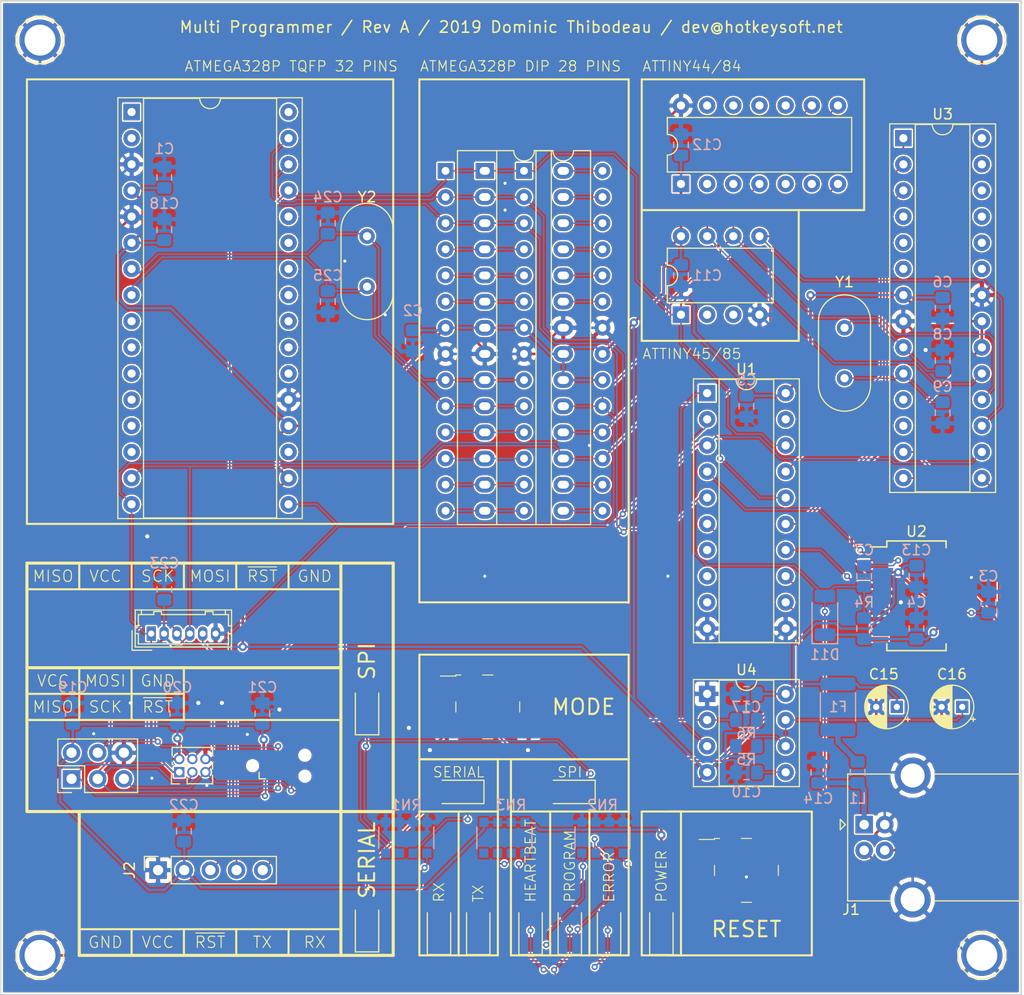
<source format=kicad_pcb>
(kicad_pcb (version 20171130) (host pcbnew "(5.0.0)")
  (layers (0 F.Cu signal) (31 B.Cu signal) (34 B.Paste user hide) (35 F.Paste user hide) (36 B.SilkS user) (37 F.SilkS user) (38 B.Mask user) (39 F.Mask user) (44 Edge.Cuts user))
  (net 0 "")
  (net 1 "Net-(U3-Pad4)")
  (net 2 "Net-(U3-Pad11)")
  (net 3 "Net-(U3-Pad12)")
  (net 4 "Net-(U3-Pad23)")
  (net 5 "Net-(U3-Pad24)")
  (net 6 "Net-(U3-Pad25)")
  (net 7 "Net-(U3-Pad26)")
  (net 8 "Net-(U3-Pad27)")
  (net 9 "Net-(U3-Pad28)")
  (net 10 "Net-(U1-Pad19)")
  (net 11 VCC)
  (net 12 GND)
  (net 13 /S_SCK)
  (net 14 /S_XTAL1)
  (net 15 /S_XTAL2)
  (net 16 /S_MOSI)
  (net 17 /S_MISO)
  (net 18 "Net-(U3-Pad5)")
  (net 19 "Net-(U3-Pad6)")
  (net 20 /RXD)
  (net 21 /TXD)
  (net 22 /~RESET)
  (net 23 /DTR)
  (net 24 /HB_LED)
  (net 25 /PRG_LED)
  (net 26 /ERR_LED)
  (net 27 "Net-(D6-Pad1)")
  (net 28 "Net-(D4-Pad1)")
  (net 29 "Net-(D8-Pad1)")
  (net 30 "Net-(D7-Pad1)")
  (net 31 "Net-(D3-Pad1)")
  (net 32 /SERIAL_LED)
  (net 33 "Net-(D2-Pad1)")
  (net 34 "Net-(D1-Pad1)")
  (net 35 /ICSP_LED)
  (net 36 "Net-(D5-Pad1)")
  (net 37 /MODE_SW)
  (net 38 "Net-(C8-Pad2)")
  (net 39 "Net-(C9-Pad2)")
  (net 40 /TXD_ICSP)
  (net 41 /TXD_SER)
  (net 42 /RXD_SER)
  (net 43 /RXD_ICSP)
  (net 44 /~RST_ICSP)
  (net 45 "Net-(U2-Pad6)")
  (net 46 "Net-(U2-Pad9)")
  (net 47 "Net-(U2-Pad10)")
  (net 48 "Net-(U2-Pad11)")
  (net 49 "Net-(U2-Pad12)")
  (net 50 "Net-(U2-Pad13)")
  (net 51 "Net-(U2-Pad14)")
  (net 52 "Net-(U2-Pad27)")
  (net 53 "Net-(U2-Pad28)")
  (net 54 "Net-(SK1-Pad1)")
  (net 55 "Net-(SK1-Pad2)")
  (net 56 "Net-(SK1-Pad19)")
  (net 57 "Net-(SK1-Pad22)")
  (net 58 "Net-(SK1-Pad23)")
  (net 59 "Net-(SK1-Pad24)")
  (net 60 "Net-(SK1-Pad9)")
  (net 61 "Net-(SK1-Pad25)")
  (net 62 "Net-(SK1-Pad10)")
  (net 63 "Net-(SK1-Pad26)")
  (net 64 "Net-(SK1-Pad11)")
  (net 65 "Net-(SK1-Pad27)")
  (net 66 "Net-(SK1-Pad12)")
  (net 67 "Net-(SK1-Pad28)")
  (net 68 "Net-(SK1-Pad13)")
  (net 69 "Net-(SK1-Pad14)")
  (net 70 "Net-(SK1-Pad32)")
  (net 71 /~U2RESET)
  (net 72 "Net-(D9-Pad2)")
  (net 73 "Net-(RN3-Pad3)")
  (net 74 "Net-(D10-Pad2)")
  (net 75 "Net-(RN3-Pad4)")
  (net 76 /~TX_LED)
  (net 77 /~RX_LED)
  (net 78 "Net-(C16-Pad1)")
  (net 79 "Net-(R6-Pad1)")
  (net 80 "Net-(C10-Pad2)")
  (net 81 "Net-(SK2-Pad15)")
  (net 82 "Net-(SK2-Pad16)")
  (net 83 "Net-(SK2-Pad4)")
  (net 84 "Net-(SK2-Pad5)")
  (net 85 "Net-(SK2-Pad6)")
  (net 86 "Net-(SK2-Pad23)")
  (net 87 "Net-(SK2-Pad24)")
  (net 88 "Net-(SK2-Pad11)")
  (net 89 "Net-(SK2-Pad25)")
  (net 90 "Net-(SK2-Pad12)")
  (net 91 "Net-(SK2-Pad26)")
  (net 92 "Net-(SK2-Pad13)")
  (net 93 "Net-(SK2-Pad27)")
  (net 94 "Net-(SK2-Pad14)")
  (net 95 "Net-(SK2-Pad28)")
  (net 96 +3V3)
  (net 97 "Net-(U2-Pad3)")
  (net 98 /~SCK_RST)
  (net 99 /~PRG_RST)
  (net 100 /VBUS)
  (net 101 /VFUSE)
  (net 102 /USB_P)
  (net 103 /USB_N)
  (net 104 "Net-(SK3-Pad2)")
  (net 105 "Net-(SK3-Pad3)")
  (net 106 "Net-(SK4-Pad2)")
  (net 107 "Net-(SK4-Pad3)")
  (net 108 "Net-(SK4-Pad10)")
  (net 109 "Net-(SK4-Pad11)")
  (net 110 "Net-(SK4-Pad5)")
  (net 111 "Net-(SK4-Pad12)")
  (net 112 "Net-(SK4-Pad6)")
  (net 113 "Net-(SK4-Pad13)")
  (module Capacitor_SMD:C_0805_2012Metric_Pad1.15x1.40mm_HandSolder (layer B.Cu) (at 133.35 80.01 90)
    (fp_text reference C25 (at 2.54 0 180) (layer B.SilkS) (effects (justify mirror)))
    (fp_text value 22)
    (pad 2 smd roundrect (at 1.025 0 90) (size 1.15 1.4) (layers B.Cu B.Paste B.Mask) (roundrect_rratio 0.217391) (net 15 /S_XTAL2))
    (pad 1 smd roundrect (at -1.025 0 90) (size 1.15 1.4) (layers B.Cu B.Paste B.Mask) (roundrect_rratio 0.217391) (net 12 GND))
  )
  (module Capacitor_SMD:C_0805_2012Metric_Pad1.15x1.40mm_HandSolder (layer B.Cu) (at 133.35 72.39 270)
    (fp_text reference C24 (at -2.54 0) (layer B.SilkS) (effects (justify mirror)))
    (fp_text value 22)
    (pad 1 smd roundrect (at -1.025 0 270) (size 1.15 1.4) (layers B.Cu B.Paste B.Mask) (roundrect_rratio 0.217391) (net 12 GND))
    (pad 2 smd roundrect (at 1.025 0 270) (size 1.15 1.4) (layers B.Cu B.Paste B.Mask) (roundrect_rratio 0.217391) (net 14 /S_XTAL1))
  )
  (module Crystal:Crystal_HC18-U_Vertical (layer F.Cu) (at 137.16 73.66 270)
    (fp_text reference Y2 (at -3.81 0) (layer F.SilkS))
    (fp_text value 16MHz)
    (pad 1 thru_hole circle (at 0 0 270) (size 1.5 1.5) (drill 0.8) (layers *.Cu *.Mask) (net 14 /S_XTAL1))
    (pad 2 thru_hole circle (at 4.9 0 270) (size 1.5 1.5) (drill 0.8) (layers *.Cu *.Mask) (net 15 /S_XTAL2))
  )
  (module Package_DIP:DIP-14_W7.62mm (layer F.Cu) (at 167.64 68.58 90)
    (fp_text reference SK4 hide)
    (fp_text value ATtiny44/84)
    (pad 1 thru_hole rect (at 0 0 90) (size 1.6 1.6) (drill 0.8) (layers *.Cu *.Mask) (net 11 VCC))
    (pad 8 thru_hole oval (at 7.62 15.24 90) (size 1.6 1.6) (drill 0.8) (layers *.Cu *.Mask) (net 17 /S_MISO))
    (pad 2 thru_hole oval (at 0 2.54 90) (size 1.6 1.6) (drill 0.8) (layers *.Cu *.Mask) (net 106 "Net-(SK4-Pad2)"))
    (pad 9 thru_hole oval (at 7.62 12.7 90) (size 1.6 1.6) (drill 0.8) (layers *.Cu *.Mask) (net 13 /S_SCK))
    (pad 3 thru_hole oval (at 0 5.08 90) (size 1.6 1.6) (drill 0.8) (layers *.Cu *.Mask) (net 107 "Net-(SK4-Pad3)"))
    (pad 10 thru_hole oval (at 7.62 10.16 90) (size 1.6 1.6) (drill 0.8) (layers *.Cu *.Mask) (net 108 "Net-(SK4-Pad10)"))
    (pad 4 thru_hole oval (at 0 7.62 90) (size 1.6 1.6) (drill 0.8) (layers *.Cu *.Mask) (net 98 /~SCK_RST))
    (pad 11 thru_hole oval (at 7.62 7.62 90) (size 1.6 1.6) (drill 0.8) (layers *.Cu *.Mask) (net 109 "Net-(SK4-Pad11)"))
    (pad 5 thru_hole oval (at 0 10.16 90) (size 1.6 1.6) (drill 0.8) (layers *.Cu *.Mask) (net 110 "Net-(SK4-Pad5)"))
    (pad 12 thru_hole oval (at 7.62 5.08 90) (size 1.6 1.6) (drill 0.8) (layers *.Cu *.Mask) (net 111 "Net-(SK4-Pad12)"))
    (pad 6 thru_hole oval (at 0 12.7 90) (size 1.6 1.6) (drill 0.8) (layers *.Cu *.Mask) (net 112 "Net-(SK4-Pad6)"))
    (pad 13 thru_hole oval (at 7.62 2.54 90) (size 1.6 1.6) (drill 0.8) (layers *.Cu *.Mask) (net 113 "Net-(SK4-Pad13)"))
    (pad 7 thru_hole oval (at 0 15.24 90) (size 1.6 1.6) (drill 0.8) (layers *.Cu *.Mask) (net 16 /S_MOSI))
    (pad 14 thru_hole oval (at 7.62 0 90) (size 1.6 1.6) (drill 0.8) (layers *.Cu *.Mask) (net 12 GND))
  )
  (module Package_DIP:DIP-8_W7.62mm (layer F.Cu) (at 167.64 81.28 90)
    (fp_text reference SK3 hide)
    (fp_text value ATtiny45/85)
    (pad 1 thru_hole rect (at 0 0 90) (size 1.6 1.6) (drill 0.8) (layers *.Cu *.Mask) (net 98 /~SCK_RST))
    (pad 5 thru_hole oval (at 7.62 7.62 90) (size 1.6 1.6) (drill 0.8) (layers *.Cu *.Mask) (net 16 /S_MOSI))
    (pad 2 thru_hole oval (at 0 2.54 90) (size 1.6 1.6) (drill 0.8) (layers *.Cu *.Mask) (net 104 "Net-(SK3-Pad2)"))
    (pad 6 thru_hole oval (at 7.62 5.08 90) (size 1.6 1.6) (drill 0.8) (layers *.Cu *.Mask) (net 17 /S_MISO))
    (pad 3 thru_hole oval (at 0 5.08 90) (size 1.6 1.6) (drill 0.8) (layers *.Cu *.Mask) (net 105 "Net-(SK3-Pad3)"))
    (pad 7 thru_hole oval (at 7.62 2.54 90) (size 1.6 1.6) (drill 0.8) (layers *.Cu *.Mask) (net 13 /S_SCK))
    (pad 4 thru_hole oval (at 0 7.62 90) (size 1.6 1.6) (drill 0.8) (layers *.Cu *.Mask) (net 12 GND))
    (pad 8 thru_hole oval (at 7.62 0 90) (size 1.6 1.6) (drill 0.8) (layers *.Cu *.Mask) (net 11 VCC))
  )
  (module Resistor_SMD:R_Array_Convex_4x1206 (layer B.Cu) (at 140.97 132.08 270)
    (fp_text reference RN1 (at -3.175 0) (layer B.SilkS) (effects (justify mirror)))
    (fp_text value 1k)
    (pad 1 smd rect (at -1.5 2 270) (size 0.9 0.9) (layers B.Cu B.Paste B.Mask) (net 12 GND))
    (pad 4 smd rect (at -1.5 -2 270) (size 0.9 0.9) (layers B.Cu B.Paste B.Mask) (net 12 GND))
    (pad 2 smd rect (at -1.5 0.66 270) (size 0.9 0.9) (layers B.Cu B.Paste B.Mask) (net 12 GND))
    (pad 3 smd rect (at -1.5 -0.66 270) (size 0.9 0.9) (layers B.Cu B.Paste B.Mask) (net 12 GND))
    (pad 7 smd rect (at 1.5 0.66 270) (size 0.9 0.9) (layers B.Cu B.Paste B.Mask) (net 33 "Net-(D2-Pad1)"))
    (pad 8 smd rect (at 1.5 2 270) (size 0.9 0.9) (layers B.Cu B.Paste B.Mask) (net 34 "Net-(D1-Pad1)"))
    (pad 5 smd rect (at 1.5 -2 270) (size 0.9 0.9) (layers B.Cu B.Paste B.Mask) (net 28 "Net-(D4-Pad1)"))
    (pad 6 smd rect (at 1.5 -0.66 270) (size 0.9 0.9) (layers B.Cu B.Paste B.Mask) (net 31 "Net-(D3-Pad1)"))
  )
  (module Resistor_SMD:R_Array_Convex_4x1206 (layer B.Cu) (at 160.02 132.08 270)
    (fp_text reference RN2 (at -3.175 0) (layer B.SilkS) (effects (justify mirror)))
    (fp_text value 1k)
    (pad 6 smd rect (at 1.5 -0.66 270) (size 0.9 0.9) (layers B.Cu B.Paste B.Mask) (net 30 "Net-(D7-Pad1)"))
    (pad 5 smd rect (at 1.5 -2 270) (size 0.9 0.9) (layers B.Cu B.Paste B.Mask) (net 29 "Net-(D8-Pad1)"))
    (pad 8 smd rect (at 1.5 2 270) (size 0.9 0.9) (layers B.Cu B.Paste B.Mask) (net 36 "Net-(D5-Pad1)"))
    (pad 7 smd rect (at 1.5 0.66 270) (size 0.9 0.9) (layers B.Cu B.Paste B.Mask) (net 27 "Net-(D6-Pad1)"))
    (pad 3 smd rect (at -1.5 -0.66 270) (size 0.9 0.9) (layers B.Cu B.Paste B.Mask) (net 12 GND))
    (pad 2 smd rect (at -1.5 0.66 270) (size 0.9 0.9) (layers B.Cu B.Paste B.Mask) (net 12 GND))
    (pad 4 smd rect (at -1.5 -2 270) (size 0.9 0.9) (layers B.Cu B.Paste B.Mask) (net 12 GND))
    (pad 1 smd rect (at -1.5 2 270) (size 0.9 0.9) (layers B.Cu B.Paste B.Mask) (net 12 GND))
  )
  (module Resistor_SMD:R_Array_Convex_4x1206 (layer B.Cu) (at 150.495 132.08 90)
    (fp_text reference RN3 (at 3.175 0.635 180) (layer B.SilkS) (effects (justify mirror)))
    (fp_text value 1k)
    (pad 1 smd rect (at -1.5 2 90) (size 0.9 0.9) (layers B.Cu B.Paste B.Mask) (net 72 "Net-(D9-Pad2)"))
    (pad 4 smd rect (at -1.5 -2 90) (size 0.9 0.9) (layers B.Cu B.Paste B.Mask) (net 75 "Net-(RN3-Pad4)"))
    (pad 2 smd rect (at -1.5 0.66 90) (size 0.9 0.9) (layers B.Cu B.Paste B.Mask) (net 74 "Net-(D10-Pad2)"))
    (pad 3 smd rect (at -1.5 -0.66 90) (size 0.9 0.9) (layers B.Cu B.Paste B.Mask) (net 73 "Net-(RN3-Pad3)"))
    (pad 7 smd rect (at 1.5 0.66 90) (size 0.9 0.9) (layers B.Cu B.Paste B.Mask) (net 11 VCC))
    (pad 8 smd rect (at 1.5 2 90) (size 0.9 0.9) (layers B.Cu B.Paste B.Mask) (net 11 VCC))
    (pad 5 smd rect (at 1.5 -2 90) (size 0.9 0.9) (layers B.Cu B.Paste B.Mask) (net 11 VCC))
    (pad 6 smd rect (at 1.5 -0.66 90) (size 0.9 0.9) (layers B.Cu B.Paste B.Mask) (net 11 VCC))
  )
  (module LED_SMD:LED_1206_3216Metric_Pad1.42x1.75mm_HandSolder (layer F.Cu) (at 144.145 140.97 90)
    (fp_text reference D10 hide)
    (fp_text value RX)
    (pad 2 smd roundrect (at 1.4875 0 90) (size 1.425 1.75) (layers F.Cu F.Paste F.Mask) (roundrect_rratio 0.175439) (net 74 "Net-(D10-Pad2)"))
    (pad 1 smd roundrect (at -1.4875 0 90) (size 1.425 1.75) (layers F.Cu F.Paste F.Mask) (roundrect_rratio 0.175439) (net 77 /~RX_LED))
  )
  (module LED_SMD:LED_1206_3216Metric_Pad1.42x1.75mm_HandSolder (layer F.Cu) (at 147.955 140.97 90)
    (fp_text reference D9 hide)
    (fp_text value TX)
    (pad 1 smd roundrect (at -1.4875 0 90) (size 1.425 1.75) (layers F.Cu F.Paste F.Mask) (roundrect_rratio 0.175439) (net 76 /~TX_LED))
    (pad 2 smd roundrect (at 1.4875 0 90) (size 1.425 1.75) (layers F.Cu F.Paste F.Mask) (roundrect_rratio 0.175439) (net 72 "Net-(D9-Pad2)"))
  )
  (module LED_SMD:LED_1206_3216Metric_Pad1.42x1.75mm_HandSolder (layer F.Cu) (at 156.845 140.97 90)
    (fp_text reference D7 hide)
    (fp_text value PRG)
    (pad 2 smd roundrect (at 1.4875 0 90) (size 1.425 1.75) (layers F.Cu F.Paste F.Mask) (roundrect_rratio 0.175439) (net 25 /PRG_LED))
    (pad 1 smd roundrect (at -1.4875 0 90) (size 1.425 1.75) (layers F.Cu F.Paste F.Mask) (roundrect_rratio 0.175439) (net 30 "Net-(D7-Pad1)"))
  )
  (module LED_SMD:LED_1206_3216Metric_Pad1.42x1.75mm_HandSolder (layer F.Cu) (at 160.655 140.97 90)
    (fp_text reference D6 hide)
    (fp_text value ERR)
    (pad 1 smd roundrect (at -1.4875 0 90) (size 1.425 1.75) (layers F.Cu F.Paste F.Mask) (roundrect_rratio 0.175439) (net 27 "Net-(D6-Pad1)"))
    (pad 2 smd roundrect (at 1.4875 0 90) (size 1.425 1.75) (layers F.Cu F.Paste F.Mask) (roundrect_rratio 0.175439) (net 26 /ERR_LED))
  )
  (module LED_SMD:LED_1206_3216Metric_Pad1.42x1.75mm_HandSolder (layer F.Cu) (at 153.035 140.97 90)
    (fp_text reference D5 hide)
    (fp_text value HB)
    (pad 2 smd roundrect (at 1.4875 0 90) (size 1.425 1.75) (layers F.Cu F.Paste F.Mask) (roundrect_rratio 0.175439) (net 24 /HB_LED))
    (pad 1 smd roundrect (at -1.4875 0 90) (size 1.425 1.75) (layers F.Cu F.Paste F.Mask) (roundrect_rratio 0.175439) (net 36 "Net-(D5-Pad1)"))
  )
  (module LED_SMD:LED_1206_3216Metric_Pad1.42x1.75mm_HandSolder (layer F.Cu) (at 137.16 140.714998 90)
    (fp_text reference D4 hide)
    (fp_text value S2)
    (pad 1 smd roundrect (at -1.4875 0 90) (size 1.425 1.75) (layers F.Cu F.Paste F.Mask) (roundrect_rratio 0.175439) (net 28 "Net-(D4-Pad1)"))
    (pad 2 smd roundrect (at 1.4875 0 90) (size 1.425 1.75) (layers F.Cu F.Paste F.Mask) (roundrect_rratio 0.175439) (net 32 /SERIAL_LED))
  )
  (module LED_SMD:LED_1206_3216Metric_Pad1.42x1.75mm_HandSolder (layer F.Cu) (at 165.735 140.97 90)
    (fp_text reference D8 hide)
    (fp_text value PWR)
    (pad 2 smd roundrect (at 1.4875 0 90) (size 1.425 1.75) (layers F.Cu F.Paste F.Mask) (roundrect_rratio 0.175439) (net 11 VCC))
    (pad 1 smd roundrect (at -1.4875 0 90) (size 1.425 1.75) (layers F.Cu F.Paste F.Mask) (roundrect_rratio 0.175439) (net 29 "Net-(D8-Pad1)"))
  )
  (module LED_SMD:LED_1206_3216Metric_Pad1.42x1.75mm_HandSolder (layer F.Cu) (at 137.16 119.625 90)
    (fp_text reference D2 hide)
    (fp_text value SPI2)
    (pad 1 smd roundrect (at -1.4875 0 90) (size 1.425 1.75) (layers F.Cu F.Paste F.Mask) (roundrect_rratio 0.175439) (net 33 "Net-(D2-Pad1)"))
    (pad 2 smd roundrect (at 1.4875 0 90) (size 1.425 1.75) (layers F.Cu F.Paste F.Mask) (roundrect_rratio 0.175439) (net 35 /ICSP_LED))
  )
  (module LED_SMD:LED_1206_3216Metric_Pad1.42x1.75mm_HandSolder (layer F.Cu) (at 146.05 127.635 180)
    (fp_text reference D3 hide)
    (fp_text value S1)
    (pad 2 smd roundrect (at 1.4875 0 180) (size 1.425 1.75) (layers F.Cu F.Paste F.Mask) (roundrect_rratio 0.175439) (net 32 /SERIAL_LED))
    (pad 1 smd roundrect (at -1.4875 0 180) (size 1.425 1.75) (layers F.Cu F.Paste F.Mask) (roundrect_rratio 0.175439) (net 31 "Net-(D3-Pad1)"))
  )
  (module LED_SMD:LED_1206_3216Metric_Pad1.42x1.75mm_HandSolder (layer F.Cu) (at 156.845 127.635 180)
    (fp_text reference D1 hide)
    (fp_text value SPI1)
    (pad 1 smd roundrect (at -1.4875 0 180) (size 1.425 1.75) (layers F.Cu F.Paste F.Mask) (roundrect_rratio 0.175439) (net 34 "Net-(D1-Pad1)"))
    (pad 2 smd roundrect (at 1.4875 0 180) (size 1.425 1.75) (layers F.Cu F.Paste F.Mask) (roundrect_rratio 0.175439) (net 35 /ICSP_LED))
  )
  (module DTLib:SOD80 (layer B.Cu) (at 181.61 110.49 90)
    (fp_text reference D11 (at -3.81 0 -180) (layer B.SilkS) (effects (justify mirror)))
    (fp_text value LL4148)
    (pad 1 smd roundrect (at -1.875 0 90) (size 1.25 2) (layers B.Cu B.Paste B.Mask) (roundrect_rratio 0.156) (net 96 +3V3))
    (pad 2 smd roundrect (at 1.875 0 90) (size 1.25 2) (layers B.Cu B.Paste B.Mask) (roundrect_rratio 0.156) (net 22 /~RESET))
  )
  (module Capacitor_SMD:C_0805_2012Metric_Pad1.15x1.40mm_HandSolder (layer B.Cu) (at 117.475 107.95 270)
    (fp_text reference C23 (at -2.54 0) (layer B.SilkS) (effects (justify mirror)))
    (fp_text value 100n)
    (pad 1 smd roundrect (at -1.025 0 270) (size 1.15 1.4) (layers B.Cu B.Paste B.Mask) (roundrect_rratio 0.217391) (net 12 GND))
    (pad 2 smd roundrect (at 1.025 0 270) (size 1.15 1.4) (layers B.Cu B.Paste B.Mask) (roundrect_rratio 0.217391) (net 11 VCC))
  )
  (module Capacitor_SMD:C_0805_2012Metric_Pad1.15x1.40mm_HandSolder (layer B.Cu) (at 108.585 120.015 270)
    (fp_text reference C19 (at -2.54 0) (layer B.SilkS) (effects (justify mirror)))
    (fp_text value 100n)
    (pad 2 smd roundrect (at 1.025 0 270) (size 1.15 1.4) (layers B.Cu B.Paste B.Mask) (roundrect_rratio 0.217391) (net 11 VCC))
    (pad 1 smd roundrect (at -1.025 0 270) (size 1.15 1.4) (layers B.Cu B.Paste B.Mask) (roundrect_rratio 0.217391) (net 12 GND))
  )
  (module Capacitor_SMD:C_0805_2012Metric_Pad1.15x1.40mm_HandSolder (layer B.Cu) (at 127 120.015 270)
    (fp_text reference C21 (at -2.54 0) (layer B.SilkS) (effects (justify mirror)))
    (fp_text value 100n)
    (pad 1 smd roundrect (at -1.025 0 270) (size 1.15 1.4) (layers B.Cu B.Paste B.Mask) (roundrect_rratio 0.217391) (net 12 GND))
    (pad 2 smd roundrect (at 1.025 0 270) (size 1.15 1.4) (layers B.Cu B.Paste B.Mask) (roundrect_rratio 0.217391) (net 11 VCC))
  )
  (module Capacitor_SMD:C_0805_2012Metric_Pad1.15x1.40mm_HandSolder (layer B.Cu) (at 119.38 131.445 270)
    (fp_text reference C22 (at -2.54 0) (layer B.SilkS) (effects (justify mirror)))
    (fp_text value 100n)
    (pad 2 smd roundrect (at 1.025 0 270) (size 1.15 1.4) (layers B.Cu B.Paste B.Mask) (roundrect_rratio 0.217391) (net 11 VCC))
    (pad 1 smd roundrect (at -1.025 0 270) (size 1.15 1.4) (layers B.Cu B.Paste B.Mask) (roundrect_rratio 0.217391) (net 12 GND))
  )
  (module Capacitor_SMD:C_0805_2012Metric_Pad1.15x1.40mm_HandSolder (layer B.Cu) (at 118.745 120.015 270)
    (fp_text reference C20 (at -2.54 0) (layer B.SilkS) (effects (justify mirror)))
    (fp_text value 100n)
    (pad 1 smd roundrect (at -1.025 0 270) (size 1.15 1.4) (layers B.Cu B.Paste B.Mask) (roundrect_rratio 0.217391) (net 12 GND))
    (pad 2 smd roundrect (at 1.025 0 270) (size 1.15 1.4) (layers B.Cu B.Paste B.Mask) (roundrect_rratio 0.217391) (net 11 VCC))
  )
  (module Capacitor_SMD:C_0805_2012Metric_Pad1.15x1.40mm_HandSolder (layer B.Cu) (at 117.475 73.025 270)
    (fp_text reference C18 (at -2.54 0) (layer B.SilkS) (effects (justify mirror)))
    (fp_text value 100n)
    (pad 1 smd roundrect (at -1.025 0 270) (size 1.15 1.4) (layers B.Cu B.Paste B.Mask) (roundrect_rratio 0.217391) (net 12 GND))
    (pad 2 smd roundrect (at 1.025 0 270) (size 1.15 1.4) (layers B.Cu B.Paste B.Mask) (roundrect_rratio 0.217391) (net 11 VCC))
  )
  (module Capacitor_SMD:C_0805_2012Metric_Pad1.15x1.40mm_HandSolder (layer B.Cu) (at 173.99 118.11)
    (fp_text reference C17 (at 0 1.27) (layer B.SilkS) (effects (justify mirror)))
    (fp_text value 100n)
    (pad 1 smd roundrect (at -1.025 0) (size 1.15 1.4) (layers B.Cu B.Paste B.Mask) (roundrect_rratio 0.217391) (net 12 GND))
    (pad 2 smd roundrect (at 1.025 0) (size 1.15 1.4) (layers B.Cu B.Paste B.Mask) (roundrect_rratio 0.217391) (net 11 VCC))
  )
  (module Capacitor_THT:CP_Radial_D4.0mm_P2.00mm (layer F.Cu) (at 194.945 119.38 180)
    (fp_text reference C16 (at 1 3.175 180) (layer F.SilkS))
    (fp_text value 2.2uF)
    (pad 1 thru_hole rect (at 0 0 180) (size 1.2 1.2) (drill 0.6) (layers *.Cu *.Mask) (net 78 "Net-(C16-Pad1)"))
    (pad 2 thru_hole circle (at 2 0 180) (size 1.2 1.2) (drill 0.6) (layers *.Cu *.Mask) (net 12 GND))
  )
  (module Package_DIP:DIP-8_W7.62mm_Socket (layer F.Cu) (at 170.18 118.11)
    (fp_text reference U4 (at 3.81 -2.33) (layer F.SilkS))
    (fp_text value NE555)
    (pad 1 thru_hole rect (at 0 0) (size 1.6 1.6) (drill 0.8) (layers *.Cu *.Mask) (net 12 GND))
    (pad 5 thru_hole oval (at 7.62 7.62) (size 1.6 1.6) (drill 0.8) (layers *.Cu *.Mask) (net 80 "Net-(C10-Pad2)"))
    (pad 2 thru_hole oval (at 0 2.54) (size 1.6 1.6) (drill 0.8) (layers *.Cu *.Mask) (net 79 "Net-(R6-Pad1)"))
    (pad 6 thru_hole oval (at 7.62 5.08) (size 1.6 1.6) (drill 0.8) (layers *.Cu *.Mask) (net 78 "Net-(C16-Pad1)"))
    (pad 3 thru_hole oval (at 0 5.08) (size 1.6 1.6) (drill 0.8) (layers *.Cu *.Mask) (net 37 /MODE_SW))
    (pad 7 thru_hole oval (at 7.62 2.54) (size 1.6 1.6) (drill 0.8) (layers *.Cu *.Mask) (net 78 "Net-(C16-Pad1)"))
    (pad 4 thru_hole oval (at 0 7.62) (size 1.6 1.6) (drill 0.8) (layers *.Cu *.Mask) (net 11 VCC))
    (pad 8 thru_hole oval (at 7.62 0) (size 1.6 1.6) (drill 0.8) (layers *.Cu *.Mask) (net 11 VCC))
  )
  (module Capacitor_THT:CP_Radial_D4.0mm_P2.00mm (layer F.Cu) (at 188.595 119.38 180)
    (fp_text reference C15 (at 1.27 3.175 180) (layer F.SilkS))
    (fp_text value 4.7uF)
    (pad 1 thru_hole rect (at 0 0 180) (size 1.2 1.2) (drill 0.6) (layers *.Cu *.Mask) (net 11 VCC))
    (pad 2 thru_hole circle (at 2 0 180) (size 1.2 1.2) (drill 0.6) (layers *.Cu *.Mask) (net 12 GND))
  )
  (module Capacitor_SMD:C_0805_2012Metric_Pad1.15x1.40mm_HandSolder (layer B.Cu) (at 180.975 125.73 270)
    (fp_text reference C14 (at 2.54 0) (layer B.SilkS) (effects (justify mirror)))
    (fp_text value 10n)
    (pad 1 smd roundrect (at -1.025 0 270) (size 1.15 1.4) (layers B.Cu B.Paste B.Mask) (roundrect_rratio 0.217391) (net 12 GND))
    (pad 2 smd roundrect (at 1.025 0 270) (size 1.15 1.4) (layers B.Cu B.Paste B.Mask) (roundrect_rratio 0.217391) (net 100 /VBUS))
  )
  (module Inductor_SMD:L_0805_2012Metric_Pad1.15x1.40mm_HandSolder (layer B.Cu) (at 184.785 125.73 270)
    (fp_text reference L1 (at 2.54 0) (layer B.SilkS) (effects (justify mirror)))
    (fp_text value Ferrite)
    (pad 1 smd roundrect (at -1.025 0 270) (size 1.15 1.4) (layers B.Cu B.Paste B.Mask) (roundrect_rratio 0.217391) (net 101 /VFUSE))
    (pad 2 smd roundrect (at 1.025 0 270) (size 1.15 1.4) (layers B.Cu B.Paste B.Mask) (roundrect_rratio 0.217391) (net 100 /VBUS))
  )
  (module Fuse:Fuse_1812_4532Metric_Pad1.30x3.40mm_HandSolder (layer B.Cu) (at 182.88 119.38 90)
    (fp_text reference F1 (at 0 0 180) (layer B.SilkS) (effects (justify mirror)))
    (fp_text value 500mA)
    (pad 1 smd roundrect (at -2.225 0 90) (size 1.3 3.4) (layers B.Cu B.Paste B.Mask) (roundrect_rratio 0.192308) (net 101 /VFUSE))
    (pad 2 smd roundrect (at 2.225 0 90) (size 1.3 3.4) (layers B.Cu B.Paste B.Mask) (roundrect_rratio 0.192308) (net 11 VCC))
  )
  (module Connector_PinSocket_2.54mm:PinSocket_1x05_P2.54mm_Vertical (layer F.Cu) (at 116.87 135.23 90)
    (fp_text reference J2 (at 0 -2.77 90) (layer F.SilkS))
    (fp_text value Serial)
    (pad 1 thru_hole rect (at 0 0 90) (size 1.7 1.7) (drill 1) (layers *.Cu *.Mask) (net 12 GND))
    (pad 2 thru_hole oval (at 0 2.54 90) (size 1.7 1.7) (drill 1) (layers *.Cu *.Mask) (net 11 VCC))
    (pad 3 thru_hole oval (at 0 5.08 90) (size 1.7 1.7) (drill 1) (layers *.Cu *.Mask) (net 98 /~SCK_RST))
    (pad 4 thru_hole oval (at 0 7.62 90) (size 1.7 1.7) (drill 1) (layers *.Cu *.Mask) (net 41 /TXD_SER))
    (pad 5 thru_hole oval (at 0 10.16 90) (size 1.7 1.7) (drill 1) (layers *.Cu *.Mask) (net 42 /RXD_SER))
  )
  (module Capacitor_SMD:C_0805_2012Metric_Pad1.15x1.40mm_HandSolder (layer B.Cu) (at 190.5 106.68 90)
    (fp_text reference C13 (at 2.54 0) (layer B.SilkS) (effects (justify mirror)))
    (fp_text value 100n)
    (pad 1 smd roundrect (at -1.025 0 90) (size 1.15 1.4) (layers B.Cu B.Paste B.Mask) (roundrect_rratio 0.217391) (net 12 GND))
    (pad 2 smd roundrect (at 1.025 0 90) (size 1.15 1.4) (layers B.Cu B.Paste B.Mask) (roundrect_rratio 0.217391) (net 11 VCC))
  )
  (module Connector:Tag-Connect_TC2030-IDC-NL_2x03_P1.27mm_Vertical (layer F.Cu) (at 128.5875 125.09)
    (fp_text reference H4 hide)
    (fp_text value Tag-Connect)
    (pad "" np_thru_hole circle (at 2.54 -1.016) (size 0.9906 0.9906) (drill 0.9906) (layers *.Cu *.Mask))
    (pad "" np_thru_hole circle (at 2.54 1.016) (size 0.9906 0.9906) (drill 0.9906) (layers *.Cu *.Mask))
    (pad "" np_thru_hole circle (at -2.54 0) (size 0.9906 0.9906) (drill 0.9906) (layers *.Cu *.Mask))
    (pad 1 connect circle (at -1.27 0.635) (size 0.7874 0.7874) (layers F.Cu F.Mask) (net 17 /S_MISO))
    (pad 2 connect circle (at -1.27 -0.635) (size 0.7874 0.7874) (layers F.Cu F.Mask) (net 11 VCC))
    (pad 3 connect circle (at 0 0.635) (size 0.7874 0.7874) (layers F.Cu F.Mask) (net 13 /S_SCK))
    (pad 4 connect circle (at 0 -0.635) (size 0.7874 0.7874) (layers F.Cu F.Mask) (net 16 /S_MOSI))
    (pad 5 connect circle (at 1.27 0.635) (size 0.7874 0.7874) (layers F.Cu F.Mask) (net 44 /~RST_ICSP))
    (pad 6 connect circle (at 1.27 -0.635) (size 0.7874 0.7874) (layers F.Cu F.Mask) (net 12 GND))
  )
  (module Connector_Hirose:Hirose_DF13-06P-1.25DSA_1x06_P1.25mm_Vertical (layer F.Cu) (at 116.205 112.26)
    (fp_text reference H3 hide)
    (fp_text value MICRO-JST)
    (pad 1 thru_hole rect (at 0 0) (size 0.9 1.4) (drill 0.6) (layers *.Cu *.Mask) (net 17 /S_MISO))
    (pad 2 thru_hole oval (at 1.25 0) (size 0.9 1.4) (drill 0.6) (layers *.Cu *.Mask) (net 11 VCC))
    (pad 3 thru_hole oval (at 2.5 0) (size 0.9 1.4) (drill 0.6) (layers *.Cu *.Mask) (net 13 /S_SCK))
    (pad 4 thru_hole oval (at 3.75 0) (size 0.9 1.4) (drill 0.6) (layers *.Cu *.Mask) (net 16 /S_MOSI))
    (pad 5 thru_hole oval (at 5 0) (size 0.9 1.4) (drill 0.6) (layers *.Cu *.Mask) (net 44 /~RST_ICSP))
    (pad 6 thru_hole oval (at 6.25 0) (size 0.9 1.4) (drill 0.6) (layers *.Cu *.Mask) (net 12 GND))
  )
  (module Connector_PinHeader_1.27mm:PinHeader_2x03_P1.27mm_Vertical (layer F.Cu) (at 118.93 125.715 90)
    (fp_text reference H2 hide)
    (fp_text value "ICSP 1.27mm")
    (pad 1 thru_hole rect (at 0 0 90) (size 1 1) (drill 0.65) (layers *.Cu *.Mask) (net 17 /S_MISO))
    (pad 2 thru_hole oval (at 1.27 0 90) (size 1 1) (drill 0.65) (layers *.Cu *.Mask) (net 11 VCC))
    (pad 3 thru_hole oval (at 0 1.27 90) (size 1 1) (drill 0.65) (layers *.Cu *.Mask) (net 13 /S_SCK))
    (pad 4 thru_hole oval (at 1.27 1.27 90) (size 1 1) (drill 0.65) (layers *.Cu *.Mask) (net 16 /S_MOSI))
    (pad 5 thru_hole oval (at 0 2.54 90) (size 1 1) (drill 0.65) (layers *.Cu *.Mask) (net 44 /~RST_ICSP))
    (pad 6 thru_hole oval (at 1.27 2.54 90) (size 1 1) (drill 0.65) (layers *.Cu *.Mask) (net 12 GND))
  )
  (module Connector_PinHeader_2.54mm:PinHeader_2x03_P2.54mm_Vertical (layer F.Cu) (at 108.4725 126.365 90)
    (fp_text reference H1 hide)
    (fp_text value "ICSP 2.54mm")
    (pad 1 thru_hole rect (at 0 0 90) (size 1.7 1.7) (drill 1) (layers *.Cu *.Mask) (net 17 /S_MISO))
    (pad 2 thru_hole oval (at 2.54 0 90) (size 1.7 1.7) (drill 1) (layers *.Cu *.Mask) (net 11 VCC))
    (pad 3 thru_hole oval (at 0 2.54 90) (size 1.7 1.7) (drill 1) (layers *.Cu *.Mask) (net 13 /S_SCK))
    (pad 4 thru_hole oval (at 2.54 2.54 90) (size 1.7 1.7) (drill 1) (layers *.Cu *.Mask) (net 16 /S_MOSI))
    (pad 5 thru_hole oval (at 0 5.08 90) (size 1.7 1.7) (drill 1) (layers *.Cu *.Mask) (net 44 /~RST_ICSP))
    (pad 6 thru_hole oval (at 2.54 5.08 90) (size 1.7 1.7) (drill 1) (layers *.Cu *.Mask) (net 12 GND))
  )
  (module DTLib:DIP-28_Zif_Multi (layer F.Cu) (at 152.4 67.31)
    (fp_text reference SK2 hide)
    (fp_text value ATmega328P-PU hide)
    (pad 1 thru_hole rect (at -3.81 0) (size 1.8 1.524) (drill oval 1 0.762) (layers *.Cu *.Mask) (net 98 /~SCK_RST))
    (pad 15 thru_hole oval (at 3.81 33.02) (size 1.9 1.524) (drill oval 1.1 0.762) (layers *.Cu *.Mask) (net 81 "Net-(SK2-Pad15)"))
    (pad 2 thru_hole oval (at -3.81 2.54) (size 1.9 1.524) (drill oval 1.1 0.762) (layers *.Cu *.Mask) (net 41 /TXD_SER))
    (pad 16 thru_hole oval (at 3.81 30.48) (size 1.9 1.524) (drill oval 1.1 0.762) (layers *.Cu *.Mask) (net 82 "Net-(SK2-Pad16)"))
    (pad 3 thru_hole oval (at -3.81 5.08) (size 1.9 1.524) (drill oval 1.1 0.762) (layers *.Cu *.Mask) (net 42 /RXD_SER))
    (pad 17 thru_hole oval (at 3.81 27.94) (size 1.9 1.524) (drill oval 1.1 0.762) (layers *.Cu *.Mask) (net 16 /S_MOSI))
    (pad 4 thru_hole oval (at -3.81 7.62) (size 1.9 1.524) (drill oval 1.1 0.762) (layers *.Cu *.Mask) (net 83 "Net-(SK2-Pad4)"))
    (pad 18 thru_hole oval (at 3.81 25.4) (size 1.9 1.524) (drill oval 1.1 0.762) (layers *.Cu *.Mask) (net 17 /S_MISO))
    (pad 5 thru_hole oval (at -3.81 10.16) (size 1.9 1.524) (drill oval 1.1 0.762) (layers *.Cu *.Mask) (net 84 "Net-(SK2-Pad5)"))
    (pad 19 thru_hole oval (at 3.81 22.86) (size 1.9 1.524) (drill oval 1.1 0.762) (layers *.Cu *.Mask) (net 13 /S_SCK))
    (pad 6 thru_hole oval (at -3.81 12.7) (size 1.9 1.524) (drill oval 1.1 0.762) (layers *.Cu *.Mask) (net 85 "Net-(SK2-Pad6)"))
    (pad 20 thru_hole oval (at 3.81 20.32) (size 1.9 1.524) (drill oval 1.1 0.762) (layers *.Cu *.Mask) (net 11 VCC))
    (pad 7 thru_hole oval (at -3.81 15.24) (size 1.9 1.524) (drill oval 1.1 0.762) (layers *.Cu *.Mask) (net 11 VCC))
    (pad 21 thru_hole oval (at 3.81 17.78) (size 1.9 1.524) (drill oval 1.1 0.762) (layers *.Cu *.Mask) (net 11 VCC))
    (pad 8 thru_hole oval (at -3.81 17.78) (size 1.9 1.524) (drill oval 1.1 0.762) (layers *.Cu *.Mask) (net 12 GND))
    (pad 22 thru_hole oval (at 3.81 15.24) (size 1.9 1.524) (drill oval 1.1 0.762) (layers *.Cu *.Mask) (net 12 GND))
    (pad 9 thru_hole oval (at -3.81 20.32) (size 1.9 1.524) (drill oval 1.1 0.762) (layers *.Cu *.Mask) (net 14 /S_XTAL1))
    (pad 23 thru_hole oval (at 3.81 12.7) (size 1.9 1.524) (drill oval 1.1 0.762) (layers *.Cu *.Mask) (net 86 "Net-(SK2-Pad23)"))
    (pad 10 thru_hole oval (at -3.81 22.86) (size 1.9 1.524) (drill oval 1.1 0.762) (layers *.Cu *.Mask) (net 15 /S_XTAL2))
    (pad 24 thru_hole oval (at 3.81 10.16) (size 1.9 1.524) (drill oval 1.1 0.762) (layers *.Cu *.Mask) (net 87 "Net-(SK2-Pad24)"))
    (pad 11 thru_hole oval (at -3.81 25.4) (size 1.9 1.524) (drill oval 1.1 0.762) (layers *.Cu *.Mask) (net 88 "Net-(SK2-Pad11)"))
    (pad 25 thru_hole oval (at 3.81 7.62) (size 1.9 1.524) (drill oval 1.1 0.762) (layers *.Cu *.Mask) (net 89 "Net-(SK2-Pad25)"))
    (pad 12 thru_hole oval (at -3.81 27.94) (size 1.9 1.524) (drill oval 1.1 0.762) (layers *.Cu *.Mask) (net 90 "Net-(SK2-Pad12)"))
    (pad 26 thru_hole oval (at 3.81 5.08) (size 1.9 1.524) (drill oval 1.1 0.762) (layers *.Cu *.Mask) (net 91 "Net-(SK2-Pad26)"))
    (pad 13 thru_hole oval (at -3.81 30.48) (size 1.9 1.524) (drill oval 1.1 0.762) (layers *.Cu *.Mask) (net 92 "Net-(SK2-Pad13)"))
    (pad 27 thru_hole oval (at 3.81 2.54) (size 1.9 1.524) (drill oval 1.1 0.762) (layers *.Cu *.Mask) (net 93 "Net-(SK2-Pad27)"))
    (pad 14 thru_hole oval (at -3.81 33.02) (size 1.9 1.524) (drill oval 1.1 0.762) (layers *.Cu *.Mask) (net 94 "Net-(SK2-Pad14)"))
    (pad 28 thru_hole oval (at 3.81 0) (size 1.9 1.524) (drill oval 1.1 0.762) (layers *.Cu *.Mask) (net 95 "Net-(SK2-Pad28)"))
    (pad 1 thru_hole rect (at 0 0) (size 1.524 1.524) (drill 0.762) (layers *.Cu *.Mask) (net 98 /~SCK_RST))
    (pad 2 thru_hole circle (at 0 2.54) (size 1.524 1.524) (drill 0.762) (layers *.Cu *.Mask) (net 41 /TXD_SER))
    (pad 3 thru_hole circle (at 0 5.08) (size 1.524 1.524) (drill 0.762) (layers *.Cu *.Mask) (net 42 /RXD_SER))
    (pad 4 thru_hole circle (at 0 7.62) (size 1.524 1.524) (drill 0.762) (layers *.Cu *.Mask) (net 83 "Net-(SK2-Pad4)"))
    (pad 5 thru_hole circle (at 0 10.16) (size 1.524 1.524) (drill 0.762) (layers *.Cu *.Mask) (net 84 "Net-(SK2-Pad5)"))
    (pad 6 thru_hole circle (at 0 12.7) (size 1.524 1.524) (drill 0.762) (layers *.Cu *.Mask) (net 85 "Net-(SK2-Pad6)"))
    (pad 7 thru_hole circle (at 0 15.24) (size 1.524 1.524) (drill 0.762) (layers *.Cu *.Mask) (net 11 VCC))
    (pad 8 thru_hole circle (at 0 17.78) (size 1.524 1.524) (drill 0.762) (layers *.Cu *.Mask) (net 12 GND))
    (pad 9 thru_hole circle (at 0 20.32) (size 1.524 1.524) (drill 0.762) (layers *.Cu *.Mask) (net 14 /S_XTAL1))
    (pad 10 thru_hole circle (at 0 22.86) (size 1.524 1.524) (drill 0.762) (layers *.Cu *.Mask) (net 15 /S_XTAL2))
    (pad 11 thru_hole circle (at 0 25.4) (size 1.524 1.524) (drill 0.762) (layers *.Cu *.Mask) (net 88 "Net-(SK2-Pad11)"))
    (pad 12 thru_hole circle (at 0 27.94) (size 1.524 1.524) (drill 0.762) (layers *.Cu *.Mask) (net 90 "Net-(SK2-Pad12)"))
    (pad 13 thru_hole circle (at 0 30.48) (size 1.524 1.524) (drill 0.762) (layers *.Cu *.Mask) (net 92 "Net-(SK2-Pad13)"))
    (pad 14 thru_hole circle (at 0 33.02) (size 1.524 1.524) (drill 0.762) (layers *.Cu *.Mask) (net 94 "Net-(SK2-Pad14)"))
    (pad 28 thru_hole circle (at 7.62 0) (size 1.524 1.524) (drill 0.762) (layers *.Cu *.Mask) (net 95 "Net-(SK2-Pad28)"))
    (pad 27 thru_hole circle (at 7.62 2.54) (size 1.524 1.524) (drill 0.762) (layers *.Cu *.Mask) (net 93 "Net-(SK2-Pad27)"))
    (pad 26 thru_hole circle (at 7.62 5.08) (size 1.524 1.524) (drill 0.762) (layers *.Cu *.Mask) (net 91 "Net-(SK2-Pad26)"))
    (pad 25 thru_hole circle (at 7.62 7.62) (size 1.524 1.524) (drill 0.762) (layers *.Cu *.Mask) (net 89 "Net-(SK2-Pad25)"))
    (pad 24 thru_hole circle (at 7.62 10.16) (size 1.524 1.524) (drill 0.762) (layers *.Cu *.Mask) (net 87 "Net-(SK2-Pad24)"))
    (pad 23 thru_hole circle (at 7.62 12.7) (size 1.524 1.524) (drill 0.762) (layers *.Cu *.Mask) (net 86 "Net-(SK2-Pad23)"))
    (pad 22 thru_hole circle (at 7.62 15.24) (size 1.524 1.524) (drill 0.762) (layers *.Cu *.Mask) (net 12 GND))
    (pad 21 thru_hole circle (at 7.62 17.78) (size 1.524 1.524) (drill 0.762) (layers *.Cu *.Mask) (net 11 VCC))
    (pad 20 thru_hole circle (at 7.62 20.32) (size 1.524 1.524) (drill 0.762) (layers *.Cu *.Mask) (net 11 VCC))
    (pad 19 thru_hole circle (at 7.62 22.86) (size 1.524 1.524) (drill 0.762) (layers *.Cu *.Mask) (net 13 /S_SCK))
    (pad 18 thru_hole circle (at 7.62 25.4) (size 1.524 1.524) (drill 0.762) (layers *.Cu *.Mask) (net 17 /S_MISO))
    (pad 17 thru_hole circle (at 7.62 27.94) (size 1.524 1.524) (drill 0.762) (layers *.Cu *.Mask) (net 16 /S_MOSI))
    (pad 16 thru_hole circle (at 7.62 30.48) (size 1.524 1.524) (drill 0.762) (layers *.Cu *.Mask) (net 82 "Net-(SK2-Pad16)"))
    (pad 15 thru_hole circle (at 7.62 33.02) (size 1.524 1.524) (drill 0.762) (layers *.Cu *.Mask) (net 81 "Net-(SK2-Pad15)"))
    (pad 1 thru_hole rect (at -7.62 0) (size 1.524 1.524) (drill 0.762) (layers *.Cu *.Mask) (net 98 /~SCK_RST))
    (pad 2 thru_hole circle (at -7.62 2.54) (size 1.524 1.524) (drill 0.762) (layers *.Cu *.Mask) (net 41 /TXD_SER))
    (pad 3 thru_hole circle (at -7.62 5.08) (size 1.524 1.524) (drill 0.762) (layers *.Cu *.Mask) (net 42 /RXD_SER))
    (pad 4 thru_hole circle (at -7.62 7.62) (size 1.524 1.524) (drill 0.762) (layers *.Cu *.Mask) (net 83 "Net-(SK2-Pad4)"))
    (pad 5 thru_hole circle (at -7.62 10.16) (size 1.524 1.524) (drill 0.762) (layers *.Cu *.Mask) (net 84 "Net-(SK2-Pad5)"))
    (pad 6 thru_hole circle (at -7.62 12.7) (size 1.524 1.524) (drill 0.762) (layers *.Cu *.Mask) (net 85 "Net-(SK2-Pad6)"))
    (pad 7 thru_hole circle (at -7.62 15.24) (size 1.524 1.524) (drill 0.762) (layers *.Cu *.Mask) (net 11 VCC))
    (pad 8 thru_hole circle (at -7.62 17.78) (size 1.524 1.524) (drill 0.762) (layers *.Cu *.Mask) (net 12 GND))
    (pad 9 thru_hole circle (at -7.62 20.32) (size 1.524 1.524) (drill 0.762) (layers *.Cu *.Mask) (net 14 /S_XTAL1))
    (pad 10 thru_hole circle (at -7.62 22.86) (size 1.524 1.524) (drill 0.762) (layers *.Cu *.Mask) (net 15 /S_XTAL2))
    (pad 11 thru_hole circle (at -7.62 25.4) (size 1.524 1.524) (drill 0.762) (layers *.Cu *.Mask) (net 88 "Net-(SK2-Pad11)"))
    (pad 12 thru_hole circle (at -7.62 27.94) (size 1.524 1.524) (drill 0.762) (layers *.Cu *.Mask) (net 90 "Net-(SK2-Pad12)"))
    (pad 13 thru_hole circle (at -7.62 30.48) (size 1.524 1.524) (drill 0.762) (layers *.Cu *.Mask) (net 92 "Net-(SK2-Pad13)"))
    (pad 14 thru_hole circle (at -7.62 33.02) (size 1.524 1.524) (drill 0.762) (layers *.Cu *.Mask) (net 94 "Net-(SK2-Pad14)"))
  )
  (module DTLib:USB_B_OST_USB-B1HSxx_Horizontal (layer F.Cu) (at 185.42 130.81)
    (fp_text reference J1 (at -1.27 8.255) (layer F.SilkS))
    (fp_text value USB_B)
    (pad 1 thru_hole rect (at 0 0) (size 1.7 1.7) (drill 0.92) (layers *.Cu *.Mask) (net 100 /VBUS))
    (pad 2 thru_hole circle (at 0 2.5) (size 1.7 1.7) (drill 0.92) (layers *.Cu *.Mask) (net 103 /USB_N))
    (pad 3 thru_hole circle (at 2 2.5) (size 1.7 1.7) (drill 0.92) (layers *.Cu *.Mask) (net 102 /USB_P))
    (pad 4 thru_hole circle (at 2 0) (size 1.7 1.7) (drill 0.92) (layers *.Cu *.Mask) (net 12 GND))
    (pad 5 thru_hole circle (at 4.71 -4.77) (size 3.5 3.5) (drill 2.33) (layers *.Cu *.Mask) (net 12 GND))
    (pad 5 thru_hole circle (at 4.71 7.27) (size 3.5 3.5) (drill 2.33) (layers *.Cu *.Mask) (net 12 GND))
  )
  (module Package_DIP:DIP-20_W7.62mm_Socket (layer F.Cu) (at 170.18 88.9)
    (fp_text reference U1 (at 3.81 -2.33) (layer F.SilkS))
    (fp_text value TTLSW)
    (pad 1 thru_hole rect (at 0 0) (size 1.6 1.6) (drill 0.8) (layers *.Cu *.Mask) (net 37 /MODE_SW))
    (pad 11 thru_hole oval (at 7.62 22.86) (size 1.6 1.6) (drill 0.8) (layers *.Cu *.Mask) (net 12 GND))
    (pad 2 thru_hole oval (at 0 2.54) (size 1.6 1.6) (drill 0.8) (layers *.Cu *.Mask) (net 22 /~RESET))
    (pad 12 thru_hole oval (at 7.62 20.32) (size 1.6 1.6) (drill 0.8) (layers *.Cu *.Mask) (net 35 /ICSP_LED))
    (pad 3 thru_hole oval (at 0 5.08) (size 1.6 1.6) (drill 0.8) (layers *.Cu *.Mask) (net 44 /~RST_ICSP))
    (pad 13 thru_hole oval (at 7.62 17.78) (size 1.6 1.6) (drill 0.8) (layers *.Cu *.Mask) (net 32 /SERIAL_LED))
    (pad 4 thru_hole oval (at 0 7.62) (size 1.6 1.6) (drill 0.8) (layers *.Cu *.Mask) (net 21 /TXD))
    (pad 14 thru_hole oval (at 7.62 15.24) (size 1.6 1.6) (drill 0.8) (layers *.Cu *.Mask) (net 20 /RXD))
    (pad 5 thru_hole oval (at 0 10.16) (size 1.6 1.6) (drill 0.8) (layers *.Cu *.Mask) (net 42 /RXD_SER))
    (pad 15 thru_hole oval (at 7.62 12.7) (size 1.6 1.6) (drill 0.8) (layers *.Cu *.Mask) (net 40 /TXD_ICSP))
    (pad 6 thru_hole oval (at 0 12.7) (size 1.6 1.6) (drill 0.8) (layers *.Cu *.Mask) (net 43 /RXD_ICSP))
    (pad 16 thru_hole oval (at 7.62 10.16) (size 1.6 1.6) (drill 0.8) (layers *.Cu *.Mask) (net 41 /TXD_SER))
    (pad 7 thru_hole oval (at 0 15.24) (size 1.6 1.6) (drill 0.8) (layers *.Cu *.Mask))
    (pad 17 thru_hole oval (at 7.62 7.62) (size 1.6 1.6) (drill 0.8) (layers *.Cu *.Mask) (net 99 /~PRG_RST))
    (pad 8 thru_hole oval (at 0 17.78) (size 1.6 1.6) (drill 0.8) (layers *.Cu *.Mask))
    (pad 18 thru_hole oval (at 7.62 5.08) (size 1.6 1.6) (drill 0.8) (layers *.Cu *.Mask) (net 98 /~SCK_RST))
    (pad 9 thru_hole oval (at 0 20.32) (size 1.6 1.6) (drill 0.8) (layers *.Cu *.Mask))
    (pad 19 thru_hole oval (at 7.62 2.54) (size 1.6 1.6) (drill 0.8) (layers *.Cu *.Mask) (net 10 "Net-(U1-Pad19)"))
    (pad 10 thru_hole oval (at 0 22.86) (size 1.6 1.6) (drill 0.8) (layers *.Cu *.Mask) (net 12 GND))
    (pad 20 thru_hole oval (at 7.62 0) (size 1.6 1.6) (drill 0.8) (layers *.Cu *.Mask) (net 11 VCC))
  )
  (module Package_DIP:DIP-32_W15.24mm_Socket (layer F.Cu) (at 114.3 61.595)
    (fp_text reference SK1 hide)
    (fp_text value ATmega328P-AU)
    (pad 1 thru_hole rect (at 0 0) (size 1.6 1.6) (drill 0.8) (layers *.Cu *.Mask) (net 54 "Net-(SK1-Pad1)"))
    (pad 17 thru_hole oval (at 15.24 38.1) (size 1.6 1.6) (drill 0.8) (layers *.Cu *.Mask) (net 13 /S_SCK))
    (pad 2 thru_hole oval (at 0 2.54) (size 1.6 1.6) (drill 0.8) (layers *.Cu *.Mask) (net 55 "Net-(SK1-Pad2)"))
    (pad 18 thru_hole oval (at 15.24 35.56) (size 1.6 1.6) (drill 0.8) (layers *.Cu *.Mask) (net 11 VCC))
    (pad 3 thru_hole oval (at 0 5.08) (size 1.6 1.6) (drill 0.8) (layers *.Cu *.Mask) (net 12 GND))
    (pad 19 thru_hole oval (at 15.24 33.02) (size 1.6 1.6) (drill 0.8) (layers *.Cu *.Mask) (net 56 "Net-(SK1-Pad19)"))
    (pad 4 thru_hole oval (at 0 7.62) (size 1.6 1.6) (drill 0.8) (layers *.Cu *.Mask) (net 11 VCC))
    (pad 20 thru_hole oval (at 15.24 30.48) (size 1.6 1.6) (drill 0.8) (layers *.Cu *.Mask) (net 11 VCC))
    (pad 5 thru_hole oval (at 0 10.16) (size 1.6 1.6) (drill 0.8) (layers *.Cu *.Mask) (net 12 GND))
    (pad 21 thru_hole oval (at 15.24 27.94) (size 1.6 1.6) (drill 0.8) (layers *.Cu *.Mask) (net 12 GND))
    (pad 6 thru_hole oval (at 0 12.7) (size 1.6 1.6) (drill 0.8) (layers *.Cu *.Mask) (net 11 VCC))
    (pad 22 thru_hole oval (at 15.24 25.4) (size 1.6 1.6) (drill 0.8) (layers *.Cu *.Mask) (net 57 "Net-(SK1-Pad22)"))
    (pad 7 thru_hole oval (at 0 15.24) (size 1.6 1.6) (drill 0.8) (layers *.Cu *.Mask) (net 14 /S_XTAL1))
    (pad 23 thru_hole oval (at 15.24 22.86) (size 1.6 1.6) (drill 0.8) (layers *.Cu *.Mask) (net 58 "Net-(SK1-Pad23)"))
    (pad 8 thru_hole oval (at 0 17.78) (size 1.6 1.6) (drill 0.8) (layers *.Cu *.Mask) (net 15 /S_XTAL2))
    (pad 24 thru_hole oval (at 15.24 20.32) (size 1.6 1.6) (drill 0.8) (layers *.Cu *.Mask) (net 59 "Net-(SK1-Pad24)"))
    (pad 9 thru_hole oval (at 0 20.32) (size 1.6 1.6) (drill 0.8) (layers *.Cu *.Mask) (net 60 "Net-(SK1-Pad9)"))
    (pad 25 thru_hole oval (at 15.24 17.78) (size 1.6 1.6) (drill 0.8) (layers *.Cu *.Mask) (net 61 "Net-(SK1-Pad25)"))
    (pad 10 thru_hole oval (at 0 22.86) (size 1.6 1.6) (drill 0.8) (layers *.Cu *.Mask) (net 62 "Net-(SK1-Pad10)"))
    (pad 26 thru_hole oval (at 15.24 15.24) (size 1.6 1.6) (drill 0.8) (layers *.Cu *.Mask) (net 63 "Net-(SK1-Pad26)"))
    (pad 11 thru_hole oval (at 0 25.4) (size 1.6 1.6) (drill 0.8) (layers *.Cu *.Mask) (net 64 "Net-(SK1-Pad11)"))
    (pad 27 thru_hole oval (at 15.24 12.7) (size 1.6 1.6) (drill 0.8) (layers *.Cu *.Mask) (net 65 "Net-(SK1-Pad27)"))
    (pad 12 thru_hole oval (at 0 27.94) (size 1.6 1.6) (drill 0.8) (layers *.Cu *.Mask) (net 66 "Net-(SK1-Pad12)"))
    (pad 28 thru_hole oval (at 15.24 10.16) (size 1.6 1.6) (drill 0.8) (layers *.Cu *.Mask) (net 67 "Net-(SK1-Pad28)"))
    (pad 13 thru_hole oval (at 0 30.48) (size 1.6 1.6) (drill 0.8) (layers *.Cu *.Mask) (net 68 "Net-(SK1-Pad13)"))
    (pad 29 thru_hole oval (at 15.24 7.62) (size 1.6 1.6) (drill 0.8) (layers *.Cu *.Mask) (net 98 /~SCK_RST))
    (pad 14 thru_hole oval (at 0 33.02) (size 1.6 1.6) (drill 0.8) (layers *.Cu *.Mask) (net 69 "Net-(SK1-Pad14)"))
    (pad 30 thru_hole oval (at 15.24 5.08) (size 1.6 1.6) (drill 0.8) (layers *.Cu *.Mask) (net 41 /TXD_SER))
    (pad 15 thru_hole oval (at 0 35.56) (size 1.6 1.6) (drill 0.8) (layers *.Cu *.Mask) (net 16 /S_MOSI))
    (pad 31 thru_hole oval (at 15.24 2.54) (size 1.6 1.6) (drill 0.8) (layers *.Cu *.Mask) (net 42 /RXD_SER))
    (pad 16 thru_hole oval (at 0 38.1) (size 1.6 1.6) (drill 0.8) (layers *.Cu *.Mask) (net 17 /S_MISO))
    (pad 32 thru_hole oval (at 15.24 0) (size 1.6 1.6) (drill 0.8) (layers *.Cu *.Mask) (net 70 "Net-(SK1-Pad32)"))
  )
  (module Package_SO:SSOP-28_5.3x10.2mm_P0.65mm (layer F.Cu) (at 190.5 108.585)
    (fp_text reference U2 (at 0 -6.25) (layer F.SilkS))
    (fp_text value FT232RL)
    (pad 1 smd rect (at -3.6 -4.225) (size 1.75 0.45) (layers F.Cu F.Paste F.Mask) (net 21 /TXD))
    (pad 2 smd rect (at -3.6 -3.575) (size 1.75 0.45) (layers F.Cu F.Paste F.Mask) (net 23 /DTR))
    (pad 3 smd rect (at -3.6 -2.925) (size 1.75 0.45) (layers F.Cu F.Paste F.Mask) (net 97 "Net-(U2-Pad3)"))
    (pad 4 smd rect (at -3.6 -2.275) (size 1.75 0.45) (layers F.Cu F.Paste F.Mask) (net 11 VCC))
    (pad 5 smd rect (at -3.6 -1.625) (size 1.75 0.45) (layers F.Cu F.Paste F.Mask) (net 20 /RXD))
    (pad 6 smd rect (at -3.6 -0.975) (size 1.75 0.45) (layers F.Cu F.Paste F.Mask) (net 45 "Net-(U2-Pad6)"))
    (pad 7 smd rect (at -3.6 -0.325) (size 1.75 0.45) (layers F.Cu F.Paste F.Mask) (net 12 GND))
    (pad 8 smd rect (at -3.6 0.325) (size 1.75 0.45) (layers F.Cu F.Paste F.Mask))
    (pad 9 smd rect (at -3.6 0.975) (size 1.75 0.45) (layers F.Cu F.Paste F.Mask) (net 46 "Net-(U2-Pad9)"))
    (pad 10 smd rect (at -3.6 1.625) (size 1.75 0.45) (layers F.Cu F.Paste F.Mask) (net 47 "Net-(U2-Pad10)"))
    (pad 11 smd rect (at -3.6 2.275) (size 1.75 0.45) (layers F.Cu F.Paste F.Mask) (net 48 "Net-(U2-Pad11)"))
    (pad 12 smd rect (at -3.6 2.925) (size 1.75 0.45) (layers F.Cu F.Paste F.Mask) (net 49 "Net-(U2-Pad12)"))
    (pad 13 smd rect (at -3.6 3.575) (size 1.75 0.45) (layers F.Cu F.Paste F.Mask) (net 50 "Net-(U2-Pad13)"))
    (pad 14 smd rect (at -3.6 4.225) (size 1.75 0.45) (layers F.Cu F.Paste F.Mask) (net 51 "Net-(U2-Pad14)"))
    (pad 15 smd rect (at 3.6 4.225) (size 1.75 0.45) (layers F.Cu F.Paste F.Mask) (net 102 /USB_P))
    (pad 16 smd rect (at 3.6 3.575) (size 1.75 0.45) (layers F.Cu F.Paste F.Mask) (net 103 /USB_N))
    (pad 17 smd rect (at 3.6 2.925) (size 1.75 0.45) (layers F.Cu F.Paste F.Mask) (net 96 +3V3))
    (pad 18 smd rect (at 3.6 2.275) (size 1.75 0.45) (layers F.Cu F.Paste F.Mask) (net 12 GND))
    (pad 19 smd rect (at 3.6 1.625) (size 1.75 0.45) (layers F.Cu F.Paste F.Mask) (net 71 /~U2RESET))
    (pad 20 smd rect (at 3.6 0.975) (size 1.75 0.45) (layers F.Cu F.Paste F.Mask) (net 11 VCC))
    (pad 21 smd rect (at 3.6 0.325) (size 1.75 0.45) (layers F.Cu F.Paste F.Mask) (net 12 GND))
    (pad 22 smd rect (at 3.6 -0.325) (size 1.75 0.45) (layers F.Cu F.Paste F.Mask) (net 77 /~RX_LED))
    (pad 23 smd rect (at 3.6 -0.975) (size 1.75 0.45) (layers F.Cu F.Paste F.Mask) (net 76 /~TX_LED))
    (pad 24 smd rect (at 3.6 -1.625) (size 1.75 0.45) (layers F.Cu F.Paste F.Mask))
    (pad 25 smd rect (at 3.6 -2.275) (size 1.75 0.45) (layers F.Cu F.Paste F.Mask) (net 12 GND))
    (pad 26 smd rect (at 3.6 -2.925) (size 1.75 0.45) (layers F.Cu F.Paste F.Mask) (net 12 GND))
    (pad 27 smd rect (at 3.6 -3.575) (size 1.75 0.45) (layers F.Cu F.Paste F.Mask) (net 52 "Net-(U2-Pad27)"))
    (pad 28 smd rect (at 3.6 -4.225) (size 1.75 0.45) (layers F.Cu F.Paste F.Mask) (net 53 "Net-(U2-Pad28)"))
  )
  (module DTLib:Switch_Tactile_SMD_6x6mm_PTS645 (layer F.Cu) (at 148.880397 119.38)
    (fp_text reference SW2 hide)
    (fp_text value MODE)
    (pad 2 smd rect (at 3.975 2.25) (size 1.55 1.3) (layers F.Cu F.Paste F.Mask) (net 12 GND))
    (pad 2 smd rect (at -3.975 2.25) (size 1.55 1.3) (layers F.Cu F.Paste F.Mask) (net 12 GND))
    (pad 1 smd rect (at 3.975 -2.25) (size 1.55 1.3) (layers F.Cu F.Paste F.Mask) (net 79 "Net-(R6-Pad1)"))
    (pad 1 smd rect (at -3.975 -2.25) (size 1.55 1.3) (layers F.Cu F.Paste F.Mask) (net 79 "Net-(R6-Pad1)"))
  )
  (module DTLib:Switch_Tactile_SMD_6x6mm_PTS645 (layer F.Cu) (at 173.99 135.255)
    (fp_text reference SW1 hide)
    (fp_text value RESET)
    (pad 2 smd rect (at 3.975 2.25) (size 1.55 1.3) (layers F.Cu F.Paste F.Mask) (net 12 GND))
    (pad 2 smd rect (at -3.975 2.25) (size 1.55 1.3) (layers F.Cu F.Paste F.Mask) (net 12 GND))
    (pad 1 smd rect (at 3.975 -2.25) (size 1.55 1.3) (layers F.Cu F.Paste F.Mask) (net 22 /~RESET))
    (pad 1 smd rect (at -3.975 -2.25) (size 1.55 1.3) (layers F.Cu F.Paste F.Mask) (net 22 /~RESET))
  )
  (module TestPoint:TestPoint_Plated_Hole_D3.0mm (layer F.Cu) (at 196.85 143.51)
    (fp_text reference MH3 hide)
    (fp_text value MountingHole)
    (pad 1 thru_hole circle (at 0 0) (size 4 4) (drill 3) (layers *.Cu *.Mask) (net 12 GND))
  )
  (module TestPoint:TestPoint_Plated_Hole_D3.0mm (layer F.Cu) (at 105.41 143.51)
    (fp_text reference MH4 hide)
    (fp_text value MountingHole)
    (pad 1 thru_hole circle (at 0 0) (size 4 4) (drill 3) (layers *.Cu *.Mask) (net 12 GND))
  )
  (module TestPoint:TestPoint_Plated_Hole_D3.0mm (layer F.Cu) (at 196.85 54.61)
    (fp_text reference MH2 hide)
    (fp_text value MountingHole)
    (pad 1 thru_hole circle (at 0 0) (size 4 4) (drill 3) (layers *.Cu *.Mask) (net 12 GND))
  )
  (module TestPoint:TestPoint_Plated_Hole_D3.0mm (layer F.Cu) (at 105.41 54.61)
    (fp_text reference MH1 hide)
    (fp_text value MountingHole)
    (pad 1 thru_hole circle (at 0 0) (size 4 4) (drill 3) (layers *.Cu *.Mask) (net 12 GND))
  )
  (module Capacitor_SMD:C_0805_2012Metric_Pad1.15x1.40mm_HandSolder (layer B.Cu) (at 173.99 125.73)
    (fp_text reference C10 (at 0 1.905 -180) (layer B.SilkS) (effects (justify mirror)))
    (fp_text value 100n)
    (pad 2 smd roundrect (at 1.025 0) (size 1.15 1.4) (layers B.Cu B.Paste B.Mask) (roundrect_rratio 0.217391) (net 80 "Net-(C10-Pad2)"))
    (pad 1 smd roundrect (at -1.025 0) (size 1.15 1.4) (layers B.Cu B.Paste B.Mask) (roundrect_rratio 0.217391) (net 12 GND))
  )
  (module Capacitor_SMD:C_0805_2012Metric_Pad1.15x1.40mm_HandSolder (layer B.Cu) (at 167.64 77.47 90)
    (fp_text reference C11 (at 0 2.54 -180) (layer B.SilkS) (effects (justify mirror)))
    (fp_text value 100n)
    (pad 2 smd roundrect (at 1.025 0 90) (size 1.15 1.4) (layers B.Cu B.Paste B.Mask) (roundrect_rratio 0.217391) (net 11 VCC))
    (pad 1 smd roundrect (at -1.025 0 90) (size 1.15 1.4) (layers B.Cu B.Paste B.Mask) (roundrect_rratio 0.217391) (net 12 GND))
  )
  (module Capacitor_SMD:C_0805_2012Metric_Pad1.15x1.40mm_HandSolder (layer B.Cu) (at 167.64 64.77 270)
    (fp_text reference C12 (at 0 -2.54) (layer B.SilkS) (effects (justify mirror)))
    (fp_text value 100n)
    (pad 2 smd roundrect (at 1.025 0 270) (size 1.15 1.4) (layers B.Cu B.Paste B.Mask) (roundrect_rratio 0.217391) (net 11 VCC))
    (pad 1 smd roundrect (at -1.025 0 270) (size 1.15 1.4) (layers B.Cu B.Paste B.Mask) (roundrect_rratio 0.217391) (net 12 GND))
  )
  (module Capacitor_SMD:C_0805_2012Metric_Pad1.15x1.40mm_HandSolder (layer B.Cu) (at 193.04 85.725 270)
    (fp_text reference C8 (at -2.54 0 180) (layer B.SilkS) (effects (justify mirror)))
    (fp_text value 22)
    (pad 2 smd roundrect (at 1.025 0 270) (size 1.15 1.4) (layers B.Cu B.Paste B.Mask) (roundrect_rratio 0.217391) (net 38 "Net-(C8-Pad2)"))
    (pad 1 smd roundrect (at -1.025 0 270) (size 1.15 1.4) (layers B.Cu B.Paste B.Mask) (roundrect_rratio 0.217391) (net 12 GND))
  )
  (module Capacitor_SMD:C_0805_2012Metric_Pad1.15x1.40mm_HandSolder (layer B.Cu) (at 193.04 90.805 90)
    (fp_text reference C9 (at 2.54 0) (layer B.SilkS) (effects (justify mirror)))
    (fp_text value 22)
    (pad 2 smd roundrect (at 1.025 0 90) (size 1.15 1.4) (layers B.Cu B.Paste B.Mask) (roundrect_rratio 0.217391) (net 39 "Net-(C9-Pad2)"))
    (pad 1 smd roundrect (at -1.025 0 90) (size 1.15 1.4) (layers B.Cu B.Paste B.Mask) (roundrect_rratio 0.217391) (net 12 GND))
  )
  (module Capacitor_SMD:C_0805_2012Metric_Pad1.15x1.40mm_HandSolder (layer B.Cu) (at 185.42 106.68 90)
    (fp_text reference C7 (at 2.54 0) (layer B.SilkS) (effects (justify mirror)))
    (fp_text value 100n)
    (pad 2 smd roundrect (at 1.025 0 90) (size 1.15 1.4) (layers B.Cu B.Paste B.Mask) (roundrect_rratio 0.217391) (net 23 /DTR))
    (pad 1 smd roundrect (at -1.025 0 90) (size 1.15 1.4) (layers B.Cu B.Paste B.Mask) (roundrect_rratio 0.217391) (net 22 /~RESET))
  )
  (module Resistor_SMD:R_0805_2012Metric_Pad1.15x1.40mm_HandSolder (layer B.Cu) (at 173.99 120.65)
    (fp_text reference R6 (at 0 1.27) (layer B.SilkS) (effects (justify mirror)))
    (fp_text value 10k)
    (pad 2 smd roundrect (at 1.025 0) (size 1.15 1.4) (layers B.Cu B.Paste B.Mask) (roundrect_rratio 0.217391) (net 11 VCC))
    (pad 1 smd roundrect (at -1.025 0) (size 1.15 1.4) (layers B.Cu B.Paste B.Mask) (roundrect_rratio 0.217391) (net 79 "Net-(R6-Pad1)"))
  )
  (module Resistor_SMD:R_0805_2012Metric_Pad1.15x1.40mm_HandSolder (layer B.Cu) (at 173.99 123.19)
    (fp_text reference R5 (at 0 1.27) (layer B.SilkS) (effects (justify mirror)))
    (fp_text value 100k)
    (pad 2 smd roundrect (at 1.025 0) (size 1.15 1.4) (layers B.Cu B.Paste B.Mask) (roundrect_rratio 0.217391) (net 11 VCC))
    (pad 1 smd roundrect (at -1.025 0) (size 1.15 1.4) (layers B.Cu B.Paste B.Mask) (roundrect_rratio 0.217391) (net 78 "Net-(C16-Pad1)"))
  )
  (module Capacitor_SMD:C_0805_2012Metric_Pad1.15x1.40mm_HandSolder (layer B.Cu) (at 141.605 83.82 90)
    (fp_text reference C2 (at 2.93 0) (layer B.SilkS) (effects (justify mirror)))
    (fp_text value 100n)
    (pad 2 smd roundrect (at 1.025 0 90) (size 1.15 1.4) (layers B.Cu B.Paste B.Mask) (roundrect_rratio 0.217391) (net 11 VCC))
    (pad 1 smd roundrect (at -1.025 0 90) (size 1.15 1.4) (layers B.Cu B.Paste B.Mask) (roundrect_rratio 0.217391) (net 12 GND))
  )
  (module Capacitor_SMD:C_0805_2012Metric_Pad1.15x1.40mm_HandSolder (layer B.Cu) (at 197.485 109.22 270)
    (fp_text reference C3 (at -2.54 0 180) (layer B.SilkS) (effects (justify mirror)))
    (fp_text value 100n)
    (pad 2 smd roundrect (at 1.025 0 270) (size 1.15 1.4) (layers B.Cu B.Paste B.Mask) (roundrect_rratio 0.217391) (net 71 /~U2RESET))
    (pad 1 smd roundrect (at -1.025 0 270) (size 1.15 1.4) (layers B.Cu B.Paste B.Mask) (roundrect_rratio 0.217391) (net 12 GND))
  )
  (module Capacitor_SMD:C_0805_2012Metric_Pad1.15x1.40mm_HandSolder (layer B.Cu) (at 190.5 111.76 270)
    (fp_text reference C4 (at -2.54 0) (layer B.SilkS) (effects (justify mirror)))
    (fp_text value 100n)
    (pad 2 smd roundrect (at 1.025 0 270) (size 1.15 1.4) (layers B.Cu B.Paste B.Mask) (roundrect_rratio 0.217391) (net 96 +3V3))
    (pad 1 smd roundrect (at -1.025 0 270) (size 1.15 1.4) (layers B.Cu B.Paste B.Mask) (roundrect_rratio 0.217391) (net 12 GND))
  )
  (module Capacitor_SMD:C_0805_2012Metric_Pad1.15x1.40mm_HandSolder (layer B.Cu) (at 173.99 90.17 90)
    (fp_text reference C5 (at 2.54 0 180) (layer B.SilkS) (effects (justify mirror)))
    (fp_text value 100n)
    (pad 2 smd roundrect (at 1.025 0 90) (size 1.15 1.4) (layers B.Cu B.Paste B.Mask) (roundrect_rratio 0.217391) (net 11 VCC))
    (pad 1 smd roundrect (at -1.025 0 90) (size 1.15 1.4) (layers B.Cu B.Paste B.Mask) (roundrect_rratio 0.217391) (net 12 GND))
  )
  (module Capacitor_SMD:C_0805_2012Metric_Pad1.15x1.40mm_HandSolder (layer B.Cu) (at 193.04 80.645 90)
    (fp_text reference C6 (at 2.54 0) (layer B.SilkS) (effects (justify mirror)))
    (fp_text value 100n)
    (pad 2 smd roundrect (at 1.025 0 90) (size 1.15 1.4) (layers B.Cu B.Paste B.Mask) (roundrect_rratio 0.217391) (net 11 VCC))
    (pad 1 smd roundrect (at -1.025 0 90) (size 1.15 1.4) (layers B.Cu B.Paste B.Mask) (roundrect_rratio 0.217391) (net 12 GND))
  )
  (module Capacitor_SMD:C_0805_2012Metric_Pad1.15x1.40mm_HandSolder (layer B.Cu) (at 117.475 67.945 270)
    (fp_text reference C1 (at -2.785 0 180) (layer B.SilkS) (effects (justify mirror)))
    (fp_text value 100n)
    (pad 2 smd roundrect (at 1.025 0 270) (size 1.15 1.4) (layers B.Cu B.Paste B.Mask) (roundrect_rratio 0.217391) (net 11 VCC))
    (pad 1 smd roundrect (at -1.025 0 270) (size 1.15 1.4) (layers B.Cu B.Paste B.Mask) (roundrect_rratio 0.217391) (net 12 GND))
  )
  (module Crystal:Crystal_HC18-U_Vertical (layer F.Cu) (at 183.515 82.55 270)
    (fp_text reference Y1 (at -4.445 0) (layer F.SilkS))
    (fp_text value 16MHz)
    (pad 2 thru_hole circle (at 4.9 0 270) (size 1.5 1.5) (drill 0.8) (layers *.Cu *.Mask) (net 39 "Net-(C9-Pad2)"))
    (pad 1 thru_hole circle (at 0 0 270) (size 1.5 1.5) (drill 0.8) (layers *.Cu *.Mask) (net 38 "Net-(C8-Pad2)"))
  )
  (module Resistor_SMD:R_0805_2012Metric_Pad1.15x1.40mm_HandSolder (layer B.Cu) (at 185.42 111.76 270)
    (fp_text reference R4 (at -2.54 0 180) (layer B.SilkS) (effects (justify mirror)))
    (fp_text value 10k)
    (pad 2 smd roundrect (at 1.025 0 270) (size 1.15 1.4) (layers B.Cu B.Paste B.Mask) (roundrect_rratio 0.217391) (net 96 +3V3))
    (pad 1 smd roundrect (at -1.025 0 270) (size 1.15 1.4) (layers B.Cu B.Paste B.Mask) (roundrect_rratio 0.217391) (net 22 /~RESET))
  )
  (module Package_DIP:DIP-28_W7.62mm_Socket (layer F.Cu) (at 189.23 64.135)
    (fp_text reference U3 (at 3.81 -2.33) (layer F.SilkS))
    (fp_text value ATmega328P-PU)
    (pad 28 thru_hole oval (at 7.62 0) (size 1.6 1.6) (drill 0.8) (layers *.Cu *.Mask) (net 9 "Net-(U3-Pad28)"))
    (pad 14 thru_hole oval (at 0 33.02) (size 1.6 1.6) (drill 0.8) (layers *.Cu *.Mask) (net 26 /ERR_LED))
    (pad 27 thru_hole oval (at 7.62 2.54) (size 1.6 1.6) (drill 0.8) (layers *.Cu *.Mask) (net 8 "Net-(U3-Pad27)"))
    (pad 13 thru_hole oval (at 0 30.48) (size 1.6 1.6) (drill 0.8) (layers *.Cu *.Mask) (net 25 /PRG_LED))
    (pad 26 thru_hole oval (at 7.62 5.08) (size 1.6 1.6) (drill 0.8) (layers *.Cu *.Mask) (net 7 "Net-(U3-Pad26)"))
    (pad 12 thru_hole oval (at 0 27.94) (size 1.6 1.6) (drill 0.8) (layers *.Cu *.Mask) (net 3 "Net-(U3-Pad12)"))
    (pad 25 thru_hole oval (at 7.62 7.62) (size 1.6 1.6) (drill 0.8) (layers *.Cu *.Mask) (net 6 "Net-(U3-Pad25)"))
    (pad 11 thru_hole oval (at 0 25.4) (size 1.6 1.6) (drill 0.8) (layers *.Cu *.Mask) (net 2 "Net-(U3-Pad11)"))
    (pad 24 thru_hole oval (at 7.62 10.16) (size 1.6 1.6) (drill 0.8) (layers *.Cu *.Mask) (net 5 "Net-(U3-Pad24)"))
    (pad 10 thru_hole oval (at 0 22.86) (size 1.6 1.6) (drill 0.8) (layers *.Cu *.Mask) (net 39 "Net-(C9-Pad2)"))
    (pad 23 thru_hole oval (at 7.62 12.7) (size 1.6 1.6) (drill 0.8) (layers *.Cu *.Mask) (net 4 "Net-(U3-Pad23)"))
    (pad 9 thru_hole oval (at 0 20.32) (size 1.6 1.6) (drill 0.8) (layers *.Cu *.Mask) (net 38 "Net-(C8-Pad2)"))
    (pad 22 thru_hole oval (at 7.62 15.24) (size 1.6 1.6) (drill 0.8) (layers *.Cu *.Mask) (net 12 GND))
    (pad 8 thru_hole oval (at 0 17.78) (size 1.6 1.6) (drill 0.8) (layers *.Cu *.Mask) (net 12 GND))
    (pad 21 thru_hole oval (at 7.62 17.78) (size 1.6 1.6) (drill 0.8) (layers *.Cu *.Mask) (net 11 VCC))
    (pad 7 thru_hole oval (at 0 15.24) (size 1.6 1.6) (drill 0.8) (layers *.Cu *.Mask) (net 11 VCC))
    (pad 20 thru_hole oval (at 7.62 20.32) (size 1.6 1.6) (drill 0.8) (layers *.Cu *.Mask) (net 11 VCC))
    (pad 6 thru_hole oval (at 0 12.7) (size 1.6 1.6) (drill 0.8) (layers *.Cu *.Mask) (net 19 "Net-(U3-Pad6)"))
    (pad 19 thru_hole oval (at 7.62 22.86) (size 1.6 1.6) (drill 0.8) (layers *.Cu *.Mask) (net 13 /S_SCK))
    (pad 5 thru_hole oval (at 0 10.16) (size 1.6 1.6) (drill 0.8) (layers *.Cu *.Mask) (net 18 "Net-(U3-Pad5)"))
    (pad 18 thru_hole oval (at 7.62 25.4) (size 1.6 1.6) (drill 0.8) (layers *.Cu *.Mask) (net 17 /S_MISO))
    (pad 4 thru_hole oval (at 0 7.62) (size 1.6 1.6) (drill 0.8) (layers *.Cu *.Mask) (net 1 "Net-(U3-Pad4)"))
    (pad 17 thru_hole oval (at 7.62 27.94) (size 1.6 1.6) (drill 0.8) (layers *.Cu *.Mask) (net 16 /S_MOSI))
    (pad 3 thru_hole oval (at 0 5.08) (size 1.6 1.6) (drill 0.8) (layers *.Cu *.Mask) (net 43 /RXD_ICSP))
    (pad 16 thru_hole oval (at 7.62 30.48) (size 1.6 1.6) (drill 0.8) (layers *.Cu *.Mask) (net 44 /~RST_ICSP))
    (pad 2 thru_hole oval (at 0 2.54) (size 1.6 1.6) (drill 0.8) (layers *.Cu *.Mask) (net 40 /TXD_ICSP))
    (pad 15 thru_hole oval (at 7.62 33.02) (size 1.6 1.6) (drill 0.8) (layers *.Cu *.Mask) (net 24 /HB_LED))
    (pad 1 thru_hole rect (at 0 0) (size 1.6 1.6) (drill 0.8) (layers *.Cu *.Mask) (net 99 /~PRG_RST))
  )
  (gr_text ATTINY45/85 (at 163.83 85.09) (layer F.SilkS) (effects (font (size 1 1) (thickness 0.1)) (justify left)))
  (gr_text ATTINY44/84 (at 163.83 57.15) (layer F.SilkS) (effects (font (size 1 1) (thickness 0.1)) (justify left)))
  (gr_line (start 179.07 83.82) (end 179.07 71.12) (layer F.SilkS) (width 0.2))
  (gr_line (start 163.83 83.82) (end 179.07 83.82) (layer F.SilkS) (width 0.2))
  (gr_line (start 163.83 71.12) (end 163.83 83.82) (layer F.SilkS) (width 0.2))
  (gr_line (start 185.42 71.12) (end 163.83 71.12) (layer F.SilkS) (width 0.2))
  (gr_line (start 185.42 58.42) (end 185.42 71.12) (layer F.SilkS) (width 0.2))
  (gr_line (start 163.83 58.42) (end 185.42 58.42) (layer F.SilkS) (width 0.2))
  (gr_line (start 163.83 71.12) (end 163.83 58.42) (layer F.SilkS) (width 0.2))
  (gr_line (start 104.14 105.41) (end 104.14 129.54) (layer F.SilkS) (width 0.3))
  (gr_line (start 139.7 129.54) (end 104.14 129.54) (layer F.SilkS) (width 0.3))
  (gr_line (start 129.54 140.97) (end 129.54 143.51) (layer F.SilkS) (width 0.2))
  (gr_line (start 124.46 143.51) (end 124.46 140.97) (layer F.SilkS) (width 0.2))
  (gr_line (start 119.38 143.51) (end 119.38 140.97) (layer F.SilkS) (width 0.2))
  (gr_line (start 114.3 143.51) (end 114.3 140.97) (layer F.SilkS) (width 0.2))
  (gr_text RX (at 132.08 142.24) (layer F.SilkS) (effects (font (size 1.1 1.1) (thickness 0.1))))
  (gr_text TX (at 127 142.24) (layer F.SilkS) (effects (font (size 1.1 1.1) (thickness 0.1))))
  (gr_text ~RST (at 121.92 142.24) (layer F.SilkS) (effects (font (size 1.1 1.1) (thickness 0.1))))
  (gr_text VCC (at 116.84 142.24) (layer F.SilkS) (effects (font (size 1.1 1.1) (thickness 0.1))))
  (gr_text GND (at 111.76 142.24) (layer F.SilkS) (effects (font (size 1.1 1.1) (thickness 0.1))))
  (gr_text SERIAL (at 137.16 134.264999 90) (layer F.SilkS) (effects (font (size 1.5 1.5) (thickness 0.2))))
  (gr_line (start 109.22 140.97) (end 134.62 140.97) (layer F.SilkS) (width 0.2))
  (gr_line (start 109.22 143.51) (end 139.7 143.51) (layer F.SilkS) (width 0.3))
  (gr_line (start 109.22 129.54) (end 109.22 143.51) (layer F.SilkS) (width 0.3))
  (gr_text SPI (at 137.16 114.935 90) (layer F.SilkS) (effects (font (size 1.5 1.5) (thickness 0.2))))
  (gr_line (start 134.62 105.41) (end 134.62 143.51) (layer F.SilkS) (width 0.3))
  (gr_line (start 139.7 143.51) (end 139.7 105.41) (layer F.SilkS) (width 0.3))
  (gr_line (start 162.56 58.42) (end 142.24 58.42) (layer F.SilkS) (width 0.2))
  (gr_line (start 162.56 109.22) (end 162.56 58.42) (layer F.SilkS) (width 0.2))
  (gr_line (start 142.24 109.22) (end 162.56 109.22) (layer F.SilkS) (width 0.2))
  (gr_line (start 142.24 58.42) (end 142.24 109.22) (layer F.SilkS) (width 0.2))
  (gr_line (start 139.7 101.6) (end 104.14 101.6) (layer F.SilkS) (width 0.2))
  (gr_line (start 139.7 58.42) (end 139.7 101.6) (layer F.SilkS) (width 0.2))
  (gr_line (start 104.14 58.42) (end 104.14 101.6) (layer F.SilkS) (width 0.2))
  (gr_line (start 139.7 58.42) (end 104.14 58.42) (layer F.SilkS) (width 0.2))
  (gr_text "ATMEGA328P TQFP 32 PINS" (at 119.38 57.15) (layer F.SilkS) (effects (font (size 1 1) (thickness 0.1)) (justify left)))
  (gr_text "ATMEGA328P DIP 28 PINS" (at 142.24 57.15) (layer F.SilkS) (effects (font (size 1 1) (thickness 0.1)) (justify left)))
  (gr_line (start 180.34 143.51) (end 180.34 129.54) (layer F.SilkS) (width 0.2))
  (gr_line (start 166.37 143.51) (end 180.34 143.51) (layer F.SilkS) (width 0.2))
  (gr_line (start 166.37 129.54) (end 180.34 129.54) (layer F.SilkS) (width 0.2))
  (gr_text "Multi Programmer / Rev A / 2019 Dominic Thibodeau / dev@hotkeysoft.net" (at 118.866905 53.34) (layer F.SilkS) (effects (font (size 1.1 1.1)) (justify left)))
  (gr_text RESET (at 173.99 140.97) (layer F.SilkS) (effects (font (size 1.5 1.5) (thickness 0.2))))
  (gr_line (start 162.56 124.46) (end 142.24 124.46) (layer F.SilkS) (width 0.2))
  (gr_line (start 162.56 114.3) (end 162.56 124.46) (layer F.SilkS) (width 0.2))
  (gr_line (start 142.24 114.3) (end 162.56 114.3) (layer F.SilkS) (width 0.2))
  (gr_line (start 142.24 124.46) (end 142.24 114.3) (layer F.SilkS) (width 0.2))
  (gr_line (start 167.64 129.54) (end 167.64 143.51) (layer F.SilkS) (width 0.2))
  (gr_line (start 154.94 143.51) (end 154.94 129.54) (layer F.SilkS) (width 0.2))
  (gr_line (start 134.62 115.57) (end 134.62 105.41) (layer F.SilkS) (width 0.2))
  (gr_line (start 142.24 124.46) (end 149.86 124.46) (layer F.SilkS) (width 0.2))
  (gr_line (start 151.13 124.46) (end 162.56 124.46) (layer F.SilkS) (width 0.2))
  (gr_line (start 163.83 143.51) (end 167.64 143.51) (layer F.SilkS) (width 0.2))
  (gr_line (start 142.24 143.51) (end 149.86 143.51) (layer F.SilkS) (width 0.2))
  (gr_line (start 151.13 143.51) (end 162.56 143.51) (layer F.SilkS) (width 0.2))
  (gr_line (start 149.86 129.54) (end 149.86 124.46) (layer F.SilkS) (width 0.2))
  (gr_line (start 162.56 129.54) (end 162.56 124.46) (layer F.SilkS) (width 0.2))
  (gr_line (start 162.56 143.51) (end 162.56 129.54) (layer F.SilkS) (width 0.2))
  (gr_line (start 146.05 143.51) (end 146.05 129.54) (layer F.SilkS) (width 0.2))
  (gr_line (start 163.83 129.54) (end 163.83 143.51) (layer F.SilkS) (width 0.2))
  (gr_line (start 163.83 129.54) (end 167.64 129.54) (layer F.SilkS) (width 0.2))
  (gr_line (start 142.24 129.54) (end 149.86 129.54) (layer F.SilkS) (width 0.2))
  (gr_line (start 151.13 129.54) (end 162.56 129.54) (layer F.SilkS) (width 0.2))
  (gr_line (start 142.24 143.51) (end 142.24 124.46) (layer F.SilkS) (width 0.2))
  (gr_line (start 151.13 138.43) (end 151.13 124.46) (layer F.SilkS) (width 0.2))
  (gr_line (start 149.86 143.51) (end 149.86 129.54) (layer F.SilkS) (width 0.2))
  (gr_line (start 158.75 143.51) (end 158.75 129.54) (layer F.SilkS) (width 0.2))
  (gr_line (start 151.13 138.43) (end 151.13 143.51) (layer F.SilkS) (width 0.2))
  (gr_text SPI (at 156.845 125.718333) (layer F.SilkS) (effects (font (size 1 1) (thickness 0.1))))
  (gr_text SERIAL (at 146.05 125.718333) (layer F.SilkS) (effects (font (size 1 1) (thickness 0.1))))
  (gr_text MODE (at 158.182698 119.38) (layer F.SilkS) (effects (font (size 1.5 1.5) (thickness 0.2))))
  (gr_text HEARTBEAT (at 153.035 138.43 90) (layer F.SilkS) (effects (font (size 1 1) (thickness 0.1)) (justify left)))
  (gr_text PROGRAM (at 156.845 138.43 90) (layer F.SilkS) (effects (font (size 1 1) (thickness 0.1)) (justify left)))
  (gr_text ERROR (at 160.655 138.43 90) (layer F.SilkS) (effects (font (size 1 1) (thickness 0.1)) (justify left)))
  (gr_text RX (at 144.145 138.43 90) (layer F.SilkS) (effects (font (size 1 1) (thickness 0.1)) (justify left)))
  (gr_text TX (at 147.955 138.43 90) (layer F.SilkS) (effects (font (size 1 1) (thickness 0.1)) (justify left)))
  (gr_text POWER (at 165.735 138.43 90) (layer F.SilkS) (effects (font (size 1 1) (thickness 0.1)) (justify left)))
  (gr_line (start 104.14 115.57) (end 134.595 115.57) (layer F.SilkS) (width 0.3))
  (gr_line (start 104.14 120.65) (end 134.62 120.65) (layer F.SilkS) (width 0.2))
  (gr_line (start 134.62 120.65) (end 134.62 129.54) (layer F.SilkS) (width 0.2))
  (gr_line (start 129.54 105.41) (end 129.54 107.95) (layer F.SilkS) (width 0.2))
  (gr_line (start 124.46 105.41) (end 124.46 107.95) (layer F.SilkS) (width 0.2))
  (gr_line (start 119.38 105.41) (end 119.38 107.95) (layer F.SilkS) (width 0.2))
  (gr_line (start 114.3 107.95) (end 114.3 105.41) (layer F.SilkS) (width 0.2))
  (gr_line (start 109.22 105.41) (end 109.22 107.95) (layer F.SilkS) (width 0.2))
  (gr_line (start 104.14 105.41) (end 139.7 105.41) (layer F.SilkS) (width 0.3))
  (gr_line (start 134.62 107.95) (end 104.14 107.95) (layer F.SilkS) (width 0.2))
  (gr_text GND (at 132.08 106.68) (layer F.SilkS) (effects (font (size 1.1 1.1) (thickness 0.1))))
  (gr_text ~RST (at 127 106.68) (layer F.SilkS) (effects (font (size 1.1 1.1) (thickness 0.1))))
  (gr_text MOSI (at 121.92 106.68) (layer F.SilkS) (effects (font (size 1.1 1.1) (thickness 0.1))))
  (gr_text SCK (at 116.84 106.68) (layer F.SilkS) (effects (font (size 1.1 1.1) (thickness 0.1))))
  (gr_text VCC (at 111.76 106.68) (layer F.SilkS) (effects (font (size 1.1 1.1) (thickness 0.1))))
  (gr_text MISO (at 106.68 106.68) (layer F.SilkS) (effects (font (size 1.1 1.1) (thickness 0.1))))
  (gr_line (start 119.38 115.57) (end 119.38 120.65) (layer F.SilkS) (width 0.2))
  (gr_line (start 114.3 115.57) (end 114.3 120.65) (layer F.SilkS) (width 0.2))
  (gr_line (start 111.76 120.65) (end 104.14 120.65) (layer F.SilkS) (width 0.2))
  (gr_line (start 109.22 115.57) (end 109.22 120.65) (layer F.SilkS) (width 0.2))
  (gr_line (start 104.14 118.11) (end 119.38 118.11) (layer F.SilkS) (width 0.2))
  (gr_text GND (at 116.84 116.84) (layer F.SilkS) (effects (font (size 1.1 1.1) (thickness 0.1))))
  (gr_text VCC (at 106.68 116.84) (layer F.SilkS) (effects (font (size 1.1 1.1) (thickness 0.1))))
  (gr_text MOSI (at 111.76 116.84) (layer F.SilkS) (effects (font (size 1.1 1.1) (thickness 0.1))))
  (gr_text ~RST (at 116.84 119.38) (layer F.SilkS) (effects (font (size 1.1 1.1) (thickness 0.1))))
  (gr_text SCK (at 111.76 119.38) (layer F.SilkS) (effects (font (size 1.1 1.1) (thickness 0.1))))
  (gr_text MISO (at 106.68 119.38) (layer F.SilkS) (effects (font (size 1.1 1.1) (thickness 0.1))))
  (gr_line (start 101.6 147.32) (end 101.6 50.8) (layer Edge.Cuts) (width 0.15))
  (gr_line (start 200.66 147.32) (end 101.6 147.32) (layer Edge.Cuts) (width 0.15))
  (gr_line (start 200.66 50.8) (end 200.66 147.32) (layer Edge.Cuts) (width 0.15))
  (gr_line (start 101.6 50.8) (end 200.66 50.8) (layer Edge.Cuts) (width 0.15))
  (segment (start 114.545 68.97) (end 114.3 69.215) (width 0.25) (layer B.Cu) (net 11))
  (segment (start 117.475 68.97) (end 114.545 68.97) (width 0.25) (layer B.Cu) (net 11))
  (segment (start 117.23 74.295) (end 117.475 74.05) (width 0.25) (layer B.Cu) (net 11))
  (segment (start 114.3 74.295) (end 117.23 74.295) (width 0.25) (layer B.Cu) (net 11))
  (segment (start 144.535 82.795) (end 144.78 82.55) (width 0.25) (layer B.Cu) (net 11))
  (segment (start 141.605 82.795) (end 144.535 82.795) (width 0.25) (layer B.Cu) (net 11))
  (segment (start 144.78 82.55) (end 148.59 82.55) (width 0.25) (layer B.Cu) (net 11))
  (segment (start 148.59 82.55) (end 152.4 82.55) (width 0.25) (layer B.Cu) (net 11))
  (segment (start 167.64 76.2) (end 167.64 73.66) (width 0.25) (layer B.Cu) (net 11))
  (segment (start 167.64 65.795) (end 167.64 68.58) (width 0.25) (layer B.Cu) (net 11))
  (segment (start 189.475 79.62) (end 189.23 79.375) (width 0.25) (layer B.Cu) (net 11))
  (segment (start 193.04 79.62) (end 189.475 79.62) (width 0.25) (layer B.Cu) (net 11))
  (via (at 188.722 106.299) (size 0.8) (drill 0.4) (layers F.Cu B.Cu) (net 11))
  (segment (start 190.5 105.655) (end 189.366 105.655) (width 0.25) (layer B.Cu) (net 11))
  (segment (start 189.366 105.655) (end 188.722 106.299) (width 0.25) (layer B.Cu) (net 11))
  (segment (start 186.911 106.299) (end 186.9 106.31) (width 0.25) (layer F.Cu) (net 11))
  (segment (start 188.722 106.299) (end 186.911 106.299) (width 0.25) (layer F.Cu) (net 11))
  (segment (start 175.015 118.11) (end 177.8 118.11) (width 0.25) (layer B.Cu) (net 11))
  (segment (start 108.585 123.7125) (end 108.4725 123.825) (width 0.25) (layer B.Cu) (net 11))
  (segment (start 108.585 121.04) (end 108.585 123.7125) (width 0.25) (layer B.Cu) (net 11))
  (segment (start 118.745 124.26) (end 118.93 124.445) (width 0.25) (layer B.Cu) (net 11))
  (via (at 127.127 122.555) (size 0.8) (drill 0.4) (layers F.Cu B.Cu) (net 11))
  (segment (start 127 121.04) (end 127 122.428) (width 0.25) (layer B.Cu) (net 11))
  (segment (start 127 122.428) (end 127.127 122.555) (width 0.25) (layer B.Cu) (net 11))
  (segment (start 127.127 124.2645) (end 127.3175 124.455) (width 0.25) (layer F.Cu) (net 11))
  (segment (start 127.127 122.555) (end 127.127 124.2645) (width 0.25) (layer F.Cu) (net 11))
  (segment (start 117.455 108.995) (end 117.475 108.975) (width 0.25) (layer B.Cu) (net 11))
  (segment (start 117.455 112.26) (end 117.455 108.995) (width 0.25) (layer B.Cu) (net 11))
  (segment (start 119.41 132.5) (end 119.38 132.47) (width 0.25) (layer B.Cu) (net 11))
  (segment (start 119.41 135.23) (end 119.41 132.5) (width 0.25) (layer B.Cu) (net 11))
  (segment (start 191.983 109.56) (end 188.722 106.299) (width 0.25) (layer F.Cu) (net 11))
  (segment (start 194.1 109.56) (end 191.983 109.56) (width 0.25) (layer F.Cu) (net 11))
  (segment (start 148.495 130.58) (end 149.835 130.58) (width 0.25) (layer B.Cu) (net 11))
  (segment (start 149.835 130.58) (end 151.155 130.58) (width 0.25) (layer B.Cu) (net 11))
  (segment (start 151.155 130.58) (end 152.495 130.58) (width 0.25) (layer B.Cu) (net 11))
  (segment (start 156.21 87.63) (end 160.02 87.63) (width 0.25) (layer B.Cu) (net 11))
  (segment (start 154.94 85.09) (end 152.4 82.55) (width 0.25) (layer B.Cu) (net 11))
  (segment (start 156.21 85.09) (end 154.94 85.09) (width 0.25) (layer B.Cu) (net 11))
  (segment (start 177.555 89.145) (end 177.8 88.9) (width 0.25) (layer B.Cu) (net 11))
  (segment (start 173.99 89.145) (end 177.555 89.145) (width 0.25) (layer B.Cu) (net 11))
  (segment (start 165.735 130.175) (end 170.18 125.73) (width 0.25) (layer F.Cu) (net 11))
  (segment (start 174.03999 124.16501) (end 175.015 123.19) (width 0.25) (layer B.Cu) (net 11))
  (segment (start 171.74499 124.16501) (end 174.03999 124.16501) (width 0.25) (layer B.Cu) (net 11))
  (segment (start 170.18 125.73) (end 171.74499 124.16501) (width 0.25) (layer B.Cu) (net 11))
  (segment (start 175.015 120.65) (end 175.015 118.11) (width 0.25) (layer B.Cu) (net 11))
  (segment (start 108.585 121.04) (end 118.745 121.04) (width 0.25) (layer B.Cu) (net 11))
  (segment (start 118.745 121.04) (end 127 121.04) (width 0.25) (layer B.Cu) (net 11))
  (segment (start 135.255 92.075) (end 144.78 82.55) (width 0.25) (layer F.Cu) (net 11))
  (segment (start 129.54 92.075) (end 135.255 92.075) (width 0.25) (layer F.Cu) (net 11))
  (segment (start 115.099999 73.495001) (end 114.3 74.295) (width 0.25) (layer F.Cu) (net 11))
  (segment (start 115.375001 73.219999) (end 115.099999 73.495001) (width 0.25) (layer F.Cu) (net 11))
  (segment (start 115.375001 70.290001) (end 115.375001 73.219999) (width 0.25) (layer F.Cu) (net 11))
  (segment (start 114.3 69.215) (end 115.375001 70.290001) (width 0.25) (layer F.Cu) (net 11))
  (via (at 180.213 79.375) (size 0.8) (drill 0.4) (layers F.Cu B.Cu) (net 11))
  (segment (start 189.23 79.375) (end 180.213 79.375) (width 0.25) (layer B.Cu) (net 11))
  (segment (start 180.213 86.487) (end 177.8 88.9) (width 0.25) (layer F.Cu) (net 11))
  (segment (start 180.213 79.375) (end 180.213 86.487) (width 0.25) (layer F.Cu) (net 11))
  (segment (start 167.64 68.58) (end 167.64 73.66) (width 0.25) (layer F.Cu) (net 11))
  (segment (start 165.964979 75.335021) (end 165.964979 79.145021) (width 0.25) (layer F.Cu) (net 11))
  (segment (start 167.64 73.66) (end 165.964979 75.335021) (width 0.25) (layer F.Cu) (net 11))
  (segment (start 196.85 81.915) (end 196.85 84.455) (width 0.25) (layer F.Cu) (net 11))
  (segment (start 191.77 81.915) (end 189.23 79.375) (width 0.25) (layer F.Cu) (net 11))
  (segment (start 196.85 81.915) (end 191.77 81.915) (width 0.25) (layer F.Cu) (net 11))
  (segment (start 156.21 85.09) (end 156.21 87.63) (width 0.25) (layer B.Cu) (net 11))
  (segment (start 128.740001 96.355001) (end 129.54 97.155) (width 0.25) (layer F.Cu) (net 11))
  (segment (start 128.464999 96.079999) (end 128.740001 96.355001) (width 0.25) (layer F.Cu) (net 11))
  (segment (start 128.464999 93.150001) (end 128.464999 96.079999) (width 0.25) (layer F.Cu) (net 11))
  (segment (start 129.54 92.075) (end 128.464999 93.150001) (width 0.25) (layer F.Cu) (net 11))
  (segment (start 165.214001 131.305001) (end 165.735 131.826) (width 0.25) (layer B.Cu) (net 11))
  (segment (start 165.735 131.826) (end 165.735 130.175) (width 0.25) (layer F.Cu) (net 11))
  (segment (start 165.735 139.4825) (end 165.735 131.826) (width 0.25) (layer F.Cu) (net 11))
  (segment (start 152.495 130.58) (end 153.195 130.58) (width 0.25) (layer B.Cu) (net 11))
  (segment (start 153.195 130.58) (end 153.920001 131.305001) (width 0.25) (layer B.Cu) (net 11))
  (segment (start 153.920001 131.305001) (end 165.214001 131.305001) (width 0.25) (layer B.Cu) (net 11))
  (via (at 165.735 131.826) (size 0.8) (drill 0.4) (layers F.Cu B.Cu) (net 11))
  (via (at 163.068 82.042) (size 0.8) (drill 0.4) (layers F.Cu B.Cu) (net 11))
  (segment (start 163.068 82.042) (end 160.02 85.09) (width 0.25) (layer F.Cu) (net 11))
  (segment (start 165.964979 79.145021) (end 163.068 82.042) (width 0.25) (layer F.Cu) (net 11))
  (segment (start 169.380001 124.930001) (end 170.18 125.73) (width 0.25) (layer B.Cu) (net 11))
  (segment (start 157.988 113.538) (end 169.380001 124.930001) (width 0.25) (layer B.Cu) (net 11))
  (segment (start 118.483 113.538) (end 157.988 113.538) (width 0.25) (layer B.Cu) (net 11))
  (segment (start 117.455 112.26) (end 117.455 112.51) (width 0.25) (layer B.Cu) (net 11))
  (segment (start 117.455 112.51) (end 118.483 113.538) (width 0.25) (layer B.Cu) (net 11))
  (segment (start 122.879576 113.53502) (end 123.06598 113.53502) (width 0.25) (layer B.Cu) (net 11))
  (segment (start 129.54 97.155) (end 125.095 101.6) (width 0.25) (layer F.Cu) (net 11))
  (segment (start 125.095 101.6) (end 125.095 113.538004) (width 0.25) (layer F.Cu) (net 11))
  (via (at 125.095 113.538004) (size 0.8) (drill 0.4) (layers F.Cu B.Cu) (net 11))
  (segment (start 167.767 123.317) (end 169.380001 124.930001) (width 0.25) (layer B.Cu) (net 11))
  (segment (start 170.979999 124.930001) (end 170.18 125.73) (width 0.25) (layer B.Cu) (net 11))
  (segment (start 171.958 123.952) (end 170.979999 124.930001) (width 0.25) (layer B.Cu) (net 11))
  (segment (start 171.958 121.971) (end 171.958 123.952) (width 0.25) (layer B.Cu) (net 11))
  (segment (start 172.009 121.92) (end 171.958 121.971) (width 0.25) (layer B.Cu) (net 11))
  (segment (start 175.015 120.65) (end 173.745 121.92) (width 0.25) (layer B.Cu) (net 11))
  (segment (start 173.745 121.92) (end 172.009 121.92) (width 0.25) (layer B.Cu) (net 11))
  (segment (start 188.309999 106.711001) (end 188.722 106.299) (width 0.25) (layer B.Cu) (net 11))
  (segment (start 188.309999 109.362481) (end 188.309999 106.711001) (width 0.25) (layer B.Cu) (net 11))
  (segment (start 185.91248 111.76) (end 188.309999 109.362481) (width 0.25) (layer B.Cu) (net 11))
  (segment (start 178.599999 117.310001) (end 178.599999 113.418001) (width 0.25) (layer B.Cu) (net 11))
  (segment (start 178.599999 113.418001) (end 180.766 111.252) (width 0.25) (layer B.Cu) (net 11))
  (segment (start 180.766 111.252) (end 182.626 111.252) (width 0.25) (layer B.Cu) (net 11))
  (segment (start 182.626 111.252) (end 183.134 111.76) (width 0.25) (layer B.Cu) (net 11))
  (segment (start 183.134 111.76) (end 185.91248 111.76) (width 0.25) (layer B.Cu) (net 11))
  (segment (start 144.198999 135.576001) (end 148.495 131.28) (width 0.25) (layer B.Cu) (net 11))
  (segment (start 148.495 131.28) (end 148.495 130.58) (width 0.25) (layer B.Cu) (net 11))
  (segment (start 142.869 136.906) (end 148.495 131.28) (width 0.25) (layer B.Cu) (net 11))
  (segment (start 119.41 135.23) (end 121.086 136.906) (width 0.25) (layer B.Cu) (net 11))
  (segment (start 121.086 136.906) (end 142.869 136.906) (width 0.25) (layer B.Cu) (net 11))
  (segment (start 118.560001 136.079999) (end 119.41 135.23) (width 0.25) (layer B.Cu) (net 11))
  (segment (start 117.48 137.16) (end 118.560001 136.079999) (width 0.25) (layer B.Cu) (net 11))
  (segment (start 115.951 137.16) (end 117.48 137.16) (width 0.25) (layer B.Cu) (net 11))
  (segment (start 107.347499 128.556499) (end 115.951 137.16) (width 0.25) (layer B.Cu) (net 11))
  (segment (start 108.4725 123.825) (end 107.347499 124.950001) (width 0.25) (layer B.Cu) (net 11))
  (segment (start 107.347499 124.950001) (end 107.347499 128.556499) (width 0.25) (layer B.Cu) (net 11))
  (segment (start 117.683999 124.445) (end 118.93 124.445) (width 0.25) (layer F.Cu) (net 11))
  (segment (start 116.205 122.966001) (end 117.683999 124.445) (width 0.25) (layer F.Cu) (net 11))
  (segment (start 116.205 113.919) (end 116.205 122.966001) (width 0.25) (layer F.Cu) (net 11))
  (segment (start 117.455 112.26) (end 117.455 112.669) (width 0.25) (layer F.Cu) (net 11))
  (segment (start 117.455 112.669) (end 116.205 113.919) (width 0.25) (layer F.Cu) (net 11))
  (segment (start 117.729 124.445) (end 118.93 124.445) (width 0.25) (layer F.Cu) (net 11))
  (via (at 118.745 122.428) (size 0.8) (drill 0.4) (layers F.Cu B.Cu) (net 11))
  (segment (start 118.93 122.613) (end 118.745 122.428) (width 0.25) (layer F.Cu) (net 11))
  (segment (start 118.93 124.445) (end 118.93 122.613) (width 0.25) (layer F.Cu) (net 11))
  (segment (start 118.745 121.04) (end 118.745 122.428) (width 0.25) (layer B.Cu) (net 11))
  (segment (start 173.99 88.085012) (end 173.99 89.145) (width 0.25) (layer B.Cu) (net 11))
  (segment (start 168.91 83.005012) (end 173.99 88.085012) (width 0.25) (layer B.Cu) (net 11))
  (segment (start 168.91 80.454998) (end 168.91 83.005012) (width 0.25) (layer B.Cu) (net 11))
  (segment (start 167.64 76.445) (end 166.252 76.445) (width 0.25) (layer B.Cu) (net 11))
  (segment (start 166.252 76.445) (end 165.9255 76.7715) (width 0.25) (layer B.Cu) (net 11))
  (segment (start 165.9255 76.7715) (end 165.9255 79.3115) (width 0.25) (layer B.Cu) (net 11))
  (segment (start 165.9255 79.3115) (end 166.6875 80.0735) (width 0.25) (layer B.Cu) (net 11))
  (segment (start 166.6875 80.0735) (end 168.528502 80.0735) (width 0.25) (layer B.Cu) (net 11))
  (segment (start 168.528502 80.0735) (end 168.91 80.454998) (width 0.25) (layer B.Cu) (net 11))
  (segment (start 159.385 84.455) (end 160.02 85.09) (width 0.25) (layer B.Cu) (net 11))
  (segment (start 159.385 84.42401) (end 159.385 84.455) (width 0.25) (layer B.Cu) (net 11))
  (segment (start 156.74899 84.42401) (end 159.385 84.42401) (width 0.25) (layer B.Cu) (net 11))
  (segment (start 156.21 85.09) (end 156.21 84.963) (width 0.25) (layer B.Cu) (net 11))
  (segment (start 156.21 84.963) (end 156.74899 84.42401) (width 0.25) (layer B.Cu) (net 11))
  (segment (start 163.068 118.618) (end 163.195 118.745) (width 0.25) (layer B.Cu) (net 11))
  (segment (start 163.068 82.042) (end 163.068 118.618) (width 0.25) (layer B.Cu) (net 11))
  (segment (start 184.209999 104.771499) (end 185.7485 106.31) (width 0.25) (layer F.Cu) (net 11))
  (segment (start 190.373 90.932) (end 190.373 92.913) (width 0.25) (layer F.Cu) (net 11))
  (segment (start 196.85 84.455) (end 190.373 90.932) (width 0.25) (layer F.Cu) (net 11))
  (segment (start 190.373 92.913) (end 189.941 93.345) (width 0.25) (layer F.Cu) (net 11))
  (segment (start 189.941 93.345) (end 188.214 93.345) (width 0.25) (layer F.Cu) (net 11))
  (segment (start 185.7485 106.31) (end 186.9 106.31) (width 0.25) (layer F.Cu) (net 11))
  (segment (start 188.214 93.345) (end 184.209999 97.349001) (width 0.25) (layer F.Cu) (net 11))
  (segment (start 184.209999 97.349001) (end 184.209999 104.771499) (width 0.25) (layer F.Cu) (net 11))
  (segment (start 177.8 118.11) (end 178.599999 117.310001) (width 0.25) (layer B.Cu) (net 11))
  (segment (start 178.755 117.155) (end 177.8 118.11) (width 0.25) (layer B.Cu) (net 11))
  (segment (start 182.88 117.155) (end 178.755 117.155) (width 0.25) (layer B.Cu) (net 11))
  (segment (start 184.68 117.155) (end 185 117.475) (width 0.25) (layer B.Cu) (net 11))
  (segment (start 182.88 117.155) (end 184.68 117.155) (width 0.25) (layer B.Cu) (net 11))
  (segment (start 188.595 118.53) (end 188.595 119.38) (width 0.25) (layer B.Cu) (net 11))
  (segment (start 187.54 117.475) (end 188.595 118.53) (width 0.25) (layer B.Cu) (net 11))
  (segment (start 185 117.475) (end 187.54 117.475) (width 0.25) (layer B.Cu) (net 11))
  (segment (start 113.500001 75.094999) (end 114.3 74.295) (width 0.25) (layer B.Cu) (net 11))
  (segment (start 113.03 75.565) (end 113.500001 75.094999) (width 0.25) (layer B.Cu) (net 11))
  (segment (start 113.03 79.756) (end 113.03 75.565) (width 0.25) (layer B.Cu) (net 11))
  (segment (start 113.919 80.645) (end 113.03 79.756) (width 0.25) (layer B.Cu) (net 11))
  (segment (start 129.54 92.075) (end 118.11 80.645) (width 0.25) (layer B.Cu) (net 11))
  (segment (start 118.11 80.645) (end 113.919 80.645) (width 0.25) (layer B.Cu) (net 11))
  (segment (start 117.23 66.675) (end 117.475 66.92) (width 0.25) (layer B.Cu) (net 12))
  (segment (start 114.3 66.675) (end 117.23 66.675) (width 0.25) (layer B.Cu) (net 12))
  (segment (start 114.545 72) (end 114.3 71.755) (width 0.25) (layer B.Cu) (net 12))
  (segment (start 117.475 72) (end 114.545 72) (width 0.25) (layer B.Cu) (net 12))
  (segment (start 143.911628 84.221628) (end 144.78 85.09) (width 0.25) (layer B.Cu) (net 12))
  (segment (start 142.228372 84.221628) (end 143.911628 84.221628) (width 0.25) (layer B.Cu) (net 12))
  (segment (start 141.605 84.845) (end 142.228372 84.221628) (width 0.25) (layer B.Cu) (net 12))
  (segment (start 144.78 85.09) (end 148.59 85.09) (width 0.25) (layer B.Cu) (net 12))
  (segment (start 148.59 85.09) (end 152.4 85.09) (width 0.25) (layer B.Cu) (net 12))
  (segment (start 192.795 81.915) (end 193.04 81.67) (width 0.25) (layer B.Cu) (net 12))
  (segment (start 189.23 81.915) (end 192.795 81.915) (width 0.25) (layer B.Cu) (net 12))
  (segment (start 194.555 81.67) (end 196.85 79.375) (width 0.25) (layer B.Cu) (net 12))
  (segment (start 193.04 81.67) (end 194.555 81.67) (width 0.25) (layer B.Cu) (net 12))
  (segment (start 170.18 118.11) (end 172.965 118.11) (width 0.25) (layer B.Cu) (net 12))
  (segment (start 138.97 130.58) (end 140.31 130.58) (width 0.25) (layer B.Cu) (net 12))
  (segment (start 140.31 130.58) (end 141.63 130.58) (width 0.25) (layer B.Cu) (net 12))
  (segment (start 141.63 130.58) (end 142.97 130.58) (width 0.25) (layer B.Cu) (net 12))
  (segment (start 158.02 130.58) (end 159.36 130.58) (width 0.25) (layer B.Cu) (net 12))
  (segment (start 159.36 130.58) (end 160.68 130.58) (width 0.25) (layer B.Cu) (net 12))
  (segment (start 160.68 130.58) (end 162.02 130.58) (width 0.25) (layer B.Cu) (net 12))
  (segment (start 156.022 82.55) (end 156.21 82.55) (width 0.25) (layer F.Cu) (net 12))
  (segment (start 155.01 83.562) (end 156.022 82.55) (width 0.25) (layer F.Cu) (net 12))
  (segment (start 155.01 83.75) (end 155.01 83.562) (width 0.25) (layer F.Cu) (net 12))
  (segment (start 153.67 85.09) (end 155.01 83.75) (width 0.25) (layer F.Cu) (net 12))
  (segment (start 152.4 85.09) (end 153.67 85.09) (width 0.25) (layer F.Cu) (net 12))
  (segment (start 180.175 124.705) (end 180.975 124.705) (width 0.25) (layer B.Cu) (net 12))
  (segment (start 180.124999 124.654999) (end 180.175 124.705) (width 0.25) (layer B.Cu) (net 12))
  (segment (start 174.040001 124.654999) (end 180.124999 124.654999) (width 0.25) (layer B.Cu) (net 12))
  (segment (start 172.965 125.73) (end 174.040001 124.654999) (width 0.25) (layer B.Cu) (net 12))
  (segment (start 187.42 128.75) (end 190.13 126.04) (width 0.25) (layer B.Cu) (net 12))
  (segment (start 187.42 130.81) (end 187.42 128.75) (width 0.25) (layer B.Cu) (net 12))
  (segment (start 187.470001 120.255001) (end 186.595 119.38) (width 0.25) (layer B.Cu) (net 12))
  (segment (start 191.221471 120.255001) (end 187.470001 120.255001) (width 0.25) (layer B.Cu) (net 12))
  (segment (start 192.096472 119.38) (end 191.221471 120.255001) (width 0.25) (layer B.Cu) (net 12))
  (segment (start 192.945 119.38) (end 192.096472 119.38) (width 0.25) (layer B.Cu) (net 12))
  (segment (start 186.595 122.505) (end 190.13 126.04) (width 0.25) (layer F.Cu) (net 12))
  (segment (start 186.595 119.38) (end 186.595 122.505) (width 0.25) (layer F.Cu) (net 12))
  (segment (start 192.945 123.225) (end 190.13 126.04) (width 0.25) (layer F.Cu) (net 12))
  (segment (start 192.945 119.38) (end 192.945 123.225) (width 0.25) (layer F.Cu) (net 12))
  (segment (start 190.13 133.52) (end 190.13 138.08) (width 0.25) (layer B.Cu) (net 12))
  (segment (start 187.42 130.81) (end 190.13 133.52) (width 0.25) (layer B.Cu) (net 12))
  (segment (start 195.56 143.51) (end 196.85 143.51) (width 0.25) (layer B.Cu) (net 12))
  (segment (start 190.13 138.08) (end 195.56 143.51) (width 0.25) (layer B.Cu) (net 12))
  (segment (start 186.570001 131.659999) (end 187.42 130.81) (width 0.25) (layer F.Cu) (net 12))
  (segment (start 186.570001 131.855001) (end 186.570001 131.659999) (width 0.25) (layer F.Cu) (net 12))
  (segment (start 186.490001 131.935001) (end 186.570001 131.855001) (width 0.25) (layer F.Cu) (net 12))
  (segment (start 184.559999 131.935001) (end 186.490001 131.935001) (width 0.25) (layer F.Cu) (net 12))
  (segment (start 178.99 137.505) (end 184.559999 131.935001) (width 0.25) (layer F.Cu) (net 12))
  (segment (start 177.965 137.505) (end 178.99 137.505) (width 0.25) (layer F.Cu) (net 12))
  (segment (start 170.015 137.505) (end 177.965 137.505) (width 0.25) (layer F.Cu) (net 12))
  (segment (start 157.32 130.58) (end 158.02 130.58) (width 0.25) (layer B.Cu) (net 12))
  (segment (start 156.466999 129.726999) (end 157.32 130.58) (width 0.25) (layer B.Cu) (net 12))
  (segment (start 144.523001 129.726999) (end 156.466999 129.726999) (width 0.25) (layer B.Cu) (net 12))
  (segment (start 143.67 130.58) (end 144.523001 129.726999) (width 0.25) (layer B.Cu) (net 12))
  (segment (start 142.97 130.58) (end 143.67 130.58) (width 0.25) (layer B.Cu) (net 12))
  (segment (start 116.87 132.93) (end 119.38 130.42) (width 0.25) (layer B.Cu) (net 12))
  (segment (start 116.87 135.23) (end 116.87 132.93) (width 0.25) (layer B.Cu) (net 12))
  (segment (start 118.745 118.99) (end 120.777 118.99) (width 0.25) (layer B.Cu) (net 12))
  (via (at 114.173 118.99) (size 0.6) (drill 0.3) (layers F.Cu B.Cu) (net 12))
  (segment (start 113.5525 119.6105) (end 114.173 118.99) (width 0.25) (layer F.Cu) (net 12))
  (segment (start 113.5525 123.825) (end 113.5525 119.6105) (width 0.25) (layer F.Cu) (net 12))
  (segment (start 108.585 118.99) (end 114.173 118.99) (width 0.25) (layer B.Cu) (net 12))
  (segment (start 114.173 118.99) (end 118.745 118.99) (width 0.25) (layer B.Cu) (net 12))
  (via (at 120.777 118.99) (size 0.8) (drill 0.4) (layers F.Cu B.Cu) (net 12))
  (segment (start 121.47 119.683) (end 120.777 118.99) (width 0.25) (layer F.Cu) (net 12))
  (segment (start 121.47 124.445) (end 121.47 119.683) (width 0.25) (layer F.Cu) (net 12))
  (via (at 128.651 119.634) (size 0.8) (drill 0.4) (layers F.Cu B.Cu) (net 12))
  (segment (start 129.8575 124.455) (end 129.8575 120.8405) (width 0.25) (layer F.Cu) (net 12))
  (segment (start 129.8575 120.8405) (end 128.651 119.634) (width 0.25) (layer F.Cu) (net 12))
  (segment (start 127.644 119.634) (end 127 118.99) (width 0.25) (layer B.Cu) (net 12))
  (segment (start 128.651 119.634) (end 127.644 119.634) (width 0.25) (layer B.Cu) (net 12))
  (segment (start 105.41 57.785) (end 105.41 54.61) (width 0.25) (layer B.Cu) (net 12))
  (segment (start 114.3 66.675) (end 105.41 57.785) (width 0.25) (layer B.Cu) (net 12))
  (segment (start 113.500001 67.474999) (end 114.3 66.675) (width 0.25) (layer B.Cu) (net 12))
  (segment (start 113.224999 67.750001) (end 113.500001 67.474999) (width 0.25) (layer B.Cu) (net 12))
  (segment (start 113.224999 70.679999) (end 113.224999 67.750001) (width 0.25) (layer B.Cu) (net 12))
  (segment (start 114.3 71.755) (end 113.224999 70.679999) (width 0.25) (layer B.Cu) (net 12))
  (segment (start 133.35 85.725) (end 133.35 81.035) (width 0.25) (layer B.Cu) (net 12))
  (segment (start 129.54 89.535) (end 133.35 85.725) (width 0.25) (layer B.Cu) (net 12))
  (segment (start 131.884999 72.830001) (end 133.35 71.365) (width 0.25) (layer B.Cu) (net 12))
  (segment (start 118.305001 72.830001) (end 131.884999 72.830001) (width 0.25) (layer B.Cu) (net 12))
  (segment (start 117.475 72) (end 118.305001 72.830001) (width 0.25) (layer B.Cu) (net 12))
  (segment (start 156.21 82.55) (end 160.02 82.55) (width 0.25) (layer B.Cu) (net 12))
  (segment (start 172.475 78.495) (end 167.64 78.495) (width 0.25) (layer B.Cu) (net 12))
  (segment (start 175.26 81.28) (end 172.475 78.495) (width 0.25) (layer B.Cu) (net 12))
  (segment (start 167.64 63.745) (end 167.64 60.96) (width 0.25) (layer B.Cu) (net 12))
  (segment (start 174.820001 90.364999) (end 173.99 91.195) (width 0.25) (layer B.Cu) (net 12))
  (segment (start 177.926003 90.364999) (end 174.820001 90.364999) (width 0.25) (layer B.Cu) (net 12))
  (segment (start 178.875001 89.416001) (end 177.926003 90.364999) (width 0.25) (layer B.Cu) (net 12))
  (segment (start 178.875001 84.895001) (end 178.875001 89.416001) (width 0.25) (layer B.Cu) (net 12))
  (segment (start 175.26 81.28) (end 178.875001 84.895001) (width 0.25) (layer B.Cu) (net 12))
  (segment (start 196.85 57.438427) (end 196.85 54.61) (width 0.25) (layer F.Cu) (net 12))
  (segment (start 197.925001 58.513428) (end 196.85 57.438427) (width 0.25) (layer F.Cu) (net 12))
  (segment (start 197.925001 78.299999) (end 197.925001 58.513428) (width 0.25) (layer F.Cu) (net 12))
  (segment (start 196.85 79.375) (end 197.925001 78.299999) (width 0.25) (layer F.Cu) (net 12))
  (segment (start 193.04 108.195) (end 197.485 108.195) (width 0.25) (layer B.Cu) (net 12))
  (segment (start 190.5 110.735) (end 193.04 108.195) (width 0.25) (layer B.Cu) (net 12))
  (segment (start 190.99 108.195) (end 190.5 107.705) (width 0.25) (layer B.Cu) (net 12))
  (segment (start 197.485 108.195) (end 190.99 108.195) (width 0.25) (layer B.Cu) (net 12))
  (via (at 195.834 106.807) (size 0.6) (drill 0.3) (layers F.Cu B.Cu) (net 12))
  (segment (start 196.097 106.807) (end 197.485 108.195) (width 0.25) (layer B.Cu) (net 12))
  (segment (start 195.834 106.807) (end 196.097 106.807) (width 0.25) (layer B.Cu) (net 12))
  (segment (start 190.625 110.86) (end 194.1 110.86) (width 0.25) (layer F.Cu) (net 12))
  (segment (start 188.025 108.26) (end 188.985 109.22) (width 0.25) (layer F.Cu) (net 12))
  (segment (start 186.9 108.26) (end 188.025 108.26) (width 0.25) (layer F.Cu) (net 12))
  (segment (start 188.985 109.22) (end 190.625 110.86) (width 0.25) (layer F.Cu) (net 12))
  (via (at 188.985 109.22) (size 0.8) (drill 0.4) (layers F.Cu B.Cu) (net 12))
  (segment (start 192.945 119.38) (end 188.985 115.42) (width 0.25) (layer F.Cu) (net 12))
  (segment (start 186.595 117.706) (end 188.985 115.316) (width 0.25) (layer F.Cu) (net 12))
  (segment (start 186.595 119.38) (end 186.595 117.706) (width 0.25) (layer F.Cu) (net 12))
  (segment (start 188.985 115.42) (end 188.985 115.316) (width 0.25) (layer F.Cu) (net 12))
  (segment (start 188.985 115.316) (end 188.985 109.22) (width 0.25) (layer F.Cu) (net 12))
  (segment (start 177.000001 112.559999) (end 177.8 111.76) (width 0.25) (layer B.Cu) (net 12))
  (segment (start 170.979999 112.559999) (end 177.000001 112.559999) (width 0.25) (layer B.Cu) (net 12))
  (segment (start 170.18 111.76) (end 170.979999 112.559999) (width 0.25) (layer B.Cu) (net 12))
  (segment (start 170.18 111.76) (end 170.18 118.11) (width 0.25) (layer B.Cu) (net 12))
  (via (at 123.063 118.99) (size 0.8) (drill 0.4) (layers F.Cu B.Cu) (net 12))
  (segment (start 123.063 113.818) (end 123.063 118.99) (width 0.25) (layer F.Cu) (net 12))
  (segment (start 122.455 113.21) (end 123.063 113.818) (width 0.25) (layer F.Cu) (net 12))
  (segment (start 122.455 112.26) (end 122.455 113.21) (width 0.25) (layer F.Cu) (net 12))
  (segment (start 120.777 118.99) (end 123.063 118.99) (width 0.25) (layer B.Cu) (net 12))
  (segment (start 123.063 118.99) (end 127 118.99) (width 0.25) (layer B.Cu) (net 12))
  (via (at 143.256 123.571) (size 0.8) (drill 0.4) (layers F.Cu B.Cu) (net 12))
  (segment (start 138.97 130.58) (end 138.97 127.857) (width 0.25) (layer B.Cu) (net 12))
  (segment (start 138.97 127.857) (end 143.256 123.571) (width 0.25) (layer B.Cu) (net 12))
  (segment (start 144.905397 121.921603) (end 144.905397 121.63) (width 0.25) (layer F.Cu) (net 12))
  (segment (start 143.256 123.571) (end 144.905397 121.921603) (width 0.25) (layer F.Cu) (net 12))
  (via (at 152.781 123.571) (size 0.8) (drill 0.4) (layers F.Cu B.Cu) (net 12))
  (segment (start 152.855397 121.63) (end 152.855397 123.496603) (width 0.25) (layer F.Cu) (net 12))
  (segment (start 152.855397 123.496603) (end 152.781 123.571) (width 0.25) (layer F.Cu) (net 12))
  (segment (start 152.781 123.571) (end 143.256 123.571) (width 0.25) (layer B.Cu) (net 12))
  (via (at 141.224 121.412) (size 0.8) (drill 0.4) (layers F.Cu B.Cu) (net 12))
  (segment (start 139.446 119.634) (end 141.224 121.412) (width 0.25) (layer B.Cu) (net 12))
  (segment (start 143.256 123.444) (end 143.256 123.571) (width 0.25) (layer F.Cu) (net 12))
  (segment (start 141.224 121.412) (end 143.256 123.444) (width 0.25) (layer F.Cu) (net 12))
  (segment (start 116.87 136.33) (end 116.87 135.23) (width 0.25) (layer F.Cu) (net 12))
  (segment (start 109.69 143.51) (end 116.87 136.33) (width 0.25) (layer F.Cu) (net 12))
  (segment (start 105.41 143.51) (end 109.69 143.51) (width 0.25) (layer F.Cu) (net 12))
  (segment (start 133.985 124.388546) (end 133.985 119.634) (width 0.25) (layer B.Cu) (net 12))
  (segment (start 127.953546 130.42) (end 133.985 124.388546) (width 0.25) (layer B.Cu) (net 12))
  (segment (start 119.38 130.42) (end 127.953546 130.42) (width 0.25) (layer B.Cu) (net 12))
  (segment (start 128.651 119.634) (end 133.985 119.634) (width 0.25) (layer B.Cu) (net 12))
  (segment (start 133.985 119.634) (end 139.446 119.634) (width 0.25) (layer B.Cu) (net 12))
  (segment (start 113.500001 72.554999) (end 114.3 71.755) (width 0.25) (layer F.Cu) (net 12))
  (segment (start 113.224999 72.830001) (end 113.500001 72.554999) (width 0.25) (layer F.Cu) (net 12))
  (segment (start 113.224999 100.211001) (end 113.224999 72.830001) (width 0.25) (layer F.Cu) (net 12))
  (segment (start 122.455 112.26) (end 122.455 109.441002) (width 0.25) (layer F.Cu) (net 12))
  (via (at 115.824 102.810002) (size 0.8) (drill 0.4) (layers F.Cu B.Cu) (net 12))
  (segment (start 117.475 104.461002) (end 115.824 102.810002) (width 0.25) (layer B.Cu) (net 12))
  (segment (start 117.475 106.925) (end 117.475 104.461002) (width 0.25) (layer B.Cu) (net 12))
  (segment (start 122.455 109.441002) (end 115.824 102.810002) (width 0.25) (layer F.Cu) (net 12))
  (segment (start 115.824 102.810002) (end 113.224999 100.211001) (width 0.25) (layer F.Cu) (net 12))
  (segment (start 168.115 130.58) (end 172.965 125.73) (width 0.25) (layer B.Cu) (net 12))
  (segment (start 162.02 130.58) (end 168.115 130.58) (width 0.25) (layer B.Cu) (net 12))
  (segment (start 175.310001 92.515001) (end 173.99 91.195) (width 0.25) (layer B.Cu) (net 12))
  (segment (start 178.316001 92.515001) (end 175.310001 92.515001) (width 0.25) (layer B.Cu) (net 12))
  (segment (start 179.831003 90.999999) (end 178.316001 92.515001) (width 0.25) (layer B.Cu) (net 12))
  (segment (start 192.884999 90.999999) (end 179.831003 90.999999) (width 0.25) (layer B.Cu) (net 12))
  (segment (start 193.04 91.155) (end 192.884999 90.999999) (width 0.25) (layer B.Cu) (net 12))
  (segment (start 193.04 91.83) (end 193.04 91.155) (width 0.25) (layer B.Cu) (net 12))
  (segment (start 197.649999 80.174999) (end 196.85 79.375) (width 0.25) (layer B.Cu) (net 12))
  (segment (start 198.374 80.899) (end 197.649999 80.174999) (width 0.25) (layer B.Cu) (net 12))
  (segment (start 198.374 89.602002) (end 198.374 80.899) (width 0.25) (layer B.Cu) (net 12))
  (segment (start 197.366001 90.610001) (end 198.374 89.602002) (width 0.25) (layer B.Cu) (net 12))
  (segment (start 193.04 91.83) (end 194.259999 90.610001) (width 0.25) (layer B.Cu) (net 12))
  (segment (start 194.259999 90.610001) (end 197.366001 90.610001) (width 0.25) (layer B.Cu) (net 12))
  (via (at 191.389 84.709) (size 0.8) (drill 0.4) (layers F.Cu B.Cu) (net 12))
  (segment (start 189.23 81.915) (end 191.389 84.074) (width 0.25) (layer F.Cu) (net 12))
  (segment (start 191.389 84.074) (end 191.389 84.709) (width 0.25) (layer F.Cu) (net 12))
  (segment (start 193.031 84.709) (end 193.04 84.7) (width 0.25) (layer B.Cu) (net 12))
  (segment (start 191.389 84.709) (end 193.031 84.709) (width 0.25) (layer B.Cu) (net 12))
  (segment (start 166.840001 61.759999) (end 167.64 60.96) (width 0.25) (layer F.Cu) (net 12))
  (segment (start 165.564969 63.035031) (end 166.840001 61.759999) (width 0.25) (layer F.Cu) (net 12))
  (segment (start 165.564969 77.005031) (end 165.564969 63.035031) (width 0.25) (layer F.Cu) (net 12))
  (segment (start 160.02 82.55) (end 165.564969 77.005031) (width 0.25) (layer F.Cu) (net 12))
  (segment (start 195.707 106.68) (end 195.834 106.807) (width 0.25) (layer F.Cu) (net 12))
  (segment (start 195.707 105.791) (end 195.707 106.68) (width 0.25) (layer F.Cu) (net 12))
  (segment (start 194.1 105.66) (end 195.576 105.66) (width 0.25) (layer F.Cu) (net 12))
  (segment (start 195.576 105.66) (end 195.707 105.791) (width 0.25) (layer F.Cu) (net 12))
  (segment (start 195.834 106.68) (end 195.834 106.807) (width 0.25) (layer F.Cu) (net 12))
  (segment (start 194.1 106.31) (end 195.464 106.31) (width 0.25) (layer F.Cu) (net 12))
  (segment (start 195.464 106.31) (end 195.834 106.68) (width 0.25) (layer F.Cu) (net 12))
  (segment (start 196.061002 110.86) (end 194.1 110.86) (width 0.25) (layer F.Cu) (net 12))
  (segment (start 196.409001 110.512001) (end 196.061002 110.86) (width 0.25) (layer F.Cu) (net 12))
  (segment (start 196.409001 109.959999) (end 196.409001 110.512001) (width 0.25) (layer F.Cu) (net 12))
  (segment (start 194.1 108.91) (end 195.359002 108.91) (width 0.25) (layer F.Cu) (net 12))
  (segment (start 195.359002 108.91) (end 196.409001 109.959999) (width 0.25) (layer F.Cu) (net 12))
  (segment (start 148.59 84.709) (end 148.59 85.09) (width 0.25) (layer F.Cu) (net 12))
  (segment (start 145.161 81.28) (end 148.59 84.709) (width 0.25) (layer F.Cu) (net 12))
  (segment (start 129.54 89.535) (end 130.67137 89.535) (width 0.25) (layer F.Cu) (net 12))
  (segment (start 130.67137 89.535) (end 138.92637 81.28) (width 0.25) (layer F.Cu) (net 12))
  (segment (start 136.382002 71.365) (end 133.35 71.365) (width 0.25) (layer B.Cu) (net 12))
  (segment (start 138.811 73.793998) (end 136.382002 71.365) (width 0.25) (layer B.Cu) (net 12))
  (segment (start 138.811 82.042) (end 138.811 73.793998) (width 0.25) (layer B.Cu) (net 12))
  (segment (start 141.605 84.845) (end 141.605 84.836) (width 0.25) (layer B.Cu) (net 12))
  (segment (start 141.605 84.836) (end 138.811 82.042) (width 0.25) (layer B.Cu) (net 12))
  (segment (start 138.92637 81.28) (end 145.161 81.28) (width 0.25) (layer F.Cu) (net 12))
  (via (at 138.92637 81.28) (size 0.6) (drill 0.3) (layers F.Cu B.Cu) (net 12))
  (via (at 135.001 76.073) (size 0.6) (drill 0.3) (layers F.Cu B.Cu) (net 12))
  (via (at 110.617 121.9835) (size 0.6) (drill 0.3) (layers F.Cu B.Cu) (net 12))
  (via (at 125.5395 122.047) (size 0.6) (drill 0.3) (layers F.Cu B.Cu) (net 12))
  (via (at 116.2685 126.3015) (size 0.6) (drill 0.3) (layers F.Cu B.Cu) (net 12))
  (via (at 121.6025 127) (size 0.6) (drill 0.3) (layers F.Cu B.Cu) (net 12))
  (via (at 150.5585 71.12) (size 0.6) (drill 0.3) (layers F.Cu B.Cu) (net 12))
  (via (at 150.5585 68.5165) (size 0.6) (drill 0.3) (layers F.Cu B.Cu) (net 12))
  (via (at 173.99 135.89) (size 0.6) (drill 0.3) (layers F.Cu B.Cu) (net 12))
  (via (at 148.59 106.68) (size 0.6) (drill 0.3) (layers F.Cu B.Cu) (net 12))
  (via (at 166.37 106.68) (size 0.6) (drill 0.3) (layers F.Cu B.Cu) (net 12))
  (via (at 158.75 93.98) (size 0.6) (drill 0.3) (layers F.Cu B.Cu) (net 12))
  (segment (start 189.82 125.73) (end 190.13 126.04) (width 0.25) (layer B.Cu) (net 12))
  (segment (start 180.975 124.705) (end 182 125.73) (width 0.25) (layer B.Cu) (net 12))
  (segment (start 182 125.73) (end 189.82 125.73) (width 0.25) (layer B.Cu) (net 12))
  (segment (start 120.2 124.445) (end 121.328 123.317) (width 0.15) (layer B.Cu) (net 16))
  (via (at 128.524 123.19) (size 0.6) (drill 0.3) (layers F.Cu B.Cu) (net 16))
  (segment (start 121.328 123.317) (end 128.397 123.317) (width 0.15) (layer B.Cu) (net 16))
  (segment (start 128.397 123.317) (end 128.524 123.19) (width 0.15) (layer B.Cu) (net 16))
  (segment (start 128.524 124.3915) (end 128.5875 124.455) (width 0.15) (layer F.Cu) (net 16))
  (segment (start 128.524 123.19) (end 128.524 124.3915) (width 0.15) (layer F.Cu) (net 16))
  (segment (start 118.28 125.715) (end 118.93 125.715) (width 0.15) (layer B.Cu) (net 17))
  (segment (start 117.554989 124.989989) (end 118.28 125.715) (width 0.15) (layer B.Cu) (net 17))
  (segment (start 185.42 110.735) (end 185.42 107.705) (width 0.15) (layer B.Cu) (net 22))
  (segment (start 182.52 107.705) (end 181.61 108.615) (width 0.15) (layer B.Cu) (net 22))
  (segment (start 185.42 107.705) (end 182.52 107.705) (width 0.15) (layer B.Cu) (net 22))
  (segment (start 170.015 133.005) (end 177.965 133.005) (width 0.15) (layer F.Cu) (net 22))
  (via (at 181.61 110.109) (size 0.6) (drill 0.3) (layers F.Cu B.Cu) (net 22))
  (segment (start 181.61 128.56) (end 181.61 110.109) (width 0.15) (layer F.Cu) (net 22))
  (segment (start 177.965 133.005) (end 177.965 132.205) (width 0.15) (layer F.Cu) (net 22))
  (segment (start 177.965 132.205) (end 181.61 128.56) (width 0.15) (layer F.Cu) (net 22))
  (segment (start 181.61 110.109) (end 181.61 108.615) (width 0.15) (layer B.Cu) (net 22))
  (via (at 188.722 105.156) (size 0.6) (drill 0.3) (layers F.Cu B.Cu) (net 23))
  (segment (start 185.42 105.655) (end 188.223 105.655) (width 0.15) (layer B.Cu) (net 23))
  (segment (start 188.223 105.655) (end 188.722 105.156) (width 0.15) (layer B.Cu) (net 23))
  (segment (start 187.046 105.156) (end 186.9 105.01) (width 0.15) (layer F.Cu) (net 23))
  (segment (start 188.722 105.156) (end 187.046 105.156) (width 0.15) (layer F.Cu) (net 23))
  (via (at 159.258 132.207) (size 0.6) (drill 0.3) (layers F.Cu B.Cu) (net 27))
  (segment (start 159.258 133.478) (end 159.36 133.58) (width 0.15) (layer B.Cu) (net 27))
  (segment (start 159.258 132.207) (end 159.258 133.478) (width 0.15) (layer B.Cu) (net 27))
  (via (at 142.748 135.001) (size 0.6) (drill 0.3) (layers F.Cu B.Cu) (net 28))
  (segment (start 142.97 133.58) (end 142.97 134.779) (width 0.15) (layer B.Cu) (net 28))
  (segment (start 142.97 134.779) (end 142.748 135.001) (width 0.15) (layer B.Cu) (net 28))
  (segment (start 142.448001 136.914497) (end 137.16 142.202498) (width 0.15) (layer F.Cu) (net 28))
  (segment (start 142.448001 135.300999) (end 142.448001 136.914497) (width 0.15) (layer F.Cu) (net 28))
  (segment (start 142.748 135.001) (end 142.448001 135.300999) (width 0.15) (layer F.Cu) (net 28))
  (via (at 146.939 130.302) (size 0.6) (drill 0.3) (layers F.Cu B.Cu) (net 31))
  (segment (start 144.908 130.302) (end 146.939 130.302) (width 0.15) (layer B.Cu) (net 31))
  (segment (start 141.63 133.58) (end 144.908 130.302) (width 0.15) (layer B.Cu) (net 31))
  (segment (start 146.939 128.2335) (end 147.5375 127.635) (width 0.15) (layer F.Cu) (net 31))
  (segment (start 146.939 130.302) (end 146.939 128.2335) (width 0.15) (layer F.Cu) (net 31))
  (segment (start 137.16 135.0375) (end 144.5625 127.635) (width 0.15) (layer F.Cu) (net 32))
  (segment (start 137.16 139.227498) (end 137.16 135.0375) (width 0.15) (layer F.Cu) (net 32))
  (via (at 158.877 125.857) (size 0.6) (drill 0.3) (layers F.Cu B.Cu) (net 34))
  (segment (start 158.3325 126.4015) (end 158.3325 127.635) (width 0.15) (layer F.Cu) (net 34))
  (segment (start 158.877 125.857) (end 158.3325 126.4015) (width 0.15) (layer F.Cu) (net 34))
  (segment (start 145.86 118.1375) (end 155.3575 127.635) (width 0.15) (layer F.Cu) (net 35))
  (segment (start 137.16 118.1375) (end 145.86 118.1375) (width 0.15) (layer F.Cu) (net 35))
  (via (at 158.115 134.874) (size 0.6) (drill 0.3) (layers F.Cu B.Cu) (net 36))
  (segment (start 158.115 133.675) (end 158.02 133.58) (width 0.15) (layer B.Cu) (net 36))
  (segment (start 158.115 134.874) (end 158.115 133.675) (width 0.15) (layer B.Cu) (net 36))
  (segment (start 191.525 86.75) (end 193.04 86.75) (width 0.15) (layer B.Cu) (net 38))
  (segment (start 189.23 84.455) (end 191.525 86.75) (width 0.15) (layer B.Cu) (net 38))
  (segment (start 188.775 87.45) (end 189.23 86.995) (width 0.15) (layer B.Cu) (net 39))
  (segment (start 183.515 87.45) (end 188.775 87.45) (width 0.15) (layer B.Cu) (net 39))
  (segment (start 192.015 89.78) (end 193.04 89.78) (width 0.15) (layer B.Cu) (net 39))
  (segment (start 189.23 86.995) (end 192.015 89.78) (width 0.15) (layer B.Cu) (net 39))
  (segment (start 121.969999 125.215001) (end 121.47 125.715) (width 0.15) (layer F.Cu) (net 44))
  (segment (start 122.195001 124.989999) (end 121.969999 125.215001) (width 0.15) (layer F.Cu) (net 44))
  (segment (start 122.195001 114.100001) (end 122.195001 124.989999) (width 0.15) (layer F.Cu) (net 44))
  (segment (start 121.205 113.11) (end 122.195001 114.100001) (width 0.15) (layer F.Cu) (net 44))
  (segment (start 121.205 112.26) (end 121.205 113.11) (width 0.15) (layer F.Cu) (net 44))
  (via (at 195.834 110.236) (size 0.6) (drill 0.3) (layers F.Cu B.Cu) (net 71))
  (segment (start 197.485 110.245) (end 195.843 110.245) (width 0.15) (layer B.Cu) (net 71))
  (segment (start 195.843 110.245) (end 195.834 110.236) (width 0.15) (layer B.Cu) (net 71))
  (segment (start 194.126 110.236) (end 194.1 110.21) (width 0.15) (layer F.Cu) (net 71))
  (segment (start 195.834 110.236) (end 194.126 110.236) (width 0.15) (layer F.Cu) (net 71))
  (segment (start 177.000001 122.390001) (end 177.8 123.19) (width 0.15) (layer B.Cu) (net 78))
  (segment (start 176.87499 122.26499) (end 177.000001 122.390001) (width 0.15) (layer B.Cu) (net 78))
  (segment (start 173.89001 122.26499) (end 176.87499 122.26499) (width 0.15) (layer B.Cu) (net 78))
  (segment (start 172.965 123.19) (end 173.89001 122.26499) (width 0.15) (layer B.Cu) (net 78))
  (segment (start 177.8 123.19) (end 177.8 120.65) (width 0.15) (layer B.Cu) (net 78))
  (segment (start 194.945 120.13) (end 194.945 119.38) (width 0.15) (layer B.Cu) (net 78))
  (segment (start 194.425 120.65) (end 194.945 120.13) (width 0.15) (layer B.Cu) (net 78))
  (segment (start 177.8 120.65) (end 194.425 120.65) (width 0.15) (layer B.Cu) (net 78))
  (segment (start 172.965 120.65) (end 170.18 120.65) (width 0.15) (layer B.Cu) (net 79))
  (segment (start 144.905397 117.13) (end 152.855397 117.13) (width 0.15) (layer F.Cu) (net 79))
  (segment (start 152.855397 117.93) (end 152.855397 117.13) (width 0.15) (layer F.Cu) (net 79))
  (segment (start 155.575397 120.65) (end 152.855397 117.93) (width 0.15) (layer F.Cu) (net 79))
  (segment (start 170.18 120.65) (end 155.575397 120.65) (width 0.15) (layer F.Cu) (net 79))
  (segment (start 185.42 112.785) (end 190.5 112.785) (width 0.25) (layer B.Cu) (net 96))
  (segment (start 184.785 126.755) (end 180.975 126.755) (width 0.5) (layer B.Cu) (net 100))
  (segment (start 185.42 127.39) (end 184.785 126.755) (width 0.5) (layer B.Cu) (net 100))
  (segment (start 185.42 130.81) (end 185.42 127.39) (width 0.5) (layer B.Cu) (net 100))
  (segment (start 195.537501 112.685) (end 196.222156 112.685) (width 0.2) (layer F.Cu) (net 102))
  (segment (start 195.412501 112.81) (end 195.537501 112.685) (width 0.2) (layer F.Cu) (net 102))
  (segment (start 194.1 112.81) (end 195.412501 112.81) (width 0.2) (layer F.Cu) (net 102))
  (segment (start 196.222156 112.685) (end 197.285 113.747844) (width 0.2) (layer F.Cu) (net 102))
  (segment (start 197.285 113.747844) (end 197.285 124.377156) (width 0.2) (layer F.Cu) (net 102))
  (segment (start 187.82 133.31) (end 187.42 133.31) (width 0.2) (layer F.Cu) (net 102))
  (segment (start 188.352156 133.31) (end 187.82 133.31) (width 0.2) (layer F.Cu) (net 102))
  (segment (start 197.285 124.377156) (end 188.352156 133.31) (width 0.2) (layer F.Cu) (net 102))
  (segment (start 136.77 78.35) (end 137.16 78.74) (width 0.15) (layer B.Cu) (net 15))
  (segment (start 136.735 73.415) (end 137.16 73.84) (width 0.15) (layer B.Cu) (net 14))
  (segment (start 133.35 73.415) (end 136.735 73.415) (width 0.15) (layer B.Cu) (net 14))
  (segment (start 156.21 90.17) (end 160.02 90.17) (width 0.15) (layer B.Cu) (net 13))
  (segment (start 195.834 88.011) (end 196.85 86.995) (width 0.15) (layer B.Cu) (net 13))
  (segment (start 192.361722 88.011) (end 195.834 88.011) (width 0.15) (layer B.Cu) (net 13))
  (segment (start 190.320721 85.969999) (end 192.361722 88.011) (width 0.15) (layer B.Cu) (net 13))
  (segment (start 170.18 73.66) (end 182.489999 85.969999) (width 0.15) (layer B.Cu) (net 13))
  (segment (start 182.489999 85.969999) (end 190.320721 85.969999) (width 0.15) (layer B.Cu) (net 13))
  (segment (start 118.705 112.01) (end 118.705 112.26) (width 0.15) (layer F.Cu) (net 13))
  (segment (start 111.0125 125.7155) (end 112.268 124.46) (width 0.15) (layer F.Cu) (net 13))
  (segment (start 111.0125 126.365) (end 111.0125 125.7155) (width 0.15) (layer F.Cu) (net 13))
  (segment (start 112.268 114.427) (end 115.443 111.252) (width 0.15) (layer F.Cu) (net 13))
  (segment (start 112.268 124.46) (end 112.268 114.427) (width 0.15) (layer F.Cu) (net 13))
  (segment (start 115.443 111.252) (end 117.947 111.252) (width 0.15) (layer F.Cu) (net 13))
  (segment (start 117.947 111.252) (end 118.705 112.01) (width 0.15) (layer F.Cu) (net 13))
  (segment (start 129.54 99.695) (end 130.67137 99.695) (width 0.15) (layer B.Cu) (net 13))
  (via (at 128.524 127.27101) (size 0.6) (drill 0.3) (layers F.Cu B.Cu) (net 13))
  (segment (start 128.5875 127.20751) (end 128.524 127.27101) (width 0.15) (layer F.Cu) (net 13))
  (segment (start 128.5875 125.725) (end 128.5875 127.20751) (width 0.15) (layer F.Cu) (net 13))
  (segment (start 118.705 112.51) (end 118.705 112.26) (width 0.15) (layer B.Cu) (net 13))
  (segment (start 134.376003 101.727) (end 122.917993 113.18501) (width 0.15) (layer B.Cu) (net 13))
  (segment (start 122.917993 113.18501) (end 119.38001 113.18501) (width 0.15) (layer B.Cu) (net 13))
  (segment (start 119.38001 113.18501) (end 118.705 112.51) (width 0.15) (layer B.Cu) (net 13))
  (segment (start 156.533002 101.727) (end 156.337 101.727) (width 0.15) (layer B.Cu) (net 13))
  (segment (start 170.942 74.422) (end 170.18 73.66) (width 0.15) (layer F.Cu) (net 13))
  (segment (start 170.942 75.565) (end 170.942 74.422) (width 0.15) (layer F.Cu) (net 13))
  (segment (start 166.314989 80.192011) (end 170.942 75.565) (width 0.15) (layer F.Cu) (net 13))
  (segment (start 166.314989 82.795773) (end 166.314989 80.192011) (width 0.15) (layer F.Cu) (net 13))
  (segment (start 160.02 90.17) (end 160.02 89.090762) (width 0.15) (layer F.Cu) (net 13))
  (segment (start 160.02 89.090762) (end 166.314989 82.795773) (width 0.15) (layer F.Cu) (net 13))
  (segment (start 156.337 101.727) (end 134.6835 101.727) (width 0.15) (layer B.Cu) (net 13))
  (segment (start 134.6835 101.727) (end 134.376003 101.727) (width 0.15) (layer B.Cu) (net 13))
  (segment (start 134.3025 101.727) (end 134.6835 101.727) (width 0.15) (layer B.Cu) (net 13))
  (segment (start 129.54 99.695) (end 132.2705 99.695) (width 0.15) (layer B.Cu) (net 13))
  (segment (start 132.2705 99.695) (end 134.3025 101.727) (width 0.15) (layer B.Cu) (net 13))
  (segment (start 161.0995 100.9015) (end 160.274 101.727) (width 0.15) (layer B.Cu) (net 13))
  (segment (start 161.0995 91.2495) (end 161.0995 100.9015) (width 0.15) (layer B.Cu) (net 13))
  (segment (start 160.274 101.727) (end 156.337 101.727) (width 0.15) (layer B.Cu) (net 13))
  (segment (start 160.02 90.17) (end 161.0995 91.2495) (width 0.15) (layer B.Cu) (net 13))
  (segment (start 179.540001 61.759999) (end 180.34 60.96) (width 0.15) (layer F.Cu) (net 13))
  (segment (start 170.18 72.52863) (end 169.037 71.38563) (width 0.15) (layer F.Cu) (net 13))
  (segment (start 170.18 73.66) (end 170.18 72.52863) (width 0.15) (layer F.Cu) (net 13))
  (segment (start 169.037 71.38563) (end 169.037 66.6115) (width 0.15) (layer F.Cu) (net 13))
  (segment (start 169.037 66.6115) (end 173.2915 62.357) (width 0.15) (layer F.Cu) (net 13))
  (segment (start 173.2915 62.357) (end 178.943 62.357) (width 0.15) (layer F.Cu) (net 13))
  (segment (start 178.943 62.357) (end 179.540001 61.759999) (width 0.15) (layer F.Cu) (net 13))
  (segment (start 120.2 126.053) (end 120.2 125.715) (width 0.15) (layer B.Cu) (net 13))
  (segment (start 111.1885 126.365) (end 112.263501 125.289999) (width 0.15) (layer B.Cu) (net 13))
  (segment (start 111.0125 126.365) (end 111.1885 126.365) (width 0.15) (layer B.Cu) (net 13))
  (segment (start 112.263501 125.289999) (end 116.907999 125.289999) (width 0.15) (layer B.Cu) (net 13))
  (segment (start 116.907999 125.289999) (end 118.1735 126.5555) (width 0.15) (layer B.Cu) (net 13))
  (segment (start 118.1735 126.5555) (end 119.6975 126.5555) (width 0.15) (layer B.Cu) (net 13))
  (segment (start 119.6975 126.5555) (end 120.2 126.053) (width 0.15) (layer B.Cu) (net 13))
  (segment (start 128.35051 127.4445) (end 128.524 127.27101) (width 0.15) (layer B.Cu) (net 13))
  (segment (start 126.8095 127.4445) (end 128.35051 127.4445) (width 0.15) (layer B.Cu) (net 13))
  (segment (start 126.665011 127.588989) (end 126.8095 127.4445) (width 0.15) (layer B.Cu) (net 13))
  (segment (start 111.0125 126.365) (end 112.236489 127.588989) (width 0.15) (layer B.Cu) (net 13))
  (segment (start 112.236489 127.588989) (end 126.665011 127.588989) (width 0.15) (layer B.Cu) (net 13))
  (segment (start 144.78 87.63) (end 148.59 87.63) (width 0.15) (layer B.Cu) (net 14))
  (segment (start 148.59 87.63) (end 152.4 87.63) (width 0.15) (layer B.Cu) (net 14))
  (segment (start 114.681 77.216) (end 114.3 76.835) (width 0.15) (layer B.Cu) (net 14))
  (segment (start 115.062 77.216) (end 114.681 77.216) (width 0.15) (layer B.Cu) (net 14))
  (segment (start 116.886011 75.391989) (end 115.062 77.216) (width 0.15) (layer B.Cu) (net 14))
  (segment (start 133.35 73.415) (end 131.373011 75.391989) (width 0.15) (layer B.Cu) (net 14))
  (segment (start 131.373011 75.391989) (end 116.886011 75.391989) (width 0.15) (layer B.Cu) (net 14))
  (segment (start 138.303 74.803) (end 137.16 73.66) (width 0.15) (layer B.Cu) (net 14))
  (segment (start 138.303 83.268722) (end 138.303 74.803) (width 0.15) (layer B.Cu) (net 14))
  (segment (start 144.78 87.63) (end 142.664278 87.63) (width 0.15) (layer B.Cu) (net 14))
  (segment (start 142.664278 87.63) (end 138.303 83.268722) (width 0.15) (layer B.Cu) (net 14))
  (segment (start 144.78 90.17) (end 148.59 90.17) (width 0.15) (layer B.Cu) (net 15))
  (segment (start 148.59 90.17) (end 152.4 90.17) (width 0.15) (layer B.Cu) (net 15))
  (segment (start 133.35 78.985) (end 133.595 78.985) (width 0.15) (layer B.Cu) (net 15))
  (segment (start 133.595 78.985) (end 133.858 79.248) (width 0.15) (layer B.Cu) (net 15))
  (segment (start 133.775 78.56) (end 133.35 78.985) (width 0.15) (layer B.Cu) (net 15))
  (segment (start 137.16 78.56) (end 136.760011 78.160011) (width 0.15) (layer B.Cu) (net 15))
  (segment (start 136.735 78.985) (end 137.16 78.56) (width 0.15) (layer B.Cu) (net 15))
  (segment (start 133.35 78.985) (end 136.735 78.985) (width 0.15) (layer B.Cu) (net 15))
  (segment (start 137.922 83.312) (end 144.78 90.17) (width 0.15) (layer B.Cu) (net 15))
  (segment (start 137.922 79.248) (end 137.922 83.312) (width 0.15) (layer B.Cu) (net 15))
  (segment (start 137.16 78.56) (end 137.234 78.56) (width 0.15) (layer B.Cu) (net 15))
  (segment (start 137.234 78.56) (end 137.922 79.248) (width 0.15) (layer B.Cu) (net 15))
  (segment (start 133.223 78.858) (end 133.35 78.985) (width 0.15) (layer B.Cu) (net 15))
  (segment (start 133.223 77.724) (end 133.223 78.858) (width 0.15) (layer B.Cu) (net 15))
  (segment (start 131.191 75.692) (end 133.223 77.724) (width 0.15) (layer B.Cu) (net 15))
  (segment (start 117.264278 75.692) (end 131.191 75.692) (width 0.15) (layer B.Cu) (net 15))
  (segment (start 114.3 79.375) (end 114.3 78.656278) (width 0.15) (layer B.Cu) (net 15))
  (segment (start 114.3 78.656278) (end 117.264278 75.692) (width 0.15) (layer B.Cu) (net 15))
  (segment (start 156.21 95.25) (end 160.02 95.25) (width 0.15) (layer B.Cu) (net 16))
  (segment (start 177.8 73.66) (end 175.26 73.66) (width 0.15) (layer F.Cu) (net 16))
  (segment (start 182.88 68.58) (end 177.8 73.66) (width 0.15) (layer F.Cu) (net 16))
  (segment (start 176.059999 74.459999) (end 175.26 73.66) (width 0.15) (layer F.Cu) (net 16))
  (segment (start 176.285001 74.685001) (end 176.059999 74.459999) (width 0.15) (layer F.Cu) (net 16))
  (segment (start 176.285001 84.800001) (end 176.285001 74.685001) (width 0.15) (layer F.Cu) (net 16))
  (segment (start 171.160001 89.925001) (end 176.285001 84.800001) (width 0.15) (layer F.Cu) (net 16))
  (segment (start 165.344999 89.925001) (end 171.160001 89.925001) (width 0.15) (layer F.Cu) (net 16))
  (segment (start 160.02 95.25) (end 165.344999 89.925001) (width 0.15) (layer F.Cu) (net 16))
  (segment (start 197.649999 91.275001) (end 196.85 92.075) (width 0.15) (layer B.Cu) (net 16))
  (segment (start 198.755 90.17) (end 197.649999 91.275001) (width 0.15) (layer B.Cu) (net 16))
  (segment (start 198.755 79.762998) (end 198.755 90.17) (width 0.15) (layer B.Cu) (net 16))
  (segment (start 196.923992 77.93199) (end 198.755 79.762998) (width 0.15) (layer B.Cu) (net 16))
  (segment (start 175.26 73.66) (end 179.53199 77.93199) (width 0.15) (layer B.Cu) (net 16))
  (segment (start 179.53199 77.93199) (end 196.923992 77.93199) (width 0.15) (layer B.Cu) (net 16))
  (segment (start 119.955 112.26) (end 119.955 107.629) (width 0.15) (layer B.Cu) (net 16))
  (segment (start 119.955 112.26) (end 119.955 97.466999) (width 0.15) (layer B.Cu) (net 16))
  (segment (start 134.874 96.012) (end 135.001 96.012) (width 0.15) (layer B.Cu) (net 16))
  (segment (start 120.396 96.012) (end 134.874 96.012) (width 0.15) (layer B.Cu) (net 16))
  (segment (start 115.325001 96.129999) (end 114.3 97.155) (width 0.15) (layer B.Cu) (net 16))
  (segment (start 119.955 97.466999) (end 119.955 96.46) (width 0.15) (layer B.Cu) (net 16))
  (segment (start 115.443 96.012) (end 120.396 96.012) (width 0.15) (layer B.Cu) (net 16))
  (segment (start 114.3 97.155) (end 115.443 96.012) (width 0.15) (layer B.Cu) (net 16))
  (segment (start 119.955 96.012) (end 120.396 96.012) (width 0.15) (layer B.Cu) (net 16))
  (segment (start 119.955 97.466999) (end 119.955 96.012) (width 0.15) (layer B.Cu) (net 16))
  (via (at 116.84 122.749999) (size 0.6) (drill 0.3) (layers F.Cu B.Cu) (net 16))
  (segment (start 112.087501 122.749999) (end 116.84 122.749999) (width 0.15) (layer B.Cu) (net 16))
  (segment (start 111.0125 123.825) (end 112.087501 122.749999) (width 0.15) (layer B.Cu) (net 16))
  (segment (start 116.586 122.495999) (end 116.84 122.749999) (width 0.15) (layer F.Cu) (net 16))
  (segment (start 116.586 114.046) (end 116.586 122.495999) (width 0.15) (layer F.Cu) (net 16))
  (segment (start 117.348 113.284) (end 116.586 114.046) (width 0.15) (layer F.Cu) (net 16))
  (segment (start 118.999 113.284) (end 117.348 113.284) (width 0.15) (layer F.Cu) (net 16))
  (segment (start 119.955 112.26) (end 119.955 112.328) (width 0.15) (layer F.Cu) (net 16))
  (segment (start 119.955 112.328) (end 118.999 113.284) (width 0.15) (layer F.Cu) (net 16))
  (segment (start 116.84 122.749999) (end 117.270003 123.180002) (width 0.15) (layer B.Cu) (net 16))
  (segment (start 117.270003 123.180002) (end 118.935002 123.180002) (width 0.15) (layer B.Cu) (net 16))
  (segment (start 119.700001 123.945001) (end 120.2 124.445) (width 0.15) (layer B.Cu) (net 16))
  (segment (start 118.935002 123.180002) (end 119.700001 123.945001) (width 0.15) (layer B.Cu) (net 16))
  (segment (start 156.21 94.869) (end 156.21 95.25) (width 0.15) (layer B.Cu) (net 16))
  (segment (start 155.338011 93.997011) (end 156.21 94.869) (width 0.15) (layer B.Cu) (net 16))
  (segment (start 144.508989 93.997011) (end 155.338011 93.997011) (width 0.15) (layer B.Cu) (net 16))
  (segment (start 134.874 96.012) (end 142.494 96.012) (width 0.15) (layer B.Cu) (net 16))
  (segment (start 142.494 96.012) (end 144.508989 93.997011) (width 0.15) (layer B.Cu) (net 16))
  (segment (start 115.605 112.26) (end 116.205 112.26) (width 0.15) (layer B.Cu) (net 17))
  (segment (start 114.3 110.955) (end 115.605 112.26) (width 0.15) (layer B.Cu) (net 17))
  (segment (start 114.3 99.695) (end 114.3 110.955) (width 0.15) (layer B.Cu) (net 17))
  (segment (start 156.21 92.71) (end 160.02 92.71) (width 0.15) (layer B.Cu) (net 17))
  (segment (start 127.3175 125.725) (end 127.3175 127.964486) (width 0.15) (layer F.Cu) (net 17))
  (via (at 127.253997 128.027989) (size 0.6) (drill 0.3) (layers F.Cu B.Cu) (net 17))
  (segment (start 127.3175 127.964486) (end 127.253997 128.027989) (width 0.15) (layer F.Cu) (net 17))
  (segment (start 110.847511 124.989989) (end 111.633 124.989989) (width 0.15) (layer B.Cu) (net 17))
  (segment (start 111.633 124.989989) (end 117.554989 124.989989) (width 0.15) (layer B.Cu) (net 17))
  (segment (start 118.349 125.715) (end 118.93 125.715) (width 0.15) (layer F.Cu) (net 17))
  (segment (start 115.824 123.19) (end 118.349 125.715) (width 0.15) (layer F.Cu) (net 17))
  (segment (start 197.649999 88.735001) (end 196.85 89.535) (width 0.15) (layer B.Cu) (net 17))
  (segment (start 197.993 88.392) (end 197.649999 88.735001) (width 0.15) (layer B.Cu) (net 17))
  (segment (start 180.634999 81.574999) (end 186.984999 81.574999) (width 0.15) (layer B.Cu) (net 17))
  (segment (start 172.72 73.66) (end 180.634999 81.574999) (width 0.15) (layer B.Cu) (net 17))
  (segment (start 186.984999 81.574999) (end 188.595 83.185) (width 0.15) (layer B.Cu) (net 17))
  (segment (start 188.595 83.185) (end 197.485 83.185) (width 0.15) (layer B.Cu) (net 17))
  (segment (start 197.485 83.185) (end 197.993 83.693) (width 0.15) (layer B.Cu) (net 17))
  (segment (start 197.993 83.693) (end 197.993 88.392) (width 0.15) (layer B.Cu) (net 17))
  (segment (start 109.833011 124.989989) (end 111.633 124.989989) (width 0.15) (layer B.Cu) (net 17))
  (segment (start 108.4725 126.365) (end 108.4725 126.3505) (width 0.15) (layer B.Cu) (net 17))
  (segment (start 108.4725 126.3505) (end 109.833011 124.989989) (width 0.15) (layer B.Cu) (net 17))
  (segment (start 171.45 74.93) (end 172.72 73.66) (width 0.15) (layer F.Cu) (net 17))
  (segment (start 171.45 75.481278) (end 171.45 74.93) (width 0.15) (layer F.Cu) (net 17))
  (segment (start 166.615 80.316278) (end 171.45 75.481278) (width 0.15) (layer F.Cu) (net 17))
  (segment (start 160.02 92.71) (end 166.614999 86.115001) (width 0.15) (layer F.Cu) (net 17))
  (segment (start 166.614999 86.115001) (end 166.615 80.316278) (width 0.15) (layer F.Cu) (net 17))
  (segment (start 127.115008 127.889) (end 127.253997 128.027989) (width 0.15) (layer B.Cu) (net 17))
  (segment (start 110.8075 127.889) (end 127.115008 127.889) (width 0.15) (layer B.Cu) (net 17))
  (segment (start 108.4725 126.365) (end 109.2835 126.365) (width 0.15) (layer B.Cu) (net 17))
  (segment (start 109.2835 126.365) (end 110.8075 127.889) (width 0.15) (layer B.Cu) (net 17))
  (segment (start 113.157 98.552) (end 114.3 99.695) (width 0.15) (layer B.Cu) (net 17))
  (segment (start 156.21 92.837) (end 155.349999 93.697001) (width 0.15) (layer B.Cu) (net 17))
  (segment (start 156.21 92.71) (end 156.21 92.837) (width 0.15) (layer B.Cu) (net 17))
  (segment (start 155.349999 93.697001) (end 144.364499 93.697001) (width 0.15) (layer B.Cu) (net 17))
  (segment (start 144.364499 93.697001) (end 142.34951 95.71199) (width 0.15) (layer B.Cu) (net 17))
  (segment (start 113.157 96.647) (end 113.157 98.552) (width 0.15) (layer B.Cu) (net 17))
  (segment (start 142.34951 95.71199) (end 114.09201 95.71199) (width 0.15) (layer B.Cu) (net 17))
  (segment (start 114.09201 95.71199) (end 113.157 96.647) (width 0.15) (layer B.Cu) (net 17))
  (segment (start 182.080001 61.759999) (end 182.88 60.96) (width 0.15) (layer F.Cu) (net 17))
  (segment (start 172.72 72.517) (end 174.0535 71.1835) (width 0.15) (layer F.Cu) (net 17))
  (segment (start 174.0535 71.1835) (end 174.0535 68.072) (width 0.15) (layer F.Cu) (net 17))
  (segment (start 172.72 73.66) (end 172.72 72.517) (width 0.15) (layer F.Cu) (net 17))
  (segment (start 174.0535 68.072) (end 174.625 67.5005) (width 0.15) (layer F.Cu) (net 17))
  (segment (start 174.625 67.5005) (end 176.3395 67.5005) (width 0.15) (layer F.Cu) (net 17))
  (segment (start 176.3395 67.5005) (end 182.080001 61.759999) (width 0.15) (layer F.Cu) (net 17))
  (segment (start 116.205 113.411) (end 115.824 113.792) (width 0.15) (layer F.Cu) (net 17))
  (segment (start 116.205 112.26) (end 116.205 113.411) (width 0.15) (layer F.Cu) (net 17))
  (segment (start 115.824 113.792) (end 115.824 123.19) (width 0.15) (layer F.Cu) (net 17))
  (via (at 183.769 106.68) (size 0.6) (drill 0.3) (layers F.Cu B.Cu) (net 20))
  (segment (start 186.9 106.96) (end 184.049 106.96) (width 0.15) (layer F.Cu) (net 20))
  (segment (start 184.049 106.96) (end 183.769 106.68) (width 0.15) (layer F.Cu) (net 20))
  (segment (start 181.229 104.14) (end 177.8 104.14) (width 0.15) (layer B.Cu) (net 20))
  (segment (start 183.769 106.68) (end 181.229 104.14) (width 0.15) (layer B.Cu) (net 20))
  (via (at 185.039 104.14) (size 0.6) (drill 0.3) (layers F.Cu B.Cu) (net 21))
  (segment (start 186.9 104.36) (end 185.259 104.36) (width 0.15) (layer F.Cu) (net 21))
  (segment (start 185.259 104.36) (end 185.039 104.14) (width 0.15) (layer F.Cu) (net 21))
  (segment (start 181.102 100.203) (end 185.039 104.14) (width 0.15) (layer B.Cu) (net 21))
  (segment (start 173.863 100.203) (end 181.102 100.203) (width 0.15) (layer B.Cu) (net 21))
  (segment (start 170.18 96.52) (end 173.863 100.203) (width 0.15) (layer B.Cu) (net 21))
  (segment (start 178.649999 105.654999) (end 181.61 108.615) (width 0.15) (layer B.Cu) (net 22))
  (segment (start 170.177997 105.654999) (end 178.649999 105.654999) (width 0.15) (layer B.Cu) (net 22))
  (segment (start 168.91 104.387002) (end 170.177997 105.654999) (width 0.15) (layer B.Cu) (net 22))
  (segment (start 168.91 93.345) (end 168.91 104.387002) (width 0.15) (layer B.Cu) (net 22))
  (segment (start 170.18 91.44) (end 170.18 92.075) (width 0.15) (layer B.Cu) (net 22))
  (segment (start 170.18 92.075) (end 168.91 93.345) (width 0.15) (layer B.Cu) (net 22))
  (via (at 154.305 144.907) (size 0.6) (drill 0.3) (layers F.Cu B.Cu) (net 24))
  (via (at 153.035 141.097) (size 0.6) (drill 0.3) (layers F.Cu B.Cu) (net 24))
  (segment (start 153.035 139.4825) (end 153.035 141.097) (width 0.15) (layer F.Cu) (net 24))
  (segment (start 153.035 143.637) (end 154.305 144.907) (width 0.15) (layer B.Cu) (net 24))
  (segment (start 153.035 141.097) (end 153.035 143.637) (width 0.15) (layer B.Cu) (net 24))
  (segment (start 154.559 144.907) (end 154.305 144.907) (width 0.15) (layer F.Cu) (net 24))
  (segment (start 155.494011 145.842011) (end 154.559 144.907) (width 0.15) (layer F.Cu) (net 24))
  (segment (start 179.023989 145.842011) (end 155.494011 145.842011) (width 0.15) (layer F.Cu) (net 24))
  (segment (start 199.39 125.476) (end 179.023989 145.842011) (width 0.15) (layer F.Cu) (net 24))
  (segment (start 196.85 97.155) (end 199.39 99.695) (width 0.15) (layer F.Cu) (net 24))
  (segment (start 199.39 99.695) (end 199.39 125.476) (width 0.15) (layer F.Cu) (net 24))
  (via (at 155.321 144.907) (size 0.6) (drill 0.3) (layers F.Cu B.Cu) (net 25))
  (segment (start 156.845 139.4825) (end 156.845 140.97) (width 0.15) (layer F.Cu) (net 25))
  (segment (start 156.845 143.383) (end 156.845 140.97) (width 0.15) (layer B.Cu) (net 25))
  (via (at 156.845 140.97) (size 0.6) (drill 0.3) (layers F.Cu B.Cu) (net 25))
  (segment (start 155.321 144.907) (end 156.845 143.383) (width 0.15) (layer B.Cu) (net 25))
  (segment (start 190.36137 94.615) (end 189.23 94.615) (width 0.15) (layer F.Cu) (net 25))
  (segment (start 155.321 145.161) (end 155.702 145.542) (width 0.15) (layer F.Cu) (net 25))
  (segment (start 155.321 144.907) (end 155.321 145.161) (width 0.15) (layer F.Cu) (net 25))
  (segment (start 155.702 145.542) (end 178.775558 145.542) (width 0.15) (layer F.Cu) (net 25))
  (segment (start 178.775558 145.542) (end 199.089989 125.227569) (width 0.15) (layer F.Cu) (net 25))
  (segment (start 199.089989 125.227569) (end 199.089989 103.343619) (width 0.15) (layer F.Cu) (net 25))
  (segment (start 199.089989 103.343619) (end 190.36137 94.615) (width 0.15) (layer F.Cu) (net 25))
  (via (at 160.528 141.097) (size 0.6) (drill 0.3) (layers F.Cu B.Cu) (net 26))
  (segment (start 160.528 139.6095) (end 160.655 139.4825) (width 0.15) (layer F.Cu) (net 26))
  (segment (start 160.528 141.097) (end 160.528 139.6095) (width 0.15) (layer F.Cu) (net 26))
  (segment (start 159.258 144.636) (end 160.528 143.366) (width 0.15) (layer B.Cu) (net 26))
  (via (at 159.258 144.636) (size 0.6) (drill 0.3) (layers F.Cu B.Cu) (net 26))
  (segment (start 160.528 143.366) (end 160.528 141.097) (width 0.15) (layer B.Cu) (net 26))
  (segment (start 159.275 144.636) (end 159.258 144.636) (width 0.15) (layer F.Cu) (net 26))
  (segment (start 191.432279 97.155) (end 198.789978 104.512699) (width 0.15) (layer F.Cu) (net 26))
  (segment (start 189.23 97.155) (end 191.432279 97.155) (width 0.15) (layer F.Cu) (net 26))
  (segment (start 198.789978 104.512699) (end 198.789978 125.103301) (width 0.15) (layer F.Cu) (net 26))
  (segment (start 198.789978 125.103301) (end 179.557779 144.3355) (width 0.15) (layer F.Cu) (net 26))
  (segment (start 179.557779 144.3355) (end 159.5755 144.3355) (width 0.15) (layer F.Cu) (net 26))
  (segment (start 159.5755 144.3355) (end 159.275 144.636) (width 0.15) (layer F.Cu) (net 26))
  (segment (start 159.258 132.842) (end 159.258 132.207) (width 0.15) (layer F.Cu) (net 27))
  (segment (start 162.433 136.017) (end 159.258 132.842) (width 0.15) (layer F.Cu) (net 27))
  (segment (start 160.655 142.4575) (end 162.433 140.6795) (width 0.15) (layer F.Cu) (net 27))
  (segment (start 162.433 140.6795) (end 162.433 136.017) (width 0.15) (layer F.Cu) (net 27))
  (segment (start 162.02 134.207) (end 162.133001 134.320001) (width 0.15) (layer B.Cu) (net 29))
  (segment (start 162.133001 134.320001) (end 162.433 134.62) (width 0.15) (layer B.Cu) (net 29))
  (via (at 162.433 134.62) (size 0.6) (drill 0.3) (layers F.Cu B.Cu) (net 29))
  (segment (start 162.02 133.58) (end 162.02 134.207) (width 0.15) (layer B.Cu) (net 29))
  (segment (start 162.733011 134.920011) (end 162.732999 134.919999) (width 0.15) (layer F.Cu) (net 29))
  (segment (start 162.733011 139.455511) (end 162.733011 134.920011) (width 0.15) (layer F.Cu) (net 29))
  (segment (start 162.732999 134.919999) (end 162.433 134.62) (width 0.15) (layer F.Cu) (net 29))
  (segment (start 165.735 142.4575) (end 162.733011 139.455511) (width 0.15) (layer F.Cu) (net 29))
  (segment (start 160.68 133.58) (end 160.68 137.897) (width 0.15) (layer B.Cu) (net 30))
  (segment (start 160.68 137.897) (end 157.607 140.97) (width 0.15) (layer B.Cu) (net 30))
  (segment (start 157.616347 140.979347) (end 157.607 140.97) (width 0.15) (layer F.Cu) (net 30))
  (segment (start 157.616347 141.686153) (end 157.616347 140.979347) (width 0.15) (layer F.Cu) (net 30))
  (segment (start 156.845 142.4575) (end 157.616347 141.686153) (width 0.15) (layer F.Cu) (net 30))
  (via (at 157.607 140.97) (size 0.6) (drill 0.3) (layers F.Cu B.Cu) (net 30))
  (segment (start 178.599999 107.479999) (end 177.8 106.68) (width 0.15) (layer F.Cu) (net 32))
  (segment (start 179.243011 108.123011) (end 178.599999 107.479999) (width 0.15) (layer F.Cu) (net 32))
  (segment (start 179.243011 118.742268) (end 179.243011 108.123011) (width 0.15) (layer F.Cu) (net 32))
  (segment (start 178.478279 119.507) (end 179.243011 118.742268) (width 0.15) (layer F.Cu) (net 32))
  (segment (start 176.784 119.507) (end 178.478279 119.507) (width 0.15) (layer F.Cu) (net 32))
  (segment (start 171.65799 124.633011) (end 176.784 119.507) (width 0.15) (layer F.Cu) (net 32))
  (segment (start 145.66251 126.53499) (end 152.31599 126.53499) (width 0.15) (layer F.Cu) (net 32))
  (segment (start 144.5625 127.635) (end 145.66251 126.53499) (width 0.15) (layer F.Cu) (net 32))
  (segment (start 152.31599 126.53499) (end 154.986011 129.205011) (width 0.15) (layer F.Cu) (net 32))
  (segment (start 154.986011 129.205011) (end 159.211989 129.205011) (width 0.15) (layer F.Cu) (net 32))
  (segment (start 159.211989 129.205011) (end 163.783989 124.633011) (width 0.15) (layer F.Cu) (net 32))
  (segment (start 163.783989 124.633011) (end 171.65799 124.633011) (width 0.15) (layer F.Cu) (net 32))
  (segment (start 137.16 123.080019) (end 137.05001 123.190009) (width 0.15) (layer F.Cu) (net 33))
  (segment (start 137.16 121.1125) (end 137.16 123.080019) (width 0.15) (layer F.Cu) (net 33))
  (via (at 137.05001 123.190009) (size 0.6) (drill 0.3) (layers F.Cu B.Cu) (net 33))
  (segment (start 137.05001 123.614273) (end 137.05001 123.190009) (width 0.15) (layer B.Cu) (net 33))
  (segment (start 136.906 123.758283) (end 137.05001 123.614273) (width 0.15) (layer B.Cu) (net 33))
  (segment (start 136.906 130.175) (end 136.906 123.758283) (width 0.15) (layer B.Cu) (net 33))
  (segment (start 140.31 133.58) (end 140.31 133.579) (width 0.15) (layer B.Cu) (net 33))
  (segment (start 140.31 133.579) (end 136.906 130.175) (width 0.15) (layer B.Cu) (net 33))
  (segment (start 155.684999 122.664999) (end 158.877 125.857) (width 0.15) (layer B.Cu) (net 34))
  (segment (start 136.780999 122.664999) (end 155.684999 122.664999) (width 0.15) (layer B.Cu) (net 34))
  (segment (start 136.525 122.920998) (end 136.780999 122.664999) (width 0.15) (layer B.Cu) (net 34))
  (segment (start 138.97 132.747) (end 136.525 130.302) (width 0.15) (layer B.Cu) (net 34))
  (segment (start 138.97 133.58) (end 138.97 132.747) (width 0.15) (layer B.Cu) (net 34))
  (segment (start 136.525 130.302) (end 136.525 122.920998) (width 0.15) (layer B.Cu) (net 34))
  (segment (start 178.943 110.363) (end 177.8 109.22) (width 0.15) (layer F.Cu) (net 35))
  (segment (start 178.943 118.618) (end 178.943 110.363) (width 0.15) (layer F.Cu) (net 35))
  (segment (start 178.354011 119.206989) (end 178.943 118.618) (width 0.15) (layer F.Cu) (net 35))
  (segment (start 155.3575 128.5605) (end 155.702 128.905) (width 0.15) (layer F.Cu) (net 35))
  (segment (start 155.702 128.905) (end 159.004 128.905) (width 0.15) (layer F.Cu) (net 35))
  (segment (start 159.004 128.905) (end 163.576 124.333) (width 0.15) (layer F.Cu) (net 35))
  (segment (start 176.659732 119.206989) (end 178.354011 119.206989) (width 0.15) (layer F.Cu) (net 35))
  (segment (start 163.576 124.333) (end 171.533722 124.333) (width 0.15) (layer F.Cu) (net 35))
  (segment (start 155.3575 127.635) (end 155.3575 128.5605) (width 0.15) (layer F.Cu) (net 35))
  (segment (start 171.533722 124.333) (end 176.659732 119.206989) (width 0.15) (layer F.Cu) (net 35))
  (via (at 154.559 142.494) (size 0.6) (drill 0.3) (layers F.Cu B.Cu) (net 36))
  (segment (start 153.0715 142.494) (end 153.035 142.4575) (width 0.15) (layer F.Cu) (net 36))
  (segment (start 154.559 142.494) (end 153.0715 142.494) (width 0.15) (layer F.Cu) (net 36))
  (segment (start 158.115 136.017) (end 158.115 134.874) (width 0.15) (layer F.Cu) (net 36))
  (segment (start 154.94 139.192) (end 158.115 136.017) (width 0.15) (layer F.Cu) (net 36))
  (segment (start 153.035 142.4575) (end 154.94 140.5525) (width 0.15) (layer F.Cu) (net 36))
  (segment (start 154.94 140.5525) (end 154.94 139.192) (width 0.15) (layer F.Cu) (net 36))
  (segment (start 158.115 137.922) (end 158.115 134.874) (width 0.15) (layer B.Cu) (net 36))
  (segment (start 154.858999 141.178001) (end 158.115 137.922) (width 0.15) (layer B.Cu) (net 36))
  (segment (start 154.559 142.494) (end 154.858999 142.194001) (width 0.15) (layer B.Cu) (net 36))
  (segment (start 154.858999 142.194001) (end 154.858999 141.178001) (width 0.15) (layer B.Cu) (net 36))
  (segment (start 169.164 88.9) (end 170.18 88.9) (width 0.15) (layer B.Cu) (net 37))
  (segment (start 167.64 90.424) (end 169.164 88.9) (width 0.15) (layer B.Cu) (net 37))
  (segment (start 170.18 123.19) (end 167.64 120.65) (width 0.15) (layer B.Cu) (net 37))
  (segment (start 167.64 120.65) (end 167.64 90.424) (width 0.15) (layer B.Cu) (net 37))
  (segment (start 186.69 81.915) (end 189.23 84.455) (width 0.15) (layer B.Cu) (net 38))
  (segment (start 183.515 82.55) (end 184.15 81.915) (width 0.15) (layer B.Cu) (net 38))
  (segment (start 184.15 81.915) (end 186.69 81.915) (width 0.15) (layer B.Cu) (net 38))
  (segment (start 188.430001 67.474999) (end 189.23 66.675) (width 0.15) (layer F.Cu) (net 40))
  (segment (start 187.3885 68.5165) (end 188.430001 67.474999) (width 0.15) (layer F.Cu) (net 40))
  (segment (start 187.3885 70.632221) (end 187.3885 68.5165) (width 0.15) (layer F.Cu) (net 40))
  (segment (start 187.342489 70.678232) (end 187.3885 70.632221) (width 0.15) (layer F.Cu) (net 40))
  (segment (start 187.342489 93.200511) (end 187.342489 70.678232) (width 0.15) (layer F.Cu) (net 40))
  (segment (start 178.943 101.6) (end 187.342489 93.200511) (width 0.15) (layer F.Cu) (net 40))
  (segment (start 177.8 101.6) (end 178.943 101.6) (width 0.15) (layer F.Cu) (net 40))
  (segment (start 144.78 69.85) (end 148.59 69.85) (width 0.15) (layer B.Cu) (net 41))
  (segment (start 148.59 69.85) (end 152.4 69.85) (width 0.15) (layer B.Cu) (net 41))
  (segment (start 124.49 124.587) (end 124.49 124.266998) (width 0.15) (layer F.Cu) (net 41))
  (segment (start 124.49 135.23) (end 124.49 124.587) (width 0.15) (layer F.Cu) (net 41))
  (via (at 171.45 95.25) (size 0.6) (drill 0.3) (layers F.Cu B.Cu) (net 41))
  (segment (start 175.26 99.06) (end 171.45 95.25) (width 0.15) (layer B.Cu) (net 41))
  (segment (start 177.8 99.06) (end 175.26 99.06) (width 0.15) (layer B.Cu) (net 41))
  (segment (start 143.44837 70.104) (end 130.258721 70.104) (width 0.15) (layer B.Cu) (net 41))
  (segment (start 130.258721 70.104) (end 130.08571 70.277011) (width 0.15) (layer B.Cu) (net 41))
  (segment (start 128.27 67.945) (end 128.740001 67.474999) (width 0.15) (layer B.Cu) (net 41))
  (segment (start 128.951011 70.277011) (end 128.27 69.596) (width 0.15) (layer B.Cu) (net 41))
  (segment (start 128.740001 67.474999) (end 129.54 66.675) (width 0.15) (layer B.Cu) (net 41))
  (segment (start 143.70237 69.85) (end 143.44837 70.104) (width 0.15) (layer B.Cu) (net 41))
  (segment (start 144.78 69.85) (end 143.70237 69.85) (width 0.15) (layer B.Cu) (net 41))
  (segment (start 130.08571 70.277011) (end 128.951011 70.277011) (width 0.15) (layer B.Cu) (net 41))
  (segment (start 128.27 69.596) (end 128.27 67.945) (width 0.15) (layer B.Cu) (net 41))
  (segment (start 171.45 93.472) (end 170.688 92.71) (width 0.15) (layer F.Cu) (net 41))
  (segment (start 152.4 69.85) (end 154.305 71.755) (width 0.15) (layer B.Cu) (net 41))
  (segment (start 155.448 83.693) (end 160.50804 83.693) (width 0.15) (layer B.Cu) (net 41))
  (segment (start 154.305 71.755) (end 154.305 82.55) (width 0.15) (layer B.Cu) (net 41))
  (segment (start 170.688 92.71) (end 169.926 92.71) (width 0.15) (layer F.Cu) (net 41))
  (segment (start 160.50804 83.693) (end 161.9885 85.17346) (width 0.15) (layer B.Cu) (net 41))
  (via (at 161.9885 100.6475) (size 0.6) (drill 0.3) (layers F.Cu B.Cu) (net 41))
  (segment (start 169.926 92.71) (end 162.288499 100.347501) (width 0.15) (layer F.Cu) (net 41))
  (segment (start 171.45 95.25) (end 171.45 93.472) (width 0.15) (layer F.Cu) (net 41))
  (segment (start 161.9885 85.17346) (end 161.9885 100.223236) (width 0.15) (layer B.Cu) (net 41))
  (segment (start 154.305 82.55) (end 155.448 83.693) (width 0.15) (layer B.Cu) (net 41))
  (segment (start 161.9885 100.223236) (end 161.9885 100.6475) (width 0.15) (layer B.Cu) (net 41))
  (segment (start 162.288499 100.347501) (end 161.9885 100.6475) (width 0.15) (layer F.Cu) (net 41))
  (segment (start 161.688501 100.947499) (end 161.9885 100.6475) (width 0.15) (layer F.Cu) (net 41))
  (segment (start 160.782 101.854) (end 161.688501 100.947499) (width 0.15) (layer F.Cu) (net 41))
  (segment (start 141.097 101.854) (end 160.782 101.854) (width 0.15) (layer F.Cu) (net 41))
  (segment (start 124.49 124.587) (end 124.49 118.461) (width 0.15) (layer F.Cu) (net 41))
  (segment (start 124.49 118.461) (end 141.097 101.854) (width 0.15) (layer F.Cu) (net 41))
  (segment (start 144.78 72.39) (end 148.59 72.39) (width 0.15) (layer B.Cu) (net 42))
  (segment (start 148.59 72.39) (end 152.4 72.39) (width 0.15) (layer B.Cu) (net 42))
  (segment (start 142.875 70.485) (end 144.78 72.39) (width 0.15) (layer B.Cu) (net 42))
  (segment (start 130.209978 70.577022) (end 130.302 70.485) (width 0.15) (layer B.Cu) (net 42))
  (segment (start 127.969989 65.705011) (end 127.969989 69.720268) (width 0.15) (layer B.Cu) (net 42))
  (segment (start 129.54 64.135) (end 127.969989 65.705011) (width 0.15) (layer B.Cu) (net 42))
  (segment (start 127.969989 69.720268) (end 128.826743 70.577022) (width 0.15) (layer B.Cu) (net 42))
  (segment (start 128.826743 70.577022) (end 130.209978 70.577022) (width 0.15) (layer B.Cu) (net 42))
  (segment (start 130.302 70.485) (end 142.875 70.485) (width 0.15) (layer B.Cu) (net 42))
  (via (at 162.076056 102.388318) (size 0.6) (drill 0.3) (layers F.Cu B.Cu) (net 42))
  (segment (start 161.776057 102.088319) (end 162.076056 102.388318) (width 0.15) (layer B.Cu) (net 42))
  (segment (start 161.417 101.729262) (end 161.776057 102.088319) (width 0.15) (layer B.Cu) (net 42))
  (segment (start 153.924 73.914) (end 153.924 82.593278) (width 0.15) (layer B.Cu) (net 42))
  (segment (start 152.4 72.39) (end 153.924 73.914) (width 0.15) (layer B.Cu) (net 42))
  (segment (start 153.924 82.593278) (end 155.404722 84.074) (width 0.15) (layer B.Cu) (net 42))
  (segment (start 155.404722 84.074) (end 160.464762 84.074) (width 0.15) (layer B.Cu) (net 42))
  (segment (start 160.464762 84.074) (end 161.417 85.026238) (width 0.15) (layer B.Cu) (net 42))
  (segment (start 161.417 85.026238) (end 161.417 101.729262) (width 0.15) (layer B.Cu) (net 42))
  (segment (start 161.975374 102.489) (end 162.076056 102.388318) (width 0.15) (layer F.Cu) (net 42))
  (segment (start 141.351 102.489) (end 161.975374 102.489) (width 0.15) (layer F.Cu) (net 42))
  (segment (start 135.001 108.839) (end 141.351 102.489) (width 0.15) (layer F.Cu) (net 42))
  (segment (start 127.03 135.23) (end 135.001 127.259) (width 0.15) (layer F.Cu) (net 42))
  (segment (start 135.001 127.259) (end 135.001 108.839) (width 0.15) (layer F.Cu) (net 42))
  (segment (start 162.376055 102.088319) (end 162.076056 102.388318) (width 0.15) (layer F.Cu) (net 42))
  (segment (start 166.389681 102.088319) (end 162.376055 102.088319) (width 0.15) (layer F.Cu) (net 42))
  (segment (start 170.18 99.06) (end 169.418 99.06) (width 0.15) (layer F.Cu) (net 42))
  (segment (start 169.418 99.06) (end 166.389681 102.088319) (width 0.15) (layer F.Cu) (net 42))
  (segment (start 187.6425 93.324779) (end 187.6425 70.8025) (width 0.15) (layer F.Cu) (net 43))
  (segment (start 188.430001 70.014999) (end 189.23 69.215) (width 0.15) (layer F.Cu) (net 43))
  (segment (start 171.205001 102.625001) (end 178.342278 102.625001) (width 0.15) (layer F.Cu) (net 43))
  (segment (start 178.342278 102.625001) (end 187.6425 93.324779) (width 0.15) (layer F.Cu) (net 43))
  (segment (start 170.18 101.6) (end 171.205001 102.625001) (width 0.15) (layer F.Cu) (net 43))
  (segment (start 187.6425 70.8025) (end 188.430001 70.014999) (width 0.15) (layer F.Cu) (net 43))
  (segment (start 134.62 121.647546) (end 134.62 121.412) (width 0.15) (layer F.Cu) (net 44))
  (segment (start 170.053 93.853) (end 170.18 93.98) (width 0.15) (layer F.Cu) (net 44))
  (segment (start 130.218264 127.508) (end 129.794 127.508) (width 0.15) (layer F.Cu) (net 44))
  (segment (start 134.62 124.333) (end 131.445 127.508) (width 0.15) (layer F.Cu) (net 44))
  (segment (start 134.62 121.412) (end 134.62 124.333) (width 0.15) (layer F.Cu) (net 44))
  (segment (start 131.445 127.508) (end 130.218264 127.508) (width 0.15) (layer F.Cu) (net 44))
  (segment (start 129.8575 125.725) (end 129.8575 127.4445) (width 0.15) (layer F.Cu) (net 44))
  (segment (start 129.8575 127.4445) (end 129.794 127.508) (width 0.15) (layer F.Cu) (net 44))
  (via (at 129.794 127.508) (size 0.6) (drill 0.3) (layers F.Cu B.Cu) (net 44))
  (segment (start 129.494001 127.208001) (end 129.794 127.508) (width 0.15) (layer B.Cu) (net 44))
  (segment (start 129.032 126.746) (end 129.494001 127.208001) (width 0.15) (layer B.Cu) (net 44))
  (segment (start 121.47 125.715) (end 122.501 126.746) (width 0.15) (layer B.Cu) (net 44))
  (segment (start 122.501 126.746) (end 129.032 126.746) (width 0.15) (layer B.Cu) (net 44))
  (segment (start 169.291 93.853) (end 169.687002 93.853) (width 0.15) (layer F.Cu) (net 44))
  (segment (start 134.62 108.7755) (end 141.241489 102.154011) (width 0.15) (layer F.Cu) (net 44))
  (segment (start 141.241489 102.154011) (end 161.243989 102.154011) (width 0.15) (layer F.Cu) (net 44))
  (segment (start 161.243989 102.154011) (end 162.56 100.838) (width 0.15) (layer F.Cu) (net 44))
  (segment (start 162.56 100.838) (end 162.56 100.584) (width 0.15) (layer F.Cu) (net 44))
  (segment (start 134.62 121.412) (end 134.62 108.7755) (width 0.15) (layer F.Cu) (net 44))
  (segment (start 162.56 100.584) (end 169.291 93.853) (width 0.15) (layer F.Cu) (net 44))
  (segment (start 120.970001 126.214999) (end 121.47 125.715) (width 0.15) (layer B.Cu) (net 44))
  (segment (start 119.931 127.254) (end 120.970001 126.214999) (width 0.15) (layer B.Cu) (net 44))
  (segment (start 113.5525 126.365) (end 114.4415 127.254) (width 0.15) (layer B.Cu) (net 44))
  (segment (start 114.4415 127.254) (end 119.931 127.254) (width 0.15) (layer B.Cu) (net 44))
  (segment (start 170.979999 93.180001) (end 170.18 93.98) (width 0.15) (layer B.Cu) (net 44))
  (segment (start 195.824999 95.640001) (end 188.350001 95.640001) (width 0.15) (layer B.Cu) (net 44))
  (segment (start 196.85 94.615) (end 195.824999 95.640001) (width 0.15) (layer B.Cu) (net 44))
  (segment (start 187.96 95.25) (end 177.307002 95.25) (width 0.15) (layer B.Cu) (net 44))
  (segment (start 177.307002 95.25) (end 175.237003 93.180001) (width 0.15) (layer B.Cu) (net 44))
  (segment (start 188.350001 95.640001) (end 187.96 95.25) (width 0.15) (layer B.Cu) (net 44))
  (segment (start 175.237003 93.180001) (end 170.979999 93.180001) (width 0.15) (layer B.Cu) (net 44))
  (via (at 151.892 134.62) (size 0.6) (drill 0.3) (layers F.Cu B.Cu) (net 72))
  (segment (start 152.055 134.62) (end 151.892 134.62) (width 0.15) (layer B.Cu) (net 72))
  (segment (start 152.495 134.18) (end 152.055 134.62) (width 0.15) (layer B.Cu) (net 72))
  (segment (start 152.495 133.58) (end 152.495 134.18) (width 0.15) (layer B.Cu) (net 72))
  (segment (start 151.892 135.5455) (end 151.892 134.62) (width 0.15) (layer F.Cu) (net 72))
  (segment (start 147.955 139.4825) (end 151.892 135.5455) (width 0.15) (layer F.Cu) (net 72))
  (via (at 150.495 134.62) (size 0.6) (drill 0.3) (layers F.Cu B.Cu) (net 74))
  (segment (start 151.155 134.18) (end 150.715 134.62) (width 0.15) (layer B.Cu) (net 74))
  (segment (start 149.0075 134.62) (end 150.495 134.62) (width 0.15) (layer F.Cu) (net 74))
  (segment (start 144.145 139.4825) (end 149.0075 134.62) (width 0.15) (layer F.Cu) (net 74))
  (segment (start 150.715 134.62) (end 150.495 134.62) (width 0.15) (layer B.Cu) (net 74))
  (segment (start 151.155 133.58) (end 151.155 134.18) (width 0.15) (layer B.Cu) (net 74))
  (segment (start 198.1835 124.7775) (end 198.1835 110.6685) (width 0.15) (layer F.Cu) (net 76))
  (segment (start 179.225522 143.735478) (end 198.1835 124.7775) (width 0.15) (layer F.Cu) (net 76))
  (segment (start 198.1835 110.6685) (end 195.125 107.61) (width 0.15) (layer F.Cu) (net 76))
  (segment (start 147.955 142.4575) (end 149.232978 143.735478) (width 0.15) (layer F.Cu) (net 76))
  (segment (start 149.232978 143.735478) (end 179.225522 143.735478) (width 0.15) (layer F.Cu) (net 76))
  (segment (start 195.125 107.61) (end 194.1 107.61) (width 0.15) (layer F.Cu) (net 76))
  (segment (start 145.722989 144.035489) (end 179.433511 144.035489) (width 0.15) (layer F.Cu) (net 77))
  (segment (start 192.786 107.971) (end 193.075 108.26) (width 0.15) (layer F.Cu) (net 77))
  (segment (start 192.786 104.168998) (end 192.786 107.971) (width 0.15) (layer F.Cu) (net 77))
  (segment (start 197.612 103.759) (end 193.195998 103.759) (width 0.15) (layer F.Cu) (net 77))
  (segment (start 198.489967 124.979033) (end 198.489967 104.636967) (width 0.15) (layer F.Cu) (net 77))
  (segment (start 144.145 142.4575) (end 145.722989 144.035489) (width 0.15) (layer F.Cu) (net 77))
  (segment (start 179.433511 144.035489) (end 198.489967 124.979033) (width 0.15) (layer F.Cu) (net 77))
  (segment (start 198.489967 104.636967) (end 197.612 103.759) (width 0.15) (layer F.Cu) (net 77))
  (segment (start 193.195998 103.759) (end 192.786 104.168998) (width 0.15) (layer F.Cu) (net 77))
  (segment (start 193.075 108.26) (end 194.1 108.26) (width 0.15) (layer F.Cu) (net 77))
  (segment (start 175.015 125.73) (end 177.8 125.73) (width 0.15) (layer B.Cu) (net 80))
  (segment (start 156.21 100.33) (end 160.02 100.33) (width 0.15) (layer B.Cu) (net 81))
  (segment (start 156.21 97.79) (end 160.02 97.79) (width 0.15) (layer B.Cu) (net 82))
  (segment (start 144.78 74.93) (end 148.59 74.93) (width 0.15) (layer B.Cu) (net 83))
  (segment (start 148.59 74.93) (end 152.4 74.93) (width 0.15) (layer B.Cu) (net 83))
  (segment (start 144.78 77.47) (end 148.59 77.47) (width 0.15) (layer B.Cu) (net 84))
  (segment (start 148.59 77.47) (end 152.4 77.47) (width 0.15) (layer B.Cu) (net 84))
  (segment (start 144.78 80.01) (end 148.59 80.01) (width 0.15) (layer B.Cu) (net 85))
  (segment (start 152.4 80.01) (end 148.59 80.01) (width 0.15) (layer B.Cu) (net 85))
  (segment (start 156.21 80.01) (end 160.02 80.01) (width 0.15) (layer B.Cu) (net 86))
  (segment (start 160.02 77.47) (end 156.21 77.47) (width 0.15) (layer B.Cu) (net 87))
  (segment (start 144.78 92.71) (end 148.59 92.71) (width 0.15) (layer B.Cu) (net 88))
  (segment (start 148.59 92.71) (end 152.4 92.71) (width 0.15) (layer B.Cu) (net 88))
  (segment (start 156.21 74.93) (end 160.02 74.93) (width 0.15) (layer B.Cu) (net 89))
  (segment (start 144.78 95.25) (end 148.59 95.25) (width 0.15) (layer B.Cu) (net 90))
  (segment (start 148.59 95.25) (end 152.4 95.25) (width 0.15) (layer B.Cu) (net 90))
  (segment (start 160.02 72.39) (end 156.21 72.39) (width 0.15) (layer B.Cu) (net 91))
  (segment (start 144.78 97.79) (end 148.59 97.79) (width 0.15) (layer B.Cu) (net 92))
  (segment (start 148.59 97.79) (end 152.4 97.79) (width 0.15) (layer B.Cu) (net 92))
  (segment (start 156.21 69.85) (end 160.02 69.85) (width 0.15) (layer B.Cu) (net 93))
  (segment (start 144.78 100.33) (end 148.59 100.33) (width 0.15) (layer B.Cu) (net 94))
  (segment (start 148.59 100.33) (end 152.4 100.33) (width 0.15) (layer B.Cu) (net 94))
  (segment (start 160.02 67.31) (end 156.21 67.31) (width 0.15) (layer B.Cu) (net 95))
  (segment (start 185 112.365) (end 185.42 112.785) (width 0.25) (layer B.Cu) (net 96))
  (segment (start 181.61 112.365) (end 185 112.365) (width 0.25) (layer B.Cu) (net 96))
  (segment (start 192.782 111.51) (end 192.550999 111.741001) (width 0.25) (layer F.Cu) (net 96))
  (segment (start 194.1 111.51) (end 192.782 111.51) (width 0.25) (layer F.Cu) (net 96))
  (segment (start 191.751001 112.540999) (end 192.151 112.141) (width 0.25) (layer B.Cu) (net 96))
  (segment (start 191.507 112.785) (end 191.751001 112.540999) (width 0.25) (layer B.Cu) (net 96))
  (segment (start 192.550999 111.741001) (end 192.151 112.141) (width 0.25) (layer F.Cu) (net 96))
  (segment (start 190.5 112.785) (end 191.507 112.785) (width 0.25) (layer B.Cu) (net 96))
  (via (at 192.151 112.141) (size 0.8) (drill 0.4) (layers F.Cu B.Cu) (net 96))
  (segment (start 144.78 67.31) (end 148.59 67.31) (width 0.15) (layer B.Cu) (net 98))
  (segment (start 148.59 67.31) (end 152.4 67.31) (width 0.15) (layer B.Cu) (net 98))
  (segment (start 128.740001 70.014999) (end 129.54 69.215) (width 0.15) (layer F.Cu) (net 98))
  (segment (start 123.834998 74.920002) (end 128.740001 70.014999) (width 0.15) (layer F.Cu) (net 98))
  (segment (start 121.95 135.23) (end 123.834998 133.345002) (width 0.15) (layer F.Cu) (net 98))
  (segment (start 123.834998 133.345002) (end 123.834998 74.920002) (width 0.15) (layer F.Cu) (net 98))
  (segment (start 144.78 68.199) (end 144.78 67.31) (width 0.15) (layer B.Cu) (net 98))
  (segment (start 143.256 69.723) (end 144.78 68.199) (width 0.15) (layer B.Cu) (net 98))
  (segment (start 129.54 69.215) (end 130.048 69.723) (width 0.15) (layer B.Cu) (net 98))
  (segment (start 130.048 69.723) (end 143.256 69.723) (width 0.15) (layer B.Cu) (net 98))
  (segment (start 166.69 81.28) (end 167.64 81.28) (width 0.15) (layer B.Cu) (net 98))
  (segment (start 153.312 67.31) (end 154.963 65.659) (width 0.15) (layer B.Cu) (net 98))
  (segment (start 154.963 65.659) (end 161.163 65.659) (width 0.15) (layer B.Cu) (net 98))
  (segment (start 161.163 65.659) (end 163.322 67.818) (width 0.15) (layer B.Cu) (net 98))
  (segment (start 152.4 67.31) (end 153.312 67.31) (width 0.15) (layer B.Cu) (net 98))
  (segment (start 163.322 67.818) (end 163.322 77.912) (width 0.15) (layer B.Cu) (net 98))
  (segment (start 163.322 77.912) (end 166.69 81.28) (width 0.15) (layer B.Cu) (net 98))
  (segment (start 174.498 69.342) (end 175.26 68.58) (width 0.15) (layer F.Cu) (net 98))
  (segment (start 174.498 71.374) (end 174.498 69.342) (width 0.15) (layer F.Cu) (net 98))
  (segment (start 173.7995 72.0725) (end 174.498 71.374) (width 0.15) (layer F.Cu) (net 98))
  (segment (start 173.7995 74.097502) (end 173.7995 72.0725) (width 0.15) (layer F.Cu) (net 98))
  (segment (start 167.64 81.28) (end 167.64 80.257002) (width 0.15) (layer F.Cu) (net 98))
  (segment (start 167.64 80.257002) (end 173.7995 74.097502) (width 0.15) (layer F.Cu) (net 98))
  (segment (start 176.53 93.98) (end 177.8 93.98) (width 0.15) (layer B.Cu) (net 98))
  (segment (start 167.64 84.074) (end 172.212 88.646) (width 0.15) (layer B.Cu) (net 98))
  (segment (start 167.64 81.28) (end 167.64 84.074) (width 0.15) (layer B.Cu) (net 98))
  (segment (start 172.212 88.646) (end 172.212 92.075) (width 0.15) (layer B.Cu) (net 98))
  (segment (start 172.212 92.075) (end 173.016991 92.879991) (width 0.15) (layer B.Cu) (net 98))
  (segment (start 173.016991 92.879991) (end 175.429991 92.879991) (width 0.15) (layer B.Cu) (net 98))
  (segment (start 175.429991 92.879991) (end 176.53 93.98) (width 0.15) (layer B.Cu) (net 98))
  (segment (start 177.8 96.52) (end 187.042478 87.277522) (width 0.15) (layer F.Cu) (net 99))
  (segment (start 187.042478 87.277522) (end 187.042478 70.553964) (width 0.15) (layer F.Cu) (net 99))
  (segment (start 187.042478 70.553964) (end 187.071 70.525442) (width 0.15) (layer F.Cu) (net 99))
  (segment (start 187.071 70.525442) (end 187.071 67.244) (width 0.15) (layer F.Cu) (net 99))
  (segment (start 189.23 65.085) (end 189.23 64.135) (width 0.15) (layer F.Cu) (net 99))
  (segment (start 187.071 67.244) (end 189.23 65.085) (width 0.15) (layer F.Cu) (net 99))
  (segment (start 182.88 122.8) (end 184.785 124.705) (width 0.5) (layer B.Cu) (net 101))
  (segment (start 182.88 121.605) (end 182.88 122.8) (width 0.5) (layer B.Cu) (net 101))
  (segment (start 185.82 133.71) (end 185.42 133.31) (width 0.2) (layer F.Cu) (net 103))
  (segment (start 186.73 134.62) (end 185.82 133.71) (width 0.2) (layer F.Cu) (net 103))
  (segment (start 187.812002 134.62) (end 186.73 134.62) (width 0.2) (layer F.Cu) (net 103))
  (segment (start 195.537501 112.285) (end 196.387844 112.285) (width 0.2) (layer F.Cu) (net 103))
  (segment (start 196.387844 112.285) (end 197.685 113.582156) (width 0.2) (layer F.Cu) (net 103))
  (segment (start 194.1 112.16) (end 195.412501 112.16) (width 0.2) (layer F.Cu) (net 103))
  (segment (start 197.685 113.582156) (end 197.685 124.747002) (width 0.2) (layer F.Cu) (net 103))
  (segment (start 195.412501 112.16) (end 195.537501 112.285) (width 0.2) (layer F.Cu) (net 103))
  (segment (start 197.685 124.747002) (end 187.812002 134.62) (width 0.2) (layer F.Cu) (net 103))
  (zone (net 12) (net_name GND) (layer B.Cu) (connect_pads (clearance 0.15)) (min_thickness 0.15) (fill yes (arc_segments 16) (thermal_gap 0.4) (thermal_bridge_width 0.4))
    (polygon (pts (xy 200.66 50.8) (xy 101.6 50.8) (xy 101.6 147.32) (xy 200.66 147.32)))
  )
  (zone (net 12) (net_name GND) (layer F.Cu) (connect_pads (clearance 0.15)) (min_thickness 0.15) (fill yes (arc_segments 16) (thermal_gap 0.4) (thermal_bridge_width 0.4))
    (polygon (pts (xy 101.6 50.8) (xy 200.66 50.8) (xy 200.66 147.32) (xy 101.6 147.32)))
  )
)
</source>
